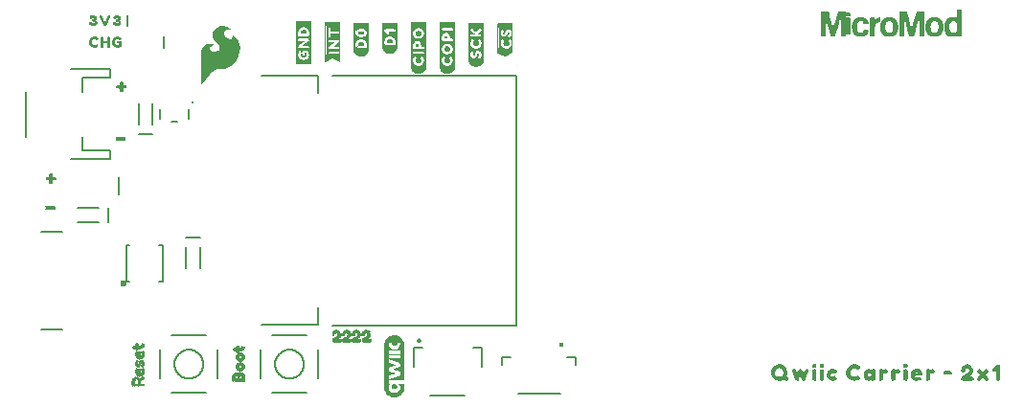
<source format=gto>
G04 EAGLE Gerber RS-274X export*
G75*
%MOMM*%
%FSLAX34Y34*%
%LPD*%
%INSilkscreen Top*%
%IPPOS*%
%AMOC8*
5,1,8,0,0,1.08239X$1,22.5*%
G01*
%ADD10C,0.203200*%
%ADD11R,0.040000X0.400000*%
%ADD12R,0.040000X0.600000*%
%ADD13R,0.040000X0.080000*%
%ADD14R,0.040000X0.680000*%
%ADD15R,0.040000X0.240000*%
%ADD16R,0.040000X0.720000*%
%ADD17R,0.040000X0.760000*%
%ADD18R,0.040000X0.280000*%
%ADD19R,0.040000X0.800000*%
%ADD20R,0.040000X0.320000*%
%ADD21R,0.040000X0.360000*%
%ADD22R,0.040000X0.560000*%
%ADD23R,0.040000X0.520000*%
%ADD24R,0.040000X0.640000*%
%ADD25R,0.040000X0.480000*%
%ADD26R,0.040000X0.040000*%
%ADD27R,0.040000X0.120000*%
%ADD28R,0.040000X0.160000*%
%ADD29R,0.040000X0.440000*%
%ADD30R,0.040000X0.200000*%
%ADD31R,0.040000X0.840000*%
%ADD32R,0.240000X0.040000*%
%ADD33R,0.440000X0.040000*%
%ADD34R,0.400000X0.040000*%
%ADD35R,0.520000X0.040000*%
%ADD36R,0.600000X0.040000*%
%ADD37R,0.680000X0.040000*%
%ADD38R,0.640000X0.040000*%
%ADD39R,0.720000X0.040000*%
%ADD40R,0.760000X0.040000*%
%ADD41R,0.280000X0.040000*%
%ADD42R,0.320000X0.040000*%
%ADD43R,0.200000X0.040000*%
%ADD44R,0.360000X0.040000*%
%ADD45R,0.480000X0.040000*%
%ADD46R,0.800000X0.040000*%
%ADD47R,0.840000X0.040000*%
%ADD48C,0.152400*%
%ADD49C,0.600000*%
%ADD50C,0.254000*%
%ADD51C,0.406400*%
%ADD52R,0.720000X0.060000*%
%ADD53R,0.780000X0.060000*%
%ADD54R,0.840000X0.060000*%

G36*
X163535Y280460D02*
X163535Y280460D01*
X163619Y280463D01*
X163620Y280463D01*
X163621Y280463D01*
X163699Y280506D01*
X163772Y280545D01*
X163772Y280546D01*
X163773Y280546D01*
X163777Y280552D01*
X163860Y280660D01*
X163933Y280805D01*
X164289Y281161D01*
X164296Y281172D01*
X164309Y281183D01*
X164909Y281883D01*
X164913Y281890D01*
X164920Y281897D01*
X165612Y282786D01*
X166503Y283776D01*
X166506Y283781D01*
X166512Y283787D01*
X167507Y284980D01*
X168600Y286173D01*
X169799Y287471D01*
X171099Y288871D01*
X171103Y288878D01*
X171110Y288884D01*
X172200Y290172D01*
X173282Y291254D01*
X174257Y292132D01*
X175209Y292798D01*
X176249Y293271D01*
X177271Y293550D01*
X181120Y293550D01*
X181140Y293555D01*
X181167Y293553D01*
X183567Y293853D01*
X183589Y293861D01*
X183620Y293863D01*
X185820Y294463D01*
X185843Y294475D01*
X185876Y294483D01*
X187876Y295383D01*
X187895Y295397D01*
X187923Y295409D01*
X189823Y296609D01*
X189834Y296619D01*
X189851Y296628D01*
X191551Y297928D01*
X191568Y297949D01*
X191597Y297970D01*
X193097Y299570D01*
X193105Y299584D01*
X193120Y299597D01*
X194520Y301397D01*
X194533Y301424D01*
X194558Y301456D01*
X196458Y305156D01*
X196466Y305187D01*
X196486Y305228D01*
X197486Y308828D01*
X197488Y308862D01*
X197500Y308908D01*
X197700Y312408D01*
X197694Y312440D01*
X197696Y312487D01*
X197196Y315787D01*
X197185Y315816D01*
X197178Y315858D01*
X196178Y318658D01*
X196164Y318679D01*
X196154Y318711D01*
X194854Y321111D01*
X194828Y321140D01*
X194789Y321199D01*
X193089Y322899D01*
X193059Y322917D01*
X193022Y322952D01*
X191422Y323952D01*
X191356Y323975D01*
X191292Y324003D01*
X191275Y324003D01*
X191258Y324008D01*
X191189Y323999D01*
X191119Y323997D01*
X191104Y323988D01*
X191086Y323986D01*
X191028Y323947D01*
X190967Y323914D01*
X190957Y323899D01*
X190942Y323889D01*
X190907Y323829D01*
X190867Y323772D01*
X190864Y323753D01*
X190856Y323739D01*
X190853Y323700D01*
X190840Y323630D01*
X190840Y323030D01*
X190847Y323000D01*
X190847Y322955D01*
X190933Y322524D01*
X190757Y321464D01*
X190518Y321066D01*
X190103Y320651D01*
X189542Y320410D01*
X188973Y320410D01*
X187658Y320786D01*
X186917Y321157D01*
X185555Y322130D01*
X184878Y322709D01*
X184419Y323168D01*
X183942Y323932D01*
X183939Y323935D01*
X183936Y323941D01*
X183569Y324492D01*
X183392Y325114D01*
X183305Y325630D01*
X183388Y326127D01*
X183567Y326574D01*
X183842Y327124D01*
X184196Y327566D01*
X184934Y328212D01*
X185312Y328401D01*
X185653Y328571D01*
X186387Y328755D01*
X187241Y328850D01*
X188473Y328850D01*
X188828Y328761D01*
X188864Y328761D01*
X188920Y328750D01*
X189020Y328750D01*
X189081Y328764D01*
X189144Y328770D01*
X189165Y328784D01*
X189189Y328789D01*
X189237Y328829D01*
X189290Y328863D01*
X189303Y328884D01*
X189322Y328899D01*
X189348Y328957D01*
X189381Y329010D01*
X189383Y329035D01*
X189393Y329058D01*
X189391Y329120D01*
X189397Y329183D01*
X189388Y329206D01*
X189387Y329231D01*
X189357Y329286D01*
X189334Y329345D01*
X189314Y329364D01*
X189304Y329383D01*
X189273Y329404D01*
X189231Y329446D01*
X188937Y329643D01*
X188241Y330139D01*
X188226Y330145D01*
X188212Y330158D01*
X187012Y330858D01*
X186988Y330866D01*
X186961Y330883D01*
X185461Y331483D01*
X185443Y331486D01*
X185422Y331496D01*
X183622Y331996D01*
X183588Y331998D01*
X183539Y332010D01*
X181539Y332110D01*
X181501Y332103D01*
X181436Y332101D01*
X179236Y331601D01*
X179202Y331584D01*
X179144Y331567D01*
X176844Y330367D01*
X176819Y330346D01*
X176778Y330324D01*
X175078Y328924D01*
X175055Y328893D01*
X175007Y328845D01*
X173907Y327245D01*
X173893Y327210D01*
X173861Y327157D01*
X173261Y325457D01*
X173258Y325422D01*
X173256Y325411D01*
X173247Y325392D01*
X173248Y325370D01*
X173240Y325330D01*
X173240Y323630D01*
X173249Y323592D01*
X173255Y323523D01*
X173755Y321823D01*
X173769Y321798D01*
X173780Y321760D01*
X174680Y319960D01*
X174699Y319937D01*
X174718Y319899D01*
X176018Y318199D01*
X176035Y318185D01*
X176051Y318161D01*
X177742Y316471D01*
X178998Y315021D01*
X179640Y313646D01*
X179640Y312387D01*
X179281Y311222D01*
X178469Y310320D01*
X177359Y309579D01*
X176067Y309210D01*
X174571Y309210D01*
X173531Y309494D01*
X172711Y309767D01*
X172078Y310309D01*
X171533Y310855D01*
X171276Y311368D01*
X171100Y311983D01*
X171100Y312568D01*
X171261Y313051D01*
X171508Y313380D01*
X171874Y313746D01*
X172353Y314129D01*
X172708Y314396D01*
X173161Y314577D01*
X173173Y314585D01*
X173190Y314590D01*
X173434Y314712D01*
X173790Y314890D01*
X173819Y314914D01*
X173889Y314961D01*
X173989Y315061D01*
X174002Y315083D01*
X174022Y315099D01*
X174048Y315156D01*
X174080Y315208D01*
X174083Y315234D01*
X174093Y315258D01*
X174091Y315319D01*
X174097Y315381D01*
X174088Y315405D01*
X174087Y315431D01*
X174057Y315485D01*
X174035Y315543D01*
X174016Y315560D01*
X174004Y315583D01*
X173954Y315618D01*
X173908Y315660D01*
X173883Y315668D01*
X173862Y315683D01*
X173778Y315699D01*
X173742Y315710D01*
X173732Y315708D01*
X173720Y315710D01*
X173682Y315710D01*
X173451Y315787D01*
X172961Y315983D01*
X172926Y315988D01*
X172874Y316006D01*
X172174Y316106D01*
X172150Y316104D01*
X172120Y316110D01*
X170320Y316110D01*
X170290Y316103D01*
X170245Y316103D01*
X169245Y315903D01*
X169235Y315898D01*
X169220Y315897D01*
X168120Y315597D01*
X168103Y315588D01*
X168079Y315583D01*
X167079Y315183D01*
X167052Y315164D01*
X167009Y315146D01*
X166109Y314546D01*
X166088Y314524D01*
X166051Y314499D01*
X165251Y313699D01*
X165240Y313681D01*
X165220Y313663D01*
X164520Y312763D01*
X164509Y312739D01*
X164486Y312712D01*
X163886Y311612D01*
X163877Y311579D01*
X163854Y311534D01*
X163454Y310134D01*
X163453Y310109D01*
X163443Y310077D01*
X163243Y308477D01*
X163244Y308465D01*
X163240Y308450D01*
X163140Y306550D01*
X163142Y306541D01*
X163140Y306530D01*
X163140Y280830D01*
X163160Y280745D01*
X163179Y280663D01*
X163179Y280662D01*
X163179Y280661D01*
X163236Y280593D01*
X163288Y280529D01*
X163289Y280528D01*
X163367Y280493D01*
X163446Y280457D01*
X163447Y280457D01*
X163448Y280457D01*
X163535Y280460D01*
G37*
G36*
X334236Y3601D02*
X334236Y3601D01*
X334241Y3599D01*
X335821Y3759D01*
X335825Y3762D01*
X335833Y3761D01*
X337351Y4226D01*
X337353Y4229D01*
X337358Y4229D01*
X337838Y4447D01*
X337839Y4449D01*
X337842Y4449D01*
X338773Y4954D01*
X338774Y4956D01*
X338776Y4956D01*
X339220Y5241D01*
X339222Y5244D01*
X339226Y5246D01*
X340441Y6267D01*
X340442Y6272D01*
X340449Y6275D01*
X341459Y7500D01*
X341460Y7505D01*
X341466Y7510D01*
X342230Y8900D01*
X342230Y8904D01*
X342232Y8906D01*
X342233Y8907D01*
X342234Y8908D01*
X342423Y9400D01*
X342423Y9402D01*
X342425Y9404D01*
X342738Y10415D01*
X342738Y10417D01*
X342740Y10419D01*
X342860Y10932D01*
X342859Y10936D01*
X342861Y10940D01*
X343021Y12520D01*
X343019Y12523D01*
X343021Y12526D01*
X343024Y15300D01*
X343013Y15318D01*
X343010Y15339D01*
X342993Y15348D01*
X342987Y15357D01*
X342978Y15355D01*
X342964Y15362D01*
X342577Y15378D01*
X342576Y15377D01*
X342575Y15378D01*
X338340Y15378D01*
X338339Y15378D01*
X337946Y15368D01*
X337935Y15361D01*
X337922Y15363D01*
X337909Y15343D01*
X337889Y15330D01*
X337892Y15317D01*
X337884Y15306D01*
X337899Y15272D01*
X337901Y15263D01*
X337904Y15262D01*
X337905Y15259D01*
X338391Y14828D01*
X338718Y14425D01*
X338981Y13978D01*
X339166Y13493D01*
X339283Y12986D01*
X339336Y12468D01*
X339315Y11947D01*
X339266Y11426D01*
X339147Y10919D01*
X338995Y10420D01*
X338757Y9957D01*
X338496Y9507D01*
X338148Y9119D01*
X337778Y8754D01*
X337355Y8449D01*
X336905Y8188D01*
X336429Y7972D01*
X335933Y7812D01*
X335424Y7686D01*
X334907Y7613D01*
X334384Y7573D01*
X333860Y7568D01*
X333337Y7608D01*
X332819Y7675D01*
X332311Y7801D01*
X331813Y7958D01*
X331338Y8175D01*
X330889Y8437D01*
X330468Y8744D01*
X330100Y9112D01*
X330055Y9162D01*
X330000Y9225D01*
X329944Y9288D01*
X329888Y9351D01*
X329832Y9413D01*
X329754Y9501D01*
X329501Y9956D01*
X329274Y10424D01*
X329122Y10923D01*
X329017Y11433D01*
X328969Y11954D01*
X328960Y12475D01*
X329020Y12993D01*
X329143Y13498D01*
X329334Y13981D01*
X329598Y14428D01*
X329920Y14832D01*
X330468Y15262D01*
X330473Y15277D01*
X330486Y15285D01*
X330483Y15307D01*
X330490Y15327D01*
X330479Y15337D01*
X330477Y15353D01*
X330450Y15365D01*
X330441Y15373D01*
X330435Y15372D01*
X330430Y15375D01*
X329930Y15378D01*
X329401Y15378D01*
X329059Y15381D01*
X329059Y18616D01*
X329059Y18617D01*
X329059Y18634D01*
X342677Y18634D01*
X342679Y18635D01*
X342681Y18635D01*
X342965Y18651D01*
X342982Y18664D01*
X343003Y18667D01*
X343011Y18685D01*
X343020Y18692D01*
X343018Y18701D01*
X343024Y18714D01*
X343024Y49642D01*
X343022Y49645D01*
X343024Y49648D01*
X342873Y51229D01*
X342871Y51231D01*
X342872Y51234D01*
X342775Y51752D01*
X342772Y51755D01*
X342773Y51759D01*
X342291Y53271D01*
X342287Y53275D01*
X342286Y53282D01*
X341529Y54678D01*
X341524Y54680D01*
X341522Y54687D01*
X340523Y55920D01*
X340520Y55921D01*
X340518Y55926D01*
X340136Y56289D01*
X340134Y56290D01*
X340133Y56292D01*
X339316Y56966D01*
X339314Y56966D01*
X339312Y56969D01*
X338881Y57272D01*
X338878Y57272D01*
X338875Y57276D01*
X337473Y58020D01*
X337468Y58020D01*
X337463Y58025D01*
X335946Y58495D01*
X335941Y58494D01*
X335936Y58498D01*
X335413Y58568D01*
X335412Y58568D01*
X335411Y58568D01*
X334357Y58674D01*
X334355Y58673D01*
X334352Y58675D01*
X333825Y58683D01*
X333823Y58681D01*
X333818Y58683D01*
X332238Y58523D01*
X332234Y58519D01*
X332226Y58520D01*
X330710Y58049D01*
X330707Y58046D01*
X330702Y58046D01*
X330224Y57823D01*
X330223Y57821D01*
X330221Y57821D01*
X329290Y57316D01*
X329289Y57314D01*
X329286Y57313D01*
X328846Y57023D01*
X328845Y57021D01*
X328841Y57019D01*
X328024Y56346D01*
X328024Y56344D01*
X328022Y56344D01*
X327629Y55992D01*
X327628Y55988D01*
X327622Y55985D01*
X326612Y54760D01*
X326611Y54755D01*
X326605Y54750D01*
X325846Y53356D01*
X325846Y53352D01*
X325842Y53348D01*
X325659Y52853D01*
X325659Y52852D01*
X325658Y52850D01*
X325344Y51839D01*
X325344Y51837D01*
X325342Y51834D01*
X325228Y51320D01*
X325230Y51317D01*
X325227Y51313D01*
X325121Y50259D01*
X325068Y49734D01*
X325069Y49731D01*
X325068Y49727D01*
X325068Y12676D01*
X325069Y12674D01*
X325068Y12670D01*
X325216Y11090D01*
X325217Y11088D01*
X325216Y11085D01*
X325307Y10566D01*
X325310Y10563D01*
X325309Y10558D01*
X325785Y9043D01*
X325789Y9040D01*
X325790Y9032D01*
X326547Y7637D01*
X326551Y7635D01*
X326553Y7629D01*
X326873Y7209D01*
X326874Y7209D01*
X326874Y7207D01*
X327548Y6391D01*
X327551Y6390D01*
X327553Y6386D01*
X327930Y6018D01*
X327932Y6017D01*
X327934Y6014D01*
X328750Y5341D01*
X328752Y5340D01*
X328754Y5338D01*
X329181Y5030D01*
X329185Y5029D01*
X329188Y5025D01*
X330587Y4275D01*
X330592Y4276D01*
X330598Y4271D01*
X332114Y3800D01*
X332119Y3801D01*
X332124Y3798D01*
X332646Y3721D01*
X332647Y3722D01*
X332649Y3721D01*
X333702Y3614D01*
X333704Y3615D01*
X333706Y3614D01*
X334233Y3599D01*
X334236Y3601D01*
G37*
G36*
X356408Y289517D02*
X356408Y289517D01*
X356414Y289513D01*
X357111Y289712D01*
X357708Y289811D01*
X357714Y289818D01*
X357719Y289815D01*
X358419Y290115D01*
X358421Y290117D01*
X358422Y290116D01*
X359022Y290416D01*
X359025Y290423D01*
X359031Y290422D01*
X359529Y290820D01*
X360127Y291219D01*
X360130Y291226D01*
X360135Y291225D01*
X360635Y291725D01*
X360635Y291729D01*
X360638Y291729D01*
X361438Y292729D01*
X361439Y292737D01*
X361444Y292738D01*
X361744Y293338D01*
X361744Y293340D01*
X361745Y293341D01*
X362045Y294041D01*
X362045Y294044D01*
X362047Y294044D01*
X362247Y294644D01*
X362245Y294651D01*
X362249Y294653D01*
X362349Y295352D01*
X362449Y295952D01*
X362446Y295957D01*
X362449Y295960D01*
X362449Y334660D01*
X362441Y334671D01*
X362446Y334678D01*
X362246Y335178D01*
X362205Y335203D01*
X362200Y335209D01*
X349300Y335209D01*
X349289Y335201D01*
X349282Y335206D01*
X348782Y335006D01*
X348757Y334965D01*
X348751Y334960D01*
X348751Y296360D01*
X348754Y296355D01*
X348751Y296352D01*
X348851Y295756D01*
X348851Y295060D01*
X348857Y295052D01*
X348853Y295046D01*
X349053Y294346D01*
X349054Y294345D01*
X349053Y294344D01*
X349253Y293744D01*
X349258Y293741D01*
X349256Y293738D01*
X349556Y293138D01*
X349560Y293136D01*
X349559Y293133D01*
X349959Y292533D01*
X349962Y292532D01*
X349962Y292529D01*
X350762Y291529D01*
X350766Y291528D01*
X350765Y291525D01*
X351265Y291025D01*
X351272Y291024D01*
X351273Y291019D01*
X351873Y290619D01*
X351877Y290619D01*
X351878Y290616D01*
X353078Y290016D01*
X353083Y290017D01*
X353084Y290013D01*
X353684Y289813D01*
X353686Y289814D01*
X353686Y289813D01*
X354386Y289613D01*
X354391Y289615D01*
X354393Y289611D01*
X355093Y289511D01*
X355098Y289514D01*
X355100Y289511D01*
X356400Y289511D01*
X356408Y289517D01*
G37*
G36*
X381808Y289517D02*
X381808Y289517D01*
X381814Y289513D01*
X382511Y289712D01*
X383108Y289811D01*
X383114Y289818D01*
X383119Y289815D01*
X383819Y290115D01*
X383821Y290117D01*
X383822Y290116D01*
X384422Y290416D01*
X384425Y290423D01*
X384431Y290422D01*
X384929Y290820D01*
X385527Y291219D01*
X385530Y291226D01*
X385535Y291225D01*
X386035Y291725D01*
X386035Y291729D01*
X386038Y291729D01*
X386838Y292729D01*
X386839Y292737D01*
X386844Y292738D01*
X387144Y293338D01*
X387144Y293340D01*
X387145Y293341D01*
X387445Y294041D01*
X387445Y294044D01*
X387447Y294044D01*
X387647Y294644D01*
X387645Y294651D01*
X387649Y294653D01*
X387749Y295352D01*
X387849Y295952D01*
X387846Y295957D01*
X387849Y295960D01*
X387849Y334660D01*
X387841Y334671D01*
X387846Y334678D01*
X387646Y335178D01*
X387605Y335203D01*
X387600Y335209D01*
X374700Y335209D01*
X374689Y335201D01*
X374682Y335206D01*
X374182Y335006D01*
X374157Y334965D01*
X374151Y334960D01*
X374151Y296360D01*
X374154Y296355D01*
X374151Y296352D01*
X374251Y295756D01*
X374251Y295060D01*
X374257Y295052D01*
X374253Y295046D01*
X374453Y294346D01*
X374454Y294345D01*
X374453Y294344D01*
X374653Y293744D01*
X374658Y293741D01*
X374656Y293738D01*
X374956Y293138D01*
X374960Y293136D01*
X374959Y293133D01*
X375359Y292533D01*
X375362Y292532D01*
X375362Y292529D01*
X376162Y291529D01*
X376166Y291528D01*
X376165Y291525D01*
X376665Y291025D01*
X376672Y291024D01*
X376673Y291019D01*
X377273Y290619D01*
X377277Y290619D01*
X377278Y290616D01*
X378478Y290016D01*
X378483Y290017D01*
X378484Y290013D01*
X379084Y289813D01*
X379086Y289814D01*
X379086Y289813D01*
X379786Y289613D01*
X379791Y289615D01*
X379793Y289611D01*
X380493Y289511D01*
X380498Y289514D01*
X380500Y289511D01*
X381800Y289511D01*
X381808Y289517D01*
G37*
G36*
X260747Y298027D02*
X260747Y298027D01*
X260745Y298030D01*
X260749Y298032D01*
X260849Y298632D01*
X260846Y298637D01*
X260849Y298640D01*
X260849Y335840D01*
X260813Y335887D01*
X260806Y335882D01*
X260800Y335889D01*
X247300Y335889D01*
X247253Y335853D01*
X247255Y335850D01*
X247251Y335848D01*
X247151Y335248D01*
X247154Y335243D01*
X247151Y335240D01*
X247151Y298040D01*
X247187Y297993D01*
X247194Y297998D01*
X247200Y297991D01*
X260700Y297991D01*
X260747Y298027D01*
G37*
G36*
X407105Y295864D02*
X407105Y295864D01*
X407108Y295861D01*
X407708Y295961D01*
X407711Y295965D01*
X407714Y295963D01*
X408414Y296163D01*
X408415Y296164D01*
X408416Y296163D01*
X409016Y296363D01*
X409019Y296368D01*
X409022Y296366D01*
X409622Y296666D01*
X409624Y296670D01*
X409627Y296669D01*
X410827Y297469D01*
X410830Y297476D01*
X410835Y297475D01*
X411335Y297975D01*
X411335Y297979D01*
X411338Y297979D01*
X412138Y298979D01*
X412139Y298987D01*
X412144Y298988D01*
X412744Y300188D01*
X412743Y300195D01*
X412747Y300196D01*
X412947Y300895D01*
X413147Y301494D01*
X413145Y301501D01*
X413149Y301503D01*
X413249Y302203D01*
X413246Y302208D01*
X413249Y302210D01*
X413249Y334010D01*
X413246Y334015D01*
X413249Y334018D01*
X413149Y334618D01*
X413105Y334659D01*
X413103Y334656D01*
X413100Y334659D01*
X400200Y334659D01*
X400195Y334656D01*
X400192Y334659D01*
X399592Y334559D01*
X399551Y334515D01*
X399554Y334513D01*
X399551Y334510D01*
X399551Y302210D01*
X399554Y302206D01*
X399551Y302203D01*
X399651Y301503D01*
X399656Y301498D01*
X399653Y301494D01*
X399853Y300895D01*
X400053Y300196D01*
X400058Y300192D01*
X400056Y300188D01*
X400656Y298988D01*
X400663Y298985D01*
X400662Y298979D01*
X401462Y297979D01*
X401466Y297978D01*
X401465Y297975D01*
X401965Y297475D01*
X401972Y297474D01*
X401973Y297469D01*
X403173Y296669D01*
X403177Y296669D01*
X403178Y296666D01*
X403778Y296366D01*
X403783Y296367D01*
X403784Y296363D01*
X404384Y296163D01*
X404386Y296164D01*
X404386Y296163D01*
X405086Y295963D01*
X405090Y295964D01*
X405092Y295961D01*
X405692Y295861D01*
X405697Y295864D01*
X405700Y295861D01*
X407100Y295861D01*
X407105Y295864D01*
G37*
G36*
X273013Y299880D02*
X273013Y299880D01*
X273022Y299876D01*
X279111Y302871D01*
X279688Y302871D01*
X285678Y299876D01*
X285694Y299879D01*
X285700Y299871D01*
X286200Y299871D01*
X286247Y299907D01*
X286242Y299914D01*
X286249Y299920D01*
X286249Y335120D01*
X286246Y335125D01*
X286249Y335128D01*
X286149Y335728D01*
X286105Y335769D01*
X286103Y335766D01*
X286100Y335769D01*
X273200Y335769D01*
X273195Y335766D01*
X273192Y335769D01*
X272592Y335669D01*
X272551Y335625D01*
X272554Y335623D01*
X272551Y335620D01*
X272551Y299920D01*
X272587Y299873D01*
X272594Y299878D01*
X272600Y299871D01*
X273000Y299871D01*
X273013Y299880D01*
G37*
G36*
X732221Y322600D02*
X732221Y322600D01*
X732223Y322597D01*
X732742Y322657D01*
X732759Y322673D01*
X732771Y322671D01*
X733139Y323032D01*
X733143Y323054D01*
X733154Y323060D01*
X733220Y323568D01*
X733453Y323966D01*
X733946Y324006D01*
X736581Y324006D01*
X736589Y324012D01*
X736595Y324008D01*
X737096Y324147D01*
X737108Y324162D01*
X737119Y324161D01*
X737472Y324543D01*
X737473Y324553D01*
X737475Y324554D01*
X737474Y324556D01*
X737474Y324562D01*
X737485Y324567D01*
X737585Y325079D01*
X737582Y325085D01*
X737586Y325088D01*
X737581Y335652D01*
X737574Y335662D01*
X737574Y338232D01*
X737569Y338239D01*
X737572Y338243D01*
X737455Y338751D01*
X737440Y338763D01*
X737442Y338775D01*
X737074Y339143D01*
X737055Y339145D01*
X737050Y339156D01*
X736543Y339275D01*
X736535Y339271D01*
X736531Y339276D01*
X733897Y339276D01*
X733412Y339333D01*
X733210Y339744D01*
X733248Y340226D01*
X733644Y340455D01*
X736267Y340455D01*
X736269Y340456D01*
X736270Y340455D01*
X736795Y340481D01*
X736807Y340491D01*
X736816Y340487D01*
X737272Y340737D01*
X737280Y340755D01*
X737292Y340757D01*
X737543Y341212D01*
X737542Y341218D01*
X737546Y341221D01*
X737541Y341228D01*
X737549Y341234D01*
X737574Y341759D01*
X737573Y341761D01*
X737574Y341762D01*
X737569Y342816D01*
X737561Y342827D01*
X737566Y342834D01*
X737371Y343317D01*
X737354Y343327D01*
X737354Y343338D01*
X736933Y343644D01*
X736915Y343644D01*
X736910Y343653D01*
X736389Y343710D01*
X736385Y343708D01*
X736383Y343710D01*
X733754Y343711D01*
X733305Y343850D01*
X733195Y344324D01*
X733185Y344332D01*
X733188Y344339D01*
X732915Y344776D01*
X732892Y344785D01*
X732887Y344798D01*
X732391Y344941D01*
X732382Y344937D01*
X732377Y344943D01*
X727104Y344941D01*
X727091Y344931D01*
X727082Y344935D01*
X726622Y344704D01*
X726612Y344684D01*
X726599Y344681D01*
X726379Y344208D01*
X726380Y344205D01*
X726378Y344203D01*
X726378Y344202D01*
X726377Y344202D01*
X725743Y342190D01*
X725743Y342189D01*
X724499Y338158D01*
X723599Y335124D01*
X723598Y335124D01*
X723599Y335122D01*
X723603Y335114D01*
X723095Y333361D01*
X723096Y333360D01*
X723095Y333360D01*
X722539Y331314D01*
X722539Y331313D01*
X722158Y329769D01*
X722158Y329768D01*
X722157Y329767D01*
X721968Y328854D01*
X721920Y328935D01*
X721711Y329966D01*
X721710Y329966D01*
X721711Y329967D01*
X721245Y332035D01*
X721244Y332036D01*
X721245Y332036D01*
X720620Y334611D01*
X720619Y334612D01*
X720620Y334613D01*
X720477Y335124D01*
X720471Y335128D01*
X719759Y337890D01*
X719758Y337891D01*
X719759Y337891D01*
X719067Y340439D01*
X719067Y340440D01*
X718345Y342980D01*
X718344Y342980D01*
X718345Y342980D01*
X717885Y344496D01*
X717870Y344506D01*
X717872Y344517D01*
X717499Y344874D01*
X717477Y344877D01*
X717470Y344888D01*
X716949Y344940D01*
X716946Y344938D01*
X716945Y344941D01*
X711663Y344941D01*
X711653Y344933D01*
X711646Y344938D01*
X711165Y344751D01*
X711152Y344730D01*
X711139Y344728D01*
X710907Y344267D01*
X710910Y344251D01*
X710901Y344245D01*
X710903Y335132D01*
X710906Y335128D01*
X710900Y335124D01*
X710901Y335122D01*
X710900Y335121D01*
X710904Y335115D01*
X710898Y335110D01*
X710898Y323544D01*
X710901Y323539D01*
X710898Y323536D01*
X710981Y323024D01*
X710998Y323008D01*
X710997Y322995D01*
X711384Y322657D01*
X711405Y322655D01*
X711412Y322645D01*
X711932Y322598D01*
X711935Y322600D01*
X711937Y322598D01*
X714040Y322598D01*
X714041Y322599D01*
X714042Y322598D01*
X714566Y322621D01*
X714580Y322633D01*
X714591Y322629D01*
X715014Y322922D01*
X715022Y322945D01*
X715034Y322951D01*
X715160Y323451D01*
X715156Y323459D01*
X715161Y323463D01*
X715158Y331875D01*
X715158Y331876D01*
X715122Y335030D01*
X715121Y335032D01*
X715109Y335585D01*
X715085Y336641D01*
X715084Y336641D01*
X715085Y336641D01*
X715003Y339280D01*
X715003Y339281D01*
X714898Y341386D01*
X714937Y341636D01*
X715044Y341371D01*
X715606Y338796D01*
X715606Y338795D01*
X716446Y335195D01*
X716458Y335185D01*
X716454Y335180D01*
X717301Y331688D01*
X718334Y327575D01*
X719403Y323472D01*
X719405Y323470D01*
X719404Y323469D01*
X719570Y322968D01*
X719587Y322956D01*
X719588Y322944D01*
X720003Y322635D01*
X720024Y322635D01*
X720030Y322625D01*
X720558Y322598D01*
X720559Y322599D01*
X720560Y322598D01*
X723209Y322612D01*
X723225Y322624D01*
X723236Y322620D01*
X723670Y322902D01*
X723677Y322920D01*
X723682Y322924D01*
X723689Y322926D01*
X723881Y323417D01*
X723880Y323420D01*
X723882Y323421D01*
X724942Y326976D01*
X724942Y326977D01*
X724943Y326977D01*
X725966Y330543D01*
X725966Y330544D01*
X727088Y334633D01*
X727260Y335279D01*
X727259Y335281D01*
X727260Y335281D01*
X727258Y335284D01*
X727257Y335285D01*
X728169Y338845D01*
X728168Y338846D01*
X728169Y338847D01*
X728766Y341404D01*
X728909Y341589D01*
X728821Y338577D01*
X728822Y338577D01*
X728821Y338576D01*
X728783Y334851D01*
X728781Y334849D01*
X728764Y331685D01*
X728764Y331684D01*
X728763Y323772D01*
X728764Y323772D01*
X728763Y323771D01*
X728775Y323244D01*
X728786Y323231D01*
X728782Y323220D01*
X729045Y322777D01*
X729068Y322768D01*
X729072Y322755D01*
X729565Y322599D01*
X729575Y322603D01*
X729580Y322597D01*
X732217Y322597D01*
X732221Y322600D01*
G37*
G36*
X305305Y304754D02*
X305305Y304754D01*
X305308Y304751D01*
X305908Y304851D01*
X306607Y304951D01*
X306615Y304959D01*
X306622Y304956D01*
X307218Y305254D01*
X307914Y305453D01*
X307922Y305464D01*
X307931Y305462D01*
X308429Y305860D01*
X309027Y306259D01*
X309028Y306262D01*
X309031Y306262D01*
X309531Y306662D01*
X309532Y306666D01*
X309535Y306665D01*
X310035Y307165D01*
X310035Y307169D01*
X310038Y307169D01*
X310438Y307669D01*
X310439Y307677D01*
X310444Y307678D01*
X311044Y308878D01*
X311044Y308880D01*
X311045Y308881D01*
X311345Y309581D01*
X311343Y309589D01*
X311349Y309592D01*
X311449Y310192D01*
X311448Y310193D01*
X311449Y310193D01*
X311549Y310892D01*
X311649Y311492D01*
X311646Y311497D01*
X311649Y311500D01*
X311649Y334500D01*
X311613Y334547D01*
X311606Y334542D01*
X311600Y334549D01*
X298100Y334549D01*
X298053Y334513D01*
X298054Y334512D01*
X298052Y334511D01*
X298054Y334509D01*
X298051Y334508D01*
X297951Y333908D01*
X297954Y333903D01*
X297951Y333900D01*
X297951Y311300D01*
X297954Y311296D01*
X297951Y311293D01*
X298151Y309893D01*
X298156Y309888D01*
X298153Y309884D01*
X298353Y309284D01*
X298358Y309281D01*
X298356Y309278D01*
X298956Y308078D01*
X298960Y308076D01*
X298959Y308073D01*
X299359Y307473D01*
X299362Y307472D01*
X299362Y307469D01*
X299762Y306969D01*
X299766Y306968D01*
X299765Y306965D01*
X300265Y306465D01*
X300269Y306465D01*
X300269Y306462D01*
X300769Y306062D01*
X300773Y306061D01*
X300773Y306059D01*
X301373Y305659D01*
X301377Y305659D01*
X301378Y305656D01*
X301978Y305356D01*
X301983Y305357D01*
X301984Y305353D01*
X302584Y305153D01*
X302586Y305154D01*
X302586Y305153D01*
X303286Y304953D01*
X303290Y304954D01*
X303292Y304951D01*
X303892Y304851D01*
X303893Y304852D01*
X303893Y304851D01*
X304593Y304751D01*
X304598Y304754D01*
X304600Y304751D01*
X305300Y304751D01*
X305305Y304754D01*
G37*
G36*
X432308Y304951D02*
X432308Y304951D01*
X432316Y304960D01*
X432323Y304956D01*
X438323Y308056D01*
X438331Y308073D01*
X438342Y308075D01*
X438642Y308575D01*
X438642Y308579D01*
X438644Y308580D01*
X438641Y308584D01*
X438640Y308593D01*
X438649Y308600D01*
X438649Y333700D01*
X438640Y333713D01*
X438644Y333722D01*
X438444Y334122D01*
X438407Y334141D01*
X438400Y334149D01*
X425500Y334149D01*
X425489Y334141D01*
X425482Y334146D01*
X424982Y333946D01*
X424957Y333905D01*
X424951Y333900D01*
X424951Y308200D01*
X424976Y308167D01*
X424978Y308156D01*
X425578Y307856D01*
X431678Y304856D01*
X431699Y304860D01*
X431708Y304851D01*
X432308Y304951D01*
G37*
G36*
X330605Y307294D02*
X330605Y307294D01*
X330608Y307291D01*
X331208Y307391D01*
X331907Y307491D01*
X331911Y307495D01*
X331914Y307493D01*
X332614Y307693D01*
X332618Y307698D01*
X332622Y307696D01*
X333822Y308296D01*
X333825Y308303D01*
X333831Y308302D01*
X334831Y309102D01*
X334832Y309106D01*
X334835Y309105D01*
X335335Y309605D01*
X335336Y309612D01*
X335341Y309613D01*
X335740Y310211D01*
X336138Y310709D01*
X336139Y310717D01*
X336144Y310718D01*
X336444Y311318D01*
X336443Y311325D01*
X336447Y311326D01*
X336647Y312025D01*
X336847Y312624D01*
X336845Y312631D01*
X336849Y312633D01*
X337049Y314033D01*
X337046Y314038D01*
X337049Y314040D01*
X337049Y334340D01*
X337013Y334387D01*
X337006Y334382D01*
X337000Y334389D01*
X323500Y334389D01*
X323453Y334353D01*
X323455Y334350D01*
X323451Y334348D01*
X323351Y333748D01*
X323354Y333743D01*
X323351Y333740D01*
X323351Y313940D01*
X323354Y313936D01*
X323351Y313933D01*
X323451Y313233D01*
X323452Y313232D01*
X323451Y313232D01*
X323551Y312632D01*
X323555Y312629D01*
X323553Y312626D01*
X323753Y311926D01*
X323754Y311925D01*
X323753Y311924D01*
X323953Y311324D01*
X323958Y311321D01*
X323956Y311318D01*
X324256Y310718D01*
X324260Y310716D01*
X324259Y310713D01*
X324659Y310113D01*
X324662Y310112D01*
X324662Y310109D01*
X325062Y309609D01*
X325066Y309608D01*
X325065Y309605D01*
X325565Y309105D01*
X325569Y309105D01*
X325569Y309102D01*
X326069Y308702D01*
X326073Y308701D01*
X326073Y308699D01*
X326673Y308299D01*
X326677Y308299D01*
X326678Y308296D01*
X327878Y307696D01*
X327885Y307697D01*
X327886Y307693D01*
X328586Y307493D01*
X328590Y307494D01*
X328592Y307491D01*
X329192Y307391D01*
X329193Y307392D01*
X329193Y307391D01*
X329893Y307291D01*
X329898Y307294D01*
X329900Y307291D01*
X330600Y307291D01*
X330605Y307294D01*
G37*
G36*
X801713Y322600D02*
X801713Y322600D01*
X801715Y322598D01*
X802233Y322665D01*
X802249Y322681D01*
X802261Y322680D01*
X802621Y323048D01*
X802624Y323068D01*
X802634Y323076D01*
X802634Y323077D01*
X802635Y323077D01*
X802692Y323597D01*
X802690Y323600D01*
X802692Y323602D01*
X802689Y334120D01*
X802691Y334122D01*
X802674Y344022D01*
X802669Y344027D01*
X802673Y344031D01*
X802576Y344545D01*
X802558Y344561D01*
X802558Y344574D01*
X802153Y344899D01*
X802132Y344899D01*
X802125Y344910D01*
X801597Y344942D01*
X801595Y344940D01*
X801594Y344942D01*
X796809Y344941D01*
X796804Y344937D01*
X796800Y344940D01*
X796284Y344852D01*
X796268Y344835D01*
X796255Y344835D01*
X795922Y344436D01*
X795921Y344429D01*
X795921Y344428D01*
X795921Y344423D01*
X795913Y344420D01*
X794172Y338836D01*
X794171Y338836D01*
X792807Y334249D01*
X792811Y334238D01*
X792311Y332487D01*
X792311Y332486D01*
X791906Y330957D01*
X791907Y330957D01*
X791906Y330957D01*
X791654Y329933D01*
X791655Y329932D01*
X791654Y329932D01*
X791436Y328912D01*
X791393Y328856D01*
X790984Y330816D01*
X790983Y330817D01*
X790984Y330817D01*
X790257Y333894D01*
X790243Y333906D01*
X790250Y333914D01*
X789176Y338070D01*
X788336Y341142D01*
X788336Y341143D01*
X787448Y344201D01*
X787444Y344205D01*
X787446Y344208D01*
X787226Y344685D01*
X787205Y344696D01*
X787203Y344708D01*
X786736Y344933D01*
X786725Y344931D01*
X786723Y344934D01*
X786718Y344934D01*
X786715Y344938D01*
X781407Y344939D01*
X781404Y344938D01*
X781403Y344939D01*
X780877Y344897D01*
X780861Y344882D01*
X780849Y344885D01*
X780458Y344544D01*
X780453Y344521D01*
X780442Y344515D01*
X780357Y343998D01*
X780360Y343993D01*
X780357Y343990D01*
X780373Y334072D01*
X780373Y334071D01*
X780375Y334069D01*
X780360Y334053D01*
X780362Y334051D01*
X780360Y334050D01*
X780360Y323472D01*
X780365Y323465D01*
X780362Y323461D01*
X780484Y322956D01*
X780503Y322940D01*
X780504Y322927D01*
X780926Y322630D01*
X780946Y322631D01*
X780952Y322621D01*
X781479Y322597D01*
X781481Y322598D01*
X781481Y322597D01*
X783597Y322597D01*
X783600Y322600D01*
X783602Y322598D01*
X784124Y322650D01*
X784140Y322664D01*
X784152Y322662D01*
X784533Y323012D01*
X784535Y323024D01*
X784539Y323027D01*
X784536Y323031D01*
X784537Y323035D01*
X784548Y323041D01*
X784623Y323558D01*
X784620Y323563D01*
X784623Y323565D01*
X784621Y331498D01*
X784597Y334104D01*
X784598Y334104D01*
X784597Y334105D01*
X784597Y334120D01*
X784601Y334123D01*
X784486Y338731D01*
X784485Y338732D01*
X784486Y338732D01*
X784360Y341378D01*
X784398Y341633D01*
X784506Y341370D01*
X785189Y338263D01*
X785190Y338263D01*
X785189Y338263D01*
X786167Y334131D01*
X786191Y334111D01*
X786184Y334102D01*
X787448Y328986D01*
X788364Y325413D01*
X788902Y323375D01*
X788906Y323372D01*
X788904Y323368D01*
X789102Y322886D01*
X789121Y322874D01*
X789123Y322862D01*
X789574Y322611D01*
X789591Y322613D01*
X789597Y322604D01*
X792232Y322598D01*
X792234Y322599D01*
X792235Y322598D01*
X792758Y322631D01*
X792774Y322645D01*
X792786Y322642D01*
X793187Y322966D01*
X793191Y322985D01*
X793202Y322989D01*
X793374Y323486D01*
X793374Y323487D01*
X793375Y323487D01*
X793680Y324496D01*
X794723Y328035D01*
X795729Y331584D01*
X796460Y334259D01*
X796459Y334260D01*
X796460Y334261D01*
X796458Y334263D01*
X796451Y334281D01*
X797374Y337819D01*
X797374Y337820D01*
X797881Y339885D01*
X797880Y339886D01*
X797881Y339886D01*
X798233Y341429D01*
X798370Y341578D01*
X798270Y337990D01*
X798270Y337989D01*
X798223Y334267D01*
X798233Y334254D01*
X798226Y323739D01*
X798227Y323738D01*
X798226Y323738D01*
X798243Y323212D01*
X798255Y323197D01*
X798251Y323187D01*
X798534Y322756D01*
X798558Y322748D01*
X798563Y322735D01*
X799061Y322599D01*
X799070Y322602D01*
X799074Y322597D01*
X801709Y322597D01*
X801713Y322600D01*
G37*
G36*
X827349Y322302D02*
X827349Y322302D01*
X827350Y322303D01*
X827351Y322302D01*
X827879Y322350D01*
X827881Y322352D01*
X827882Y322351D01*
X828406Y322432D01*
X828408Y322434D01*
X828410Y322432D01*
X828924Y322562D01*
X828926Y322565D01*
X828928Y322563D01*
X829428Y322740D01*
X829430Y322744D01*
X829433Y322742D01*
X829905Y322983D01*
X829908Y322987D01*
X829911Y322986D01*
X830346Y323287D01*
X830348Y323292D01*
X830352Y323292D01*
X830740Y323652D01*
X830741Y323657D01*
X830744Y323657D01*
X831079Y324067D01*
X831079Y324072D01*
X831083Y324072D01*
X831298Y324413D01*
X831336Y324197D01*
X831368Y323671D01*
X831369Y323670D01*
X831368Y323669D01*
X831428Y323143D01*
X831441Y323129D01*
X831438Y323118D01*
X831763Y322714D01*
X831786Y322708D01*
X831792Y322697D01*
X832304Y322599D01*
X832311Y322602D01*
X832314Y322598D01*
X834964Y322598D01*
X834970Y322603D01*
X834975Y322599D01*
X835482Y322717D01*
X835498Y322736D01*
X835511Y322737D01*
X835810Y323159D01*
X835809Y323179D01*
X835819Y323186D01*
X835831Y323714D01*
X835831Y323715D01*
X835831Y323716D01*
X835798Y326895D01*
X835803Y331134D01*
X835788Y331155D01*
X835800Y331648D01*
X835800Y331649D01*
X835800Y345406D01*
X835796Y345413D01*
X835799Y345417D01*
X835690Y345925D01*
X835671Y345941D01*
X835671Y345954D01*
X835260Y346267D01*
X835240Y346267D01*
X835233Y346277D01*
X834707Y346307D01*
X834705Y346306D01*
X834704Y346307D01*
X832058Y346306D01*
X832053Y346302D01*
X832049Y346302D01*
X832045Y346300D01*
X832040Y346303D01*
X831559Y346113D01*
X831545Y346092D01*
X831532Y346090D01*
X831301Y345627D01*
X831304Y345611D01*
X831296Y345605D01*
X831291Y338728D01*
X831274Y338417D01*
X831027Y338729D01*
X831019Y338731D01*
X831019Y338737D01*
X830608Y339068D01*
X830602Y339069D01*
X830601Y339073D01*
X830137Y339327D01*
X830132Y339326D01*
X830131Y339329D01*
X829638Y339520D01*
X829634Y339519D01*
X829633Y339522D01*
X829121Y339655D01*
X829118Y339654D01*
X829117Y339656D01*
X828596Y339747D01*
X828593Y339746D01*
X828592Y339748D01*
X828066Y339799D01*
X828064Y339798D01*
X828063Y339800D01*
X827534Y339821D01*
X827532Y339819D01*
X827530Y339821D01*
X826474Y339769D01*
X826471Y339766D01*
X826468Y339768D01*
X825946Y339684D01*
X825944Y339682D01*
X825942Y339683D01*
X825429Y339561D01*
X825427Y339559D01*
X825426Y339560D01*
X824920Y339405D01*
X824918Y339402D01*
X824916Y339404D01*
X824426Y339204D01*
X824424Y339201D01*
X824422Y339202D01*
X823953Y338958D01*
X823952Y338955D01*
X823950Y338956D01*
X823500Y338679D01*
X823499Y338676D01*
X823497Y338677D01*
X823068Y338368D01*
X823067Y338364D01*
X823064Y338365D01*
X822671Y338010D01*
X822671Y338007D01*
X822669Y338007D01*
X822303Y337626D01*
X822302Y337624D01*
X822300Y337624D01*
X821959Y337220D01*
X821959Y337217D01*
X821957Y337217D01*
X821649Y336787D01*
X821649Y336784D01*
X821647Y336783D01*
X821375Y336330D01*
X821375Y336328D01*
X821374Y336328D01*
X821126Y335861D01*
X821126Y335858D01*
X821125Y335858D01*
X820905Y335377D01*
X820906Y335373D01*
X820903Y335372D01*
X820559Y334373D01*
X820559Y334370D01*
X820557Y334369D01*
X820423Y333857D01*
X820424Y333856D01*
X820423Y333855D01*
X820318Y333336D01*
X820318Y333335D01*
X820227Y332814D01*
X820228Y332811D01*
X820227Y332810D01*
X820171Y332284D01*
X820172Y332283D01*
X820171Y332283D01*
X820130Y331756D01*
X820131Y331754D01*
X820130Y331754D01*
X820112Y331225D01*
X820120Y331213D01*
X820115Y331209D01*
X820118Y331205D01*
X820113Y331201D01*
X820130Y330276D01*
X820131Y330274D01*
X820130Y330273D01*
X820208Y329216D01*
X820210Y329214D01*
X820208Y329213D01*
X820368Y328165D01*
X820370Y328163D01*
X820369Y328162D01*
X820483Y327644D01*
X820484Y327643D01*
X820484Y327642D01*
X820623Y327131D01*
X820624Y327130D01*
X820623Y327129D01*
X820782Y326624D01*
X820784Y326622D01*
X820783Y326620D01*
X820977Y326127D01*
X820979Y326126D01*
X820979Y326125D01*
X821203Y325645D01*
X821205Y325644D01*
X821204Y325642D01*
X821456Y325176D01*
X821458Y325175D01*
X821458Y325173D01*
X821742Y324726D01*
X821746Y324725D01*
X821745Y324722D01*
X822074Y324307D01*
X822077Y324306D01*
X822077Y324304D01*
X822437Y323917D01*
X822441Y323916D01*
X822440Y323914D01*
X822833Y323559D01*
X822836Y323558D01*
X822836Y323556D01*
X823259Y323237D01*
X823263Y323237D01*
X823264Y323233D01*
X823720Y322965D01*
X823724Y322965D01*
X823725Y322962D01*
X824206Y322742D01*
X824210Y322743D01*
X824210Y322741D01*
X824709Y322563D01*
X824712Y322564D01*
X824713Y322562D01*
X825224Y322426D01*
X825228Y322427D01*
X825229Y322425D01*
X825752Y322338D01*
X825755Y322340D01*
X825756Y322338D01*
X826284Y322297D01*
X826285Y322298D01*
X826286Y322297D01*
X826816Y322281D01*
X826818Y322283D01*
X826819Y322281D01*
X827349Y322302D01*
G37*
G36*
X812456Y322334D02*
X812456Y322334D01*
X812459Y322336D01*
X812461Y322334D01*
X813504Y322500D01*
X813506Y322502D01*
X813508Y322501D01*
X814021Y322631D01*
X814022Y322633D01*
X814024Y322632D01*
X814526Y322793D01*
X814527Y322794D01*
X814528Y322794D01*
X815023Y322980D01*
X815025Y322983D01*
X815028Y322982D01*
X815499Y323222D01*
X815499Y323224D01*
X815501Y323223D01*
X815958Y323487D01*
X815959Y323490D01*
X815961Y323489D01*
X816397Y323787D01*
X816398Y323791D01*
X816401Y323790D01*
X816804Y324132D01*
X816804Y324134D01*
X816806Y324134D01*
X817187Y324500D01*
X817187Y324502D01*
X817189Y324502D01*
X817542Y324896D01*
X817542Y324899D01*
X817545Y324899D01*
X817857Y325326D01*
X817857Y325328D01*
X817858Y325328D01*
X818145Y325771D01*
X818145Y325773D01*
X818147Y325774D01*
X818406Y326234D01*
X818405Y326238D01*
X818408Y326238D01*
X818625Y326720D01*
X818624Y326722D01*
X818626Y326722D01*
X818821Y327212D01*
X818821Y327214D01*
X818822Y327215D01*
X818990Y327716D01*
X818989Y327719D01*
X818991Y327720D01*
X819241Y328746D01*
X819240Y328749D01*
X819242Y328750D01*
X819329Y329271D01*
X819328Y329273D01*
X819329Y329274D01*
X819445Y330324D01*
X819443Y330327D01*
X819445Y330328D01*
X819476Y331384D01*
X819471Y331392D01*
X819452Y332168D01*
X819450Y332170D01*
X819452Y332172D01*
X819397Y332698D01*
X819395Y332700D01*
X819396Y332701D01*
X819228Y333745D01*
X819225Y333748D01*
X819227Y333751D01*
X818940Y334769D01*
X818938Y334770D01*
X818939Y334772D01*
X818761Y335270D01*
X818758Y335272D01*
X818759Y335274D01*
X818538Y335755D01*
X818537Y335756D01*
X818537Y335758D01*
X818292Y336226D01*
X818290Y336227D01*
X818290Y336228D01*
X818019Y336682D01*
X818016Y336684D01*
X818017Y336686D01*
X817702Y337112D01*
X817700Y337113D01*
X817700Y337115D01*
X817357Y337517D01*
X817355Y337517D01*
X817355Y337519D01*
X816987Y337899D01*
X816984Y337899D01*
X816984Y337902D01*
X816583Y338247D01*
X816579Y338247D01*
X816579Y338250D01*
X816149Y338557D01*
X816147Y338557D01*
X816147Y338559D01*
X815698Y338839D01*
X815695Y338839D01*
X815695Y338841D01*
X815225Y339083D01*
X815221Y339083D01*
X815220Y339085D01*
X814730Y339283D01*
X814728Y339283D01*
X814728Y339284D01*
X814229Y339458D01*
X814226Y339457D01*
X814225Y339459D01*
X813712Y339590D01*
X813710Y339589D01*
X813709Y339591D01*
X813190Y339689D01*
X813188Y339688D01*
X813188Y339689D01*
X812664Y339765D01*
X812661Y339764D01*
X812659Y339766D01*
X811603Y339825D01*
X811600Y339823D01*
X811598Y339825D01*
X810541Y339772D01*
X810538Y339770D01*
X810536Y339772D01*
X810013Y339692D01*
X810012Y339691D01*
X810011Y339692D01*
X809491Y339601D01*
X809488Y339599D01*
X809486Y339601D01*
X808975Y339464D01*
X808974Y339462D01*
X808973Y339463D01*
X808470Y339301D01*
X808468Y339299D01*
X808467Y339300D01*
X807974Y339106D01*
X807972Y339103D01*
X807970Y339104D01*
X807499Y338865D01*
X807498Y338863D01*
X807497Y338864D01*
X807038Y338601D01*
X807036Y338598D01*
X807034Y338599D01*
X806599Y338297D01*
X806598Y338294D01*
X806596Y338294D01*
X806188Y337958D01*
X806188Y337956D01*
X806186Y337956D01*
X805798Y337597D01*
X805798Y337594D01*
X805795Y337594D01*
X805440Y337201D01*
X805440Y337199D01*
X805438Y337199D01*
X805114Y336781D01*
X805114Y336779D01*
X805113Y336779D01*
X804812Y336343D01*
X804812Y336341D01*
X804810Y336340D01*
X804544Y335883D01*
X804544Y335880D01*
X804542Y335880D01*
X804309Y335405D01*
X804310Y335403D01*
X804308Y335403D01*
X804099Y334917D01*
X804099Y334916D01*
X804099Y334915D01*
X804098Y334915D01*
X803918Y334417D01*
X803919Y334414D01*
X803917Y334413D01*
X803772Y333905D01*
X803772Y333903D01*
X803771Y333903D01*
X803647Y333389D01*
X803648Y333387D01*
X803646Y333386D01*
X803550Y332866D01*
X803552Y332863D01*
X803550Y332862D01*
X803441Y331810D01*
X803447Y331800D01*
X803442Y331794D01*
X803452Y331752D01*
X803424Y330902D01*
X803426Y330900D01*
X803424Y330899D01*
X803439Y330371D01*
X803441Y330368D01*
X803439Y330367D01*
X803544Y329316D01*
X803545Y329314D01*
X803544Y329313D01*
X803626Y328791D01*
X803627Y328789D01*
X803626Y328788D01*
X803737Y328272D01*
X803738Y328271D01*
X803737Y328270D01*
X803865Y327757D01*
X803867Y327756D01*
X803866Y327755D01*
X804025Y327251D01*
X804027Y327249D01*
X804026Y327248D01*
X804216Y326755D01*
X804218Y326754D01*
X804217Y326753D01*
X804429Y326269D01*
X804432Y326268D01*
X804431Y326266D01*
X804679Y325799D01*
X804681Y325798D01*
X804680Y325796D01*
X804963Y325350D01*
X804965Y325349D01*
X804964Y325347D01*
X805272Y324918D01*
X805275Y324918D01*
X805274Y324915D01*
X805616Y324513D01*
X805620Y324512D01*
X805620Y324509D01*
X805998Y324141D01*
X806001Y324141D01*
X806000Y324139D01*
X806401Y323796D01*
X806405Y323796D01*
X806405Y323794D01*
X806834Y323485D01*
X806837Y323485D01*
X806838Y323482D01*
X807296Y323219D01*
X807298Y323220D01*
X807298Y323218D01*
X807769Y322981D01*
X807773Y322981D01*
X807773Y322979D01*
X808265Y322784D01*
X808267Y322785D01*
X808268Y322783D01*
X808772Y322626D01*
X808773Y322627D01*
X808774Y322625D01*
X809285Y322490D01*
X809289Y322492D01*
X809290Y322489D01*
X810334Y322329D01*
X810336Y322330D01*
X810339Y322330D01*
X810340Y322329D01*
X811395Y322281D01*
X811398Y322283D01*
X811400Y322281D01*
X812456Y322334D01*
G37*
G36*
X771511Y322289D02*
X771511Y322289D01*
X771513Y322287D01*
X772572Y322353D01*
X772574Y322355D01*
X772576Y322353D01*
X773101Y322429D01*
X773103Y322431D01*
X773104Y322430D01*
X773624Y322534D01*
X773625Y322536D01*
X773626Y322535D01*
X774141Y322666D01*
X774143Y322668D01*
X774145Y322667D01*
X774645Y322844D01*
X774646Y322845D01*
X774647Y322845D01*
X775139Y323044D01*
X775141Y323047D01*
X775143Y323046D01*
X775614Y323291D01*
X775615Y323294D01*
X775617Y323293D01*
X776067Y323574D01*
X776068Y323576D01*
X776069Y323575D01*
X776502Y323882D01*
X776503Y323886D01*
X776506Y323886D01*
X776905Y324236D01*
X776905Y324239D01*
X776907Y324239D01*
X777277Y324619D01*
X777277Y324622D01*
X777279Y324622D01*
X777624Y325024D01*
X777624Y325028D01*
X777626Y325028D01*
X777935Y325460D01*
X777935Y325463D01*
X777937Y325463D01*
X778211Y325918D01*
X778210Y325920D01*
X778212Y325920D01*
X778461Y326388D01*
X778461Y326391D01*
X778463Y326391D01*
X778676Y326877D01*
X778676Y326881D01*
X778678Y326881D01*
X779022Y327885D01*
X779021Y327887D01*
X779022Y327888D01*
X779022Y327889D01*
X779023Y327889D01*
X779149Y328405D01*
X779148Y328407D01*
X779150Y328408D01*
X779341Y329452D01*
X779339Y329455D01*
X779342Y329456D01*
X779436Y330514D01*
X779434Y330516D01*
X779436Y330517D01*
X779457Y331579D01*
X779422Y331627D01*
X779413Y331621D01*
X779407Y331629D01*
X779341Y331629D01*
X779414Y331651D01*
X779449Y331699D01*
X779449Y331700D01*
X779449Y331701D01*
X779425Y332226D01*
X779423Y332228D01*
X779425Y332229D01*
X779370Y332753D01*
X779368Y332754D01*
X779369Y332756D01*
X779196Y333793D01*
X779194Y333796D01*
X779195Y333798D01*
X779062Y334307D01*
X779060Y334308D01*
X779061Y334309D01*
X778904Y334811D01*
X778903Y334812D01*
X778903Y334813D01*
X778724Y335308D01*
X778722Y335310D01*
X778723Y335312D01*
X778502Y335790D01*
X778500Y335791D01*
X778500Y335792D01*
X778253Y336256D01*
X778251Y336257D01*
X778252Y336258D01*
X777979Y336708D01*
X777976Y336710D01*
X777977Y336712D01*
X777664Y337136D01*
X777661Y337136D01*
X777662Y337139D01*
X777318Y337537D01*
X777316Y337537D01*
X777316Y337539D01*
X776948Y337914D01*
X776945Y337915D01*
X776945Y337917D01*
X776546Y338261D01*
X776543Y338261D01*
X776543Y338263D01*
X776114Y338567D01*
X776111Y338567D01*
X776111Y338569D01*
X775664Y338846D01*
X775661Y338846D01*
X775661Y338848D01*
X775193Y339089D01*
X775189Y339088D01*
X775189Y339091D01*
X774701Y339287D01*
X774699Y339286D01*
X774698Y339288D01*
X774202Y339460D01*
X774199Y339459D01*
X774198Y339461D01*
X773688Y339591D01*
X773685Y339590D01*
X773685Y339592D01*
X773168Y339689D01*
X773167Y339688D01*
X773166Y339689D01*
X772645Y339765D01*
X772642Y339763D01*
X772641Y339765D01*
X771590Y339825D01*
X771587Y339823D01*
X771585Y339825D01*
X770533Y339773D01*
X770531Y339771D01*
X770528Y339773D01*
X770008Y339693D01*
X770007Y339693D01*
X769489Y339604D01*
X769486Y339602D01*
X769484Y339603D01*
X768976Y339468D01*
X768975Y339466D01*
X768974Y339467D01*
X768473Y339307D01*
X768472Y339305D01*
X768470Y339306D01*
X767980Y339114D01*
X767978Y339111D01*
X767976Y339112D01*
X767506Y338876D01*
X767505Y338874D01*
X767504Y338875D01*
X767046Y338616D01*
X767045Y338613D01*
X767042Y338614D01*
X766610Y338313D01*
X766609Y338310D01*
X766607Y338311D01*
X766199Y337979D01*
X766199Y337977D01*
X766197Y337978D01*
X765809Y337623D01*
X765808Y337620D01*
X765805Y337620D01*
X765452Y337229D01*
X765452Y337226D01*
X765450Y337226D01*
X765125Y336813D01*
X765125Y336811D01*
X765124Y336811D01*
X764821Y336381D01*
X764821Y336378D01*
X764819Y336377D01*
X764554Y335923D01*
X764554Y335920D01*
X764552Y335920D01*
X764317Y335450D01*
X764317Y335448D01*
X764316Y335447D01*
X764103Y334966D01*
X764104Y334964D01*
X764102Y334963D01*
X763924Y334468D01*
X763925Y334465D01*
X763923Y334464D01*
X763645Y333449D01*
X763646Y333446D01*
X763644Y333445D01*
X763549Y332928D01*
X763550Y332925D01*
X763548Y332924D01*
X763431Y331879D01*
X763431Y331878D01*
X763423Y331872D01*
X763425Y330301D01*
X763428Y330298D01*
X763426Y330296D01*
X763537Y329241D01*
X763539Y329239D01*
X763538Y329238D01*
X763620Y328714D01*
X763622Y328711D01*
X763621Y328710D01*
X763872Y327679D01*
X763874Y327677D01*
X763873Y327675D01*
X764033Y327169D01*
X764035Y327167D01*
X764034Y327165D01*
X764232Y326673D01*
X764234Y326672D01*
X764233Y326671D01*
X764454Y326189D01*
X764456Y326188D01*
X764455Y326186D01*
X764704Y325717D01*
X764707Y325716D01*
X764706Y325713D01*
X764998Y325270D01*
X765000Y325269D01*
X765000Y325267D01*
X765318Y324843D01*
X765320Y324842D01*
X765320Y324841D01*
X765663Y324436D01*
X765668Y324435D01*
X765667Y324432D01*
X766056Y324070D01*
X766059Y324070D01*
X766059Y324068D01*
X766470Y323734D01*
X766472Y323734D01*
X766472Y323732D01*
X766904Y323423D01*
X766909Y323423D01*
X766909Y323420D01*
X767375Y323166D01*
X767378Y323166D01*
X767378Y323165D01*
X767857Y322938D01*
X767860Y322939D01*
X767860Y322937D01*
X768354Y322742D01*
X768358Y322743D01*
X768359Y322740D01*
X769384Y322467D01*
X769389Y322469D01*
X769391Y322466D01*
X770442Y322323D01*
X770446Y322325D01*
X770447Y322323D01*
X771508Y322287D01*
X771511Y322289D01*
G37*
G36*
X675196Y18255D02*
X675196Y18255D01*
X675200Y18252D01*
X676200Y18452D01*
X676204Y18457D01*
X676208Y18454D01*
X677208Y18854D01*
X677211Y18858D01*
X677214Y18857D01*
X678106Y19353D01*
X678776Y19448D01*
X679660Y18761D01*
X679667Y18761D01*
X679668Y18756D01*
X680668Y18256D01*
X680693Y18261D01*
X680704Y18253D01*
X681404Y18453D01*
X681415Y18468D01*
X681427Y18467D01*
X682227Y19367D01*
X682228Y19378D01*
X682235Y19380D01*
X682635Y20280D01*
X682630Y20302D01*
X682638Y20312D01*
X682438Y21112D01*
X682421Y21125D01*
X682422Y21137D01*
X681722Y21737D01*
X681718Y21738D01*
X681718Y21740D01*
X680748Y22419D01*
X680937Y22984D01*
X680936Y22986D01*
X680937Y22986D01*
X681237Y23986D01*
X681236Y23989D01*
X681238Y23990D01*
X681438Y24990D01*
X681435Y24997D01*
X681439Y25000D01*
X681439Y26000D01*
X681437Y26003D01*
X681439Y26005D01*
X681339Y27005D01*
X681334Y27010D01*
X681337Y27014D01*
X681037Y28014D01*
X681036Y28015D01*
X681037Y28016D01*
X680737Y28916D01*
X680731Y28919D01*
X680733Y28924D01*
X680233Y29824D01*
X680226Y29827D01*
X680227Y29832D01*
X679527Y30632D01*
X679525Y30633D01*
X679525Y30635D01*
X678825Y31335D01*
X678818Y31336D01*
X678817Y31341D01*
X677917Y31941D01*
X677914Y31941D01*
X677914Y31943D01*
X677014Y32443D01*
X677007Y32442D01*
X677006Y32447D01*
X676106Y32747D01*
X676101Y32745D01*
X676100Y32748D01*
X675100Y32948D01*
X675093Y32945D01*
X675090Y32949D01*
X674090Y32949D01*
X674087Y32947D01*
X674085Y32949D01*
X673085Y32849D01*
X673082Y32846D01*
X673080Y32848D01*
X672080Y32648D01*
X672075Y32642D01*
X672070Y32645D01*
X671170Y32245D01*
X671168Y32242D01*
X671166Y32243D01*
X670266Y31743D01*
X670264Y31738D01*
X670260Y31739D01*
X669460Y31139D01*
X669458Y31132D01*
X669453Y31132D01*
X668753Y30332D01*
X668753Y30326D01*
X668748Y30326D01*
X668248Y29526D01*
X668248Y29524D01*
X668247Y29524D01*
X667747Y28624D01*
X667748Y28616D01*
X667743Y28614D01*
X667443Y27614D01*
X667444Y27611D01*
X667442Y27610D01*
X667242Y26610D01*
X667245Y26603D01*
X667241Y26600D01*
X667241Y24500D01*
X667246Y24494D01*
X667242Y24489D01*
X667442Y23589D01*
X667444Y23588D01*
X667443Y23586D01*
X667743Y22586D01*
X667791Y22551D01*
X667799Y22561D01*
X667810Y22555D01*
X667848Y22572D01*
X668245Y21680D01*
X668252Y21676D01*
X668251Y21670D01*
X668851Y20870D01*
X668853Y20870D01*
X668853Y20868D01*
X669553Y20068D01*
X669560Y20066D01*
X669560Y20061D01*
X670360Y19461D01*
X670366Y19461D01*
X670366Y19457D01*
X671266Y18957D01*
X671269Y18957D01*
X671270Y18955D01*
X672170Y18555D01*
X672178Y18557D01*
X672180Y18552D01*
X673180Y18352D01*
X673184Y18353D01*
X673185Y18351D01*
X674185Y18251D01*
X674188Y18253D01*
X674190Y18251D01*
X675190Y18251D01*
X675196Y18255D01*
G37*
G36*
X746748Y322324D02*
X746748Y322324D01*
X746750Y322326D01*
X746751Y322324D01*
X747278Y322370D01*
X747279Y322372D01*
X747280Y322371D01*
X747804Y322441D01*
X747805Y322442D01*
X747807Y322441D01*
X748327Y322539D01*
X748329Y322542D01*
X748330Y322540D01*
X748841Y322681D01*
X748842Y322683D01*
X748844Y322682D01*
X749343Y322856D01*
X749345Y322859D01*
X749346Y322858D01*
X749831Y323068D01*
X749833Y323071D01*
X749835Y323070D01*
X750301Y323318D01*
X750303Y323321D01*
X750305Y323320D01*
X750749Y323607D01*
X750750Y323610D01*
X750753Y323609D01*
X751170Y323934D01*
X751171Y323937D01*
X751174Y323937D01*
X751560Y324298D01*
X751561Y324301D01*
X751563Y324301D01*
X751917Y324694D01*
X751917Y324698D01*
X751919Y324698D01*
X752237Y325121D01*
X752237Y325124D01*
X752239Y325124D01*
X752522Y325571D01*
X752521Y325574D01*
X752524Y325575D01*
X752769Y326044D01*
X752769Y326046D01*
X752771Y326047D01*
X752982Y326532D01*
X752981Y326535D01*
X752983Y326535D01*
X753159Y327035D01*
X753158Y327037D01*
X753159Y327038D01*
X753304Y327547D01*
X753300Y327557D01*
X753305Y327562D01*
X753290Y328078D01*
X753274Y328098D01*
X753276Y328111D01*
X752915Y328481D01*
X752892Y328485D01*
X752886Y328496D01*
X752366Y328562D01*
X752363Y328561D01*
X752361Y328561D01*
X752360Y328563D01*
X749714Y328563D01*
X749711Y328561D01*
X749707Y328561D01*
X749704Y328559D01*
X749701Y328561D01*
X749201Y328424D01*
X749186Y328405D01*
X749173Y328404D01*
X748888Y327970D01*
X748888Y327961D01*
X748882Y327959D01*
X748709Y327462D01*
X748484Y326991D01*
X748191Y326562D01*
X747814Y326210D01*
X747365Y325956D01*
X746868Y325809D01*
X746351Y325751D01*
X745831Y325767D01*
X745322Y325875D01*
X744846Y326076D01*
X744427Y326380D01*
X744078Y326763D01*
X743802Y327205D01*
X743585Y327680D01*
X743419Y328177D01*
X743296Y328688D01*
X743207Y329207D01*
X743147Y329730D01*
X743108Y330256D01*
X743080Y331310D01*
X743093Y331837D01*
X743151Y332478D01*
X743148Y332483D01*
X743214Y332994D01*
X743312Y333513D01*
X743448Y334022D01*
X743629Y334516D01*
X743867Y334984D01*
X744170Y335410D01*
X744538Y335779D01*
X744977Y336057D01*
X745462Y336247D01*
X745976Y336336D01*
X746499Y336345D01*
X747016Y336271D01*
X747508Y336101D01*
X747947Y335826D01*
X748308Y335452D01*
X748586Y335011D01*
X748787Y334527D01*
X748924Y334017D01*
X748935Y334009D01*
X748932Y334000D01*
X749242Y333582D01*
X749265Y333575D01*
X749270Y333564D01*
X749780Y333450D01*
X749783Y333451D01*
X749784Y333450D01*
X749790Y333450D01*
X749791Y333449D01*
X752449Y333449D01*
X752451Y333450D01*
X752456Y333450D01*
X752456Y333449D01*
X752976Y333528D01*
X752992Y333545D01*
X753005Y333544D01*
X753353Y333929D01*
X753355Y333953D01*
X753366Y333961D01*
X753377Y334483D01*
X753371Y334491D01*
X753375Y334495D01*
X753257Y335014D01*
X753255Y335015D01*
X753256Y335017D01*
X753100Y335525D01*
X753098Y335527D01*
X753099Y335528D01*
X752904Y336023D01*
X752902Y336025D01*
X752903Y336027D01*
X752670Y336504D01*
X752667Y336505D01*
X752668Y336508D01*
X752396Y336964D01*
X752393Y336965D01*
X752394Y336968D01*
X752084Y337399D01*
X752081Y337400D01*
X752081Y337403D01*
X751734Y337805D01*
X751731Y337806D01*
X751731Y337808D01*
X751349Y338176D01*
X751345Y338177D01*
X751345Y338179D01*
X750931Y338511D01*
X750927Y338511D01*
X750927Y338514D01*
X750485Y338808D01*
X750482Y338807D01*
X750481Y338810D01*
X750016Y339066D01*
X750013Y339065D01*
X750012Y339068D01*
X749526Y339283D01*
X749523Y339283D01*
X749522Y339285D01*
X749018Y339454D01*
X749016Y339453D01*
X749015Y339454D01*
X748501Y339590D01*
X748499Y339589D01*
X748499Y339590D01*
X747978Y339697D01*
X747975Y339696D01*
X747974Y339697D01*
X747447Y339765D01*
X747445Y339763D01*
X747444Y339765D01*
X746382Y339825D01*
X746379Y339823D01*
X746377Y339825D01*
X745316Y339761D01*
X745314Y339759D01*
X745312Y339761D01*
X744786Y339687D01*
X744784Y339685D01*
X744782Y339686D01*
X744263Y339575D01*
X744262Y339574D01*
X744260Y339575D01*
X743747Y339440D01*
X743745Y339437D01*
X743743Y339439D01*
X743242Y339259D01*
X743241Y339257D01*
X743239Y339258D01*
X742754Y339042D01*
X742752Y339040D01*
X742751Y339041D01*
X742279Y338796D01*
X742278Y338793D01*
X742276Y338794D01*
X741826Y338510D01*
X741825Y338507D01*
X741823Y338507D01*
X741402Y338184D01*
X741401Y338181D01*
X741399Y338182D01*
X741000Y337831D01*
X741000Y337829D01*
X740998Y337829D01*
X740624Y337451D01*
X740623Y337447D01*
X740621Y337447D01*
X740288Y337033D01*
X740288Y337030D01*
X740286Y337030D01*
X739979Y336597D01*
X739979Y336595D01*
X739978Y336595D01*
X739695Y336145D01*
X739695Y336141D01*
X739693Y336140D01*
X739456Y335664D01*
X739456Y335662D01*
X739455Y335662D01*
X739243Y335175D01*
X739243Y335173D01*
X739242Y335173D01*
X739052Y334676D01*
X739053Y334673D01*
X739051Y334672D01*
X738905Y334161D01*
X738906Y334160D01*
X738905Y334160D01*
X738776Y333644D01*
X738777Y333642D01*
X738775Y333641D01*
X738675Y333119D01*
X738676Y333117D01*
X738675Y333117D01*
X738602Y332590D01*
X738609Y332579D01*
X738603Y332575D01*
X738504Y331009D01*
X738506Y331006D01*
X738504Y331005D01*
X738539Y329947D01*
X738541Y329945D01*
X738539Y329944D01*
X738647Y328891D01*
X738649Y328890D01*
X738648Y328888D01*
X738732Y328366D01*
X738733Y328364D01*
X738732Y328363D01*
X738967Y327331D01*
X738970Y327329D01*
X738968Y327327D01*
X739137Y326825D01*
X739138Y326824D01*
X739137Y326823D01*
X739329Y326330D01*
X739331Y326329D01*
X739330Y326328D01*
X739547Y325845D01*
X739550Y325843D01*
X739549Y325840D01*
X739815Y325383D01*
X739817Y325382D01*
X739816Y325380D01*
X740111Y324942D01*
X740114Y324941D01*
X740113Y324939D01*
X740439Y324522D01*
X740443Y324521D01*
X740442Y324519D01*
X740807Y324135D01*
X740811Y324135D01*
X740810Y324132D01*
X741213Y323789D01*
X741216Y323789D01*
X741216Y323786D01*
X741643Y323476D01*
X741646Y323476D01*
X741646Y323474D01*
X742096Y323196D01*
X742100Y323196D01*
X742101Y323193D01*
X742579Y322967D01*
X742582Y322968D01*
X742583Y322966D01*
X743076Y322776D01*
X743078Y322777D01*
X743079Y322775D01*
X743582Y322614D01*
X743585Y322615D01*
X743586Y322613D01*
X744103Y322496D01*
X744105Y322497D01*
X744105Y322496D01*
X744627Y322410D01*
X744628Y322411D01*
X744629Y322410D01*
X745154Y322343D01*
X745157Y322345D01*
X745158Y322343D01*
X746216Y322306D01*
X746218Y322308D01*
X746219Y322306D01*
X746748Y322324D01*
G37*
G36*
X844293Y18253D02*
X844293Y18253D01*
X844295Y18251D01*
X845295Y18351D01*
X845308Y18363D01*
X845319Y18360D01*
X846019Y18860D01*
X846024Y18877D01*
X846025Y18878D01*
X846024Y18878D01*
X846026Y18885D01*
X846038Y18890D01*
X846238Y19890D01*
X846234Y19900D01*
X846239Y19905D01*
X846139Y20905D01*
X846125Y20920D01*
X846127Y20932D01*
X845527Y21632D01*
X845502Y21638D01*
X845495Y21649D01*
X844495Y21749D01*
X844492Y21748D01*
X844491Y21748D01*
X844490Y21749D01*
X841426Y21749D01*
X841351Y21973D01*
X842009Y22255D01*
X842013Y22261D01*
X842017Y22259D01*
X842917Y22859D01*
X842919Y22864D01*
X842922Y22863D01*
X844522Y24263D01*
X844525Y24275D01*
X844533Y24276D01*
X845033Y25176D01*
X845033Y25179D01*
X845035Y25180D01*
X845435Y26080D01*
X845433Y26088D01*
X845438Y26090D01*
X845638Y27090D01*
X845634Y27100D01*
X845639Y27105D01*
X845539Y28105D01*
X845536Y28108D01*
X845538Y28110D01*
X845338Y29110D01*
X845335Y29113D01*
X845337Y29116D01*
X845037Y30016D01*
X845029Y30021D01*
X845031Y30027D01*
X844431Y30927D01*
X844424Y30930D01*
X844425Y30935D01*
X843725Y31635D01*
X843720Y31636D01*
X843720Y31639D01*
X842920Y32239D01*
X842911Y32239D01*
X842910Y32245D01*
X842010Y32645D01*
X842002Y32643D01*
X842000Y32648D01*
X841000Y32848D01*
X840993Y32845D01*
X840990Y32849D01*
X839890Y32849D01*
X839884Y32845D01*
X839880Y32848D01*
X838880Y32648D01*
X838877Y32645D01*
X838874Y32647D01*
X837974Y32347D01*
X837970Y32340D01*
X837964Y32342D01*
X837164Y31842D01*
X837162Y31836D01*
X837158Y31837D01*
X836358Y31137D01*
X836356Y31128D01*
X836349Y31127D01*
X835749Y30227D01*
X835749Y30221D01*
X835745Y30220D01*
X835345Y29320D01*
X835347Y29313D01*
X835342Y29311D01*
X835142Y28411D01*
X835142Y28410D01*
X835143Y28409D01*
X835144Y28406D01*
X835141Y28404D01*
X835041Y27304D01*
X835045Y27298D01*
X835041Y27295D01*
X835141Y26395D01*
X835161Y26374D01*
X835161Y26360D01*
X835861Y25860D01*
X835880Y25860D01*
X835886Y25851D01*
X837186Y25751D01*
X837197Y25758D01*
X837204Y25753D01*
X838204Y26053D01*
X838223Y26079D01*
X838236Y26083D01*
X838536Y26883D01*
X838534Y26888D01*
X838538Y26890D01*
X838738Y27887D01*
X839031Y28766D01*
X839903Y29251D01*
X840876Y29251D01*
X841650Y28767D01*
X842040Y27793D01*
X841943Y26919D01*
X841354Y26134D01*
X840559Y25438D01*
X839762Y24841D01*
X837164Y23242D01*
X837163Y23239D01*
X837160Y23239D01*
X836360Y22639D01*
X836358Y22632D01*
X836353Y22632D01*
X835653Y21832D01*
X835652Y21822D01*
X835645Y21820D01*
X835245Y20920D01*
X835247Y20913D01*
X835242Y20911D01*
X835042Y20011D01*
X835049Y19995D01*
X835043Y19986D01*
X835343Y18986D01*
X835360Y18973D01*
X835360Y18961D01*
X836160Y18361D01*
X836179Y18361D01*
X836185Y18351D01*
X837185Y18251D01*
X837188Y18253D01*
X837190Y18251D01*
X844290Y18251D01*
X844293Y18253D01*
G37*
%LPC*%
G36*
X329053Y19297D02*
X329053Y19297D01*
X329059Y19543D01*
X329059Y19544D01*
X329059Y22622D01*
X329060Y22623D01*
X329064Y22623D01*
X335664Y24570D01*
X335666Y24572D01*
X335669Y24572D01*
X335922Y24670D01*
X335931Y24683D01*
X335947Y24687D01*
X335949Y24708D01*
X335962Y24725D01*
X335954Y24739D01*
X335956Y24755D01*
X335934Y24773D01*
X335928Y24784D01*
X335921Y24784D01*
X335916Y24788D01*
X329155Y26753D01*
X329059Y26782D01*
X329059Y29919D01*
X329329Y29996D01*
X329330Y29996D01*
X335934Y31927D01*
X335945Y31940D01*
X335962Y31944D01*
X335966Y31963D01*
X335979Y31978D01*
X335971Y31994D01*
X335974Y32011D01*
X335955Y32029D01*
X335950Y32040D01*
X335942Y32041D01*
X335937Y32046D01*
X335497Y32196D01*
X335496Y32196D01*
X335494Y32197D01*
X329402Y33995D01*
X329402Y33994D01*
X329402Y33995D01*
X329059Y34094D01*
X329059Y37223D01*
X329060Y37248D01*
X338911Y33659D01*
X339213Y33548D01*
X339213Y30308D01*
X338910Y30202D01*
X333348Y28487D01*
X332905Y28356D01*
X332893Y28342D01*
X332876Y28338D01*
X332873Y28319D01*
X332861Y28304D01*
X332868Y28288D01*
X332865Y28270D01*
X332884Y28254D01*
X332889Y28243D01*
X332898Y28242D01*
X332904Y28236D01*
X339044Y26322D01*
X339213Y26268D01*
X339213Y23022D01*
X339121Y22983D01*
X329053Y19259D01*
X329053Y19297D01*
G37*
%LPD*%
G36*
X695904Y18263D02*
X695904Y18263D01*
X695916Y18258D01*
X696716Y18758D01*
X696721Y18770D01*
X696729Y18770D01*
X697329Y19570D01*
X697329Y19580D01*
X697336Y19582D01*
X699236Y24282D01*
X700035Y26181D01*
X700034Y26185D01*
X700037Y26186D01*
X700337Y27186D01*
X700329Y27208D01*
X700335Y27219D01*
X700035Y27919D01*
X700018Y27929D01*
X700017Y27941D01*
X699117Y28541D01*
X699104Y28540D01*
X699100Y28548D01*
X698100Y28748D01*
X698085Y28741D01*
X698074Y28741D01*
X698068Y28744D01*
X697268Y28344D01*
X697258Y28324D01*
X697246Y28322D01*
X696746Y27322D01*
X696747Y27318D01*
X696744Y27317D01*
X695762Y24569D01*
X695630Y24635D01*
X694937Y26716D01*
X694931Y26719D01*
X694933Y26724D01*
X694333Y27824D01*
X694324Y27828D01*
X694325Y27835D01*
X693625Y28535D01*
X693602Y28538D01*
X693595Y28549D01*
X692595Y28649D01*
X692584Y28643D01*
X692575Y28643D01*
X692575Y28642D01*
X692570Y28645D01*
X691670Y28245D01*
X691659Y28226D01*
X691647Y28224D01*
X691147Y27324D01*
X691148Y27318D01*
X691143Y27316D01*
X690182Y24527D01*
X689735Y25420D01*
X688736Y27918D01*
X688726Y27924D01*
X688727Y27932D01*
X688127Y28632D01*
X688102Y28638D01*
X688095Y28649D01*
X687195Y28749D01*
X687182Y28741D01*
X687181Y28741D01*
X687173Y28746D01*
X686073Y28346D01*
X686064Y28331D01*
X686053Y28332D01*
X685453Y27632D01*
X685452Y27623D01*
X685450Y27622D01*
X685452Y27619D01*
X685451Y27604D01*
X685441Y27595D01*
X685541Y26695D01*
X685548Y26687D01*
X685545Y26681D01*
X688645Y19181D01*
X688656Y19174D01*
X688655Y19165D01*
X689355Y18465D01*
X689375Y18462D01*
X689380Y18452D01*
X690380Y18252D01*
X690404Y18263D01*
X690416Y18258D01*
X691216Y18758D01*
X691221Y18770D01*
X691229Y18770D01*
X691829Y19570D01*
X691829Y19584D01*
X691838Y19588D01*
X692037Y20386D01*
X692799Y22482D01*
X693245Y21679D01*
X693944Y19883D01*
X694143Y19284D01*
X694155Y19277D01*
X694153Y19268D01*
X694853Y18468D01*
X694875Y18463D01*
X694880Y18452D01*
X695880Y18252D01*
X695904Y18263D01*
G37*
G36*
X757989Y322601D02*
X757989Y322601D01*
X757993Y322598D01*
X758500Y322703D01*
X758515Y322721D01*
X758528Y322721D01*
X758845Y323126D01*
X758845Y323146D01*
X758855Y323153D01*
X758888Y323675D01*
X758887Y323677D01*
X758888Y323678D01*
X758894Y330512D01*
X758913Y331036D01*
X758957Y331557D01*
X759035Y332074D01*
X759131Y332674D01*
X759122Y332691D01*
X759286Y332982D01*
X759286Y332985D01*
X759288Y332985D01*
X759513Y333459D01*
X759804Y333890D01*
X760161Y334267D01*
X760581Y334573D01*
X761048Y334804D01*
X761542Y334973D01*
X762053Y335090D01*
X762573Y335162D01*
X763099Y335201D01*
X763106Y335206D01*
X763111Y335203D01*
X763604Y335364D01*
X763618Y335384D01*
X763631Y335386D01*
X763896Y335829D01*
X763894Y335847D01*
X763903Y335854D01*
X763911Y339028D01*
X763901Y339040D01*
X763906Y339049D01*
X763678Y339514D01*
X763656Y339526D01*
X763652Y339539D01*
X763174Y339725D01*
X763164Y339723D01*
X763155Y339723D01*
X763150Y339728D01*
X762626Y339656D01*
X762623Y339654D01*
X762621Y339655D01*
X762106Y339535D01*
X762104Y339532D01*
X762102Y339533D01*
X761601Y339365D01*
X761599Y339362D01*
X761596Y339364D01*
X761113Y339149D01*
X761111Y339145D01*
X761108Y339146D01*
X760652Y338880D01*
X760650Y338876D01*
X760647Y338877D01*
X760222Y338564D01*
X760220Y338560D01*
X760218Y338560D01*
X759828Y338203D01*
X759827Y338200D01*
X759824Y338200D01*
X759475Y337803D01*
X759474Y337799D01*
X759471Y337799D01*
X759166Y337367D01*
X759167Y337363D01*
X759164Y337363D01*
X758905Y336904D01*
X758825Y336785D01*
X758816Y337685D01*
X758815Y337686D01*
X758816Y337686D01*
X758776Y338743D01*
X758768Y338753D01*
X758772Y338760D01*
X758578Y339240D01*
X758556Y339252D01*
X758554Y339265D01*
X758090Y339493D01*
X758074Y339490D01*
X758068Y339498D01*
X755423Y339503D01*
X755421Y339501D01*
X755420Y339503D01*
X754894Y339471D01*
X754878Y339457D01*
X754867Y339460D01*
X754460Y339142D01*
X754454Y339118D01*
X754442Y339112D01*
X754347Y338601D01*
X754350Y338595D01*
X754346Y338591D01*
X754371Y337005D01*
X754373Y332532D01*
X754377Y332526D01*
X754377Y323605D01*
X754380Y323601D01*
X754378Y323599D01*
X754433Y323081D01*
X754448Y323065D01*
X754446Y323052D01*
X754803Y322682D01*
X754826Y322678D01*
X754832Y322667D01*
X755347Y322597D01*
X755352Y322600D01*
X755354Y322597D01*
X757983Y322597D01*
X757989Y322601D01*
G37*
G36*
X741795Y18351D02*
X741795Y18351D01*
X741798Y18354D01*
X741800Y18352D01*
X742800Y18552D01*
X742803Y18556D01*
X742807Y18554D01*
X743907Y18954D01*
X743910Y18959D01*
X743914Y18957D01*
X744614Y19357D01*
X744616Y19362D01*
X744620Y19361D01*
X745420Y19961D01*
X745425Y19981D01*
X745437Y19984D01*
X745737Y20884D01*
X745728Y20910D01*
X745734Y20922D01*
X745234Y21922D01*
X745224Y21927D01*
X745225Y21935D01*
X744425Y22735D01*
X744404Y22738D01*
X744398Y22749D01*
X743798Y22849D01*
X743779Y22839D01*
X743768Y22844D01*
X742770Y22345D01*
X741776Y21947D01*
X740791Y21750D01*
X739903Y21948D01*
X738913Y22245D01*
X738124Y22836D01*
X737434Y23625D01*
X737139Y24510D01*
X737039Y25600D01*
X737138Y26590D01*
X737434Y27477D01*
X738024Y28264D01*
X738914Y28857D01*
X739806Y29253D01*
X740693Y29450D01*
X741778Y29352D01*
X742667Y28956D01*
X743665Y28358D01*
X743683Y28360D01*
X743690Y28351D01*
X744390Y28351D01*
X744411Y28367D01*
X744425Y28365D01*
X745125Y29065D01*
X745126Y29074D01*
X745132Y29075D01*
X745732Y30075D01*
X745730Y30093D01*
X745739Y30100D01*
X745739Y31000D01*
X745721Y31023D01*
X745722Y31037D01*
X744922Y31737D01*
X744916Y31737D01*
X744916Y31742D01*
X744116Y32242D01*
X744110Y32241D01*
X744108Y32246D01*
X743108Y32646D01*
X743102Y32644D01*
X743100Y32648D01*
X742100Y32848D01*
X742096Y32847D01*
X742095Y32849D01*
X741095Y32949D01*
X741092Y32947D01*
X741090Y32949D01*
X740090Y32949D01*
X740084Y32945D01*
X740080Y32948D01*
X739080Y32748D01*
X739077Y32745D01*
X739074Y32747D01*
X738174Y32447D01*
X738173Y32445D01*
X738172Y32446D01*
X737172Y32046D01*
X737168Y32039D01*
X737163Y32041D01*
X736263Y31441D01*
X736261Y31437D01*
X736258Y31437D01*
X735558Y30837D01*
X735557Y30832D01*
X735553Y30832D01*
X734853Y30032D01*
X734853Y30026D01*
X734848Y30026D01*
X734348Y29226D01*
X734348Y29224D01*
X734347Y29224D01*
X733847Y28324D01*
X733848Y28316D01*
X733842Y28311D01*
X733843Y28310D01*
X733842Y28310D01*
X733442Y26310D01*
X733445Y26303D01*
X733441Y26300D01*
X733441Y25200D01*
X733443Y25197D01*
X733441Y25195D01*
X733541Y24195D01*
X733547Y24189D01*
X733543Y24184D01*
X733843Y23284D01*
X733845Y23283D01*
X733844Y23282D01*
X734244Y22282D01*
X734248Y22279D01*
X734247Y22276D01*
X734747Y21376D01*
X734754Y21373D01*
X734753Y21368D01*
X735353Y20668D01*
X735358Y20667D01*
X735358Y20663D01*
X736158Y19963D01*
X736160Y19963D01*
X736160Y19961D01*
X736960Y19361D01*
X736966Y19361D01*
X736966Y19357D01*
X737866Y18857D01*
X737873Y18858D01*
X737874Y18853D01*
X738774Y18553D01*
X738779Y18555D01*
X738780Y18552D01*
X739780Y18352D01*
X739784Y18353D01*
X739785Y18351D01*
X740785Y18251D01*
X740791Y18255D01*
X740795Y18251D01*
X741795Y18351D01*
G37*
G36*
X758294Y18351D02*
X758294Y18351D01*
X758308Y18363D01*
X758319Y18360D01*
X759019Y18860D01*
X759024Y18877D01*
X759025Y18878D01*
X759024Y18878D01*
X759026Y18884D01*
X759038Y18889D01*
X759238Y19789D01*
X759235Y19797D01*
X759239Y19800D01*
X759239Y27000D01*
X759234Y27006D01*
X759238Y27011D01*
X759038Y27911D01*
X759021Y27925D01*
X759022Y27937D01*
X758322Y28537D01*
X758300Y28539D01*
X758296Y28544D01*
X758294Y28544D01*
X758290Y28549D01*
X757190Y28549D01*
X757183Y28544D01*
X757180Y28544D01*
X757176Y28547D01*
X756176Y28247D01*
X756161Y28227D01*
X756158Y28224D01*
X756146Y28222D01*
X755777Y27483D01*
X755625Y27635D01*
X755622Y27635D01*
X755622Y27637D01*
X754922Y28237D01*
X754907Y28238D01*
X754904Y28247D01*
X753904Y28547D01*
X753896Y28544D01*
X753894Y28544D01*
X753890Y28549D01*
X752890Y28549D01*
X752884Y28544D01*
X752879Y28548D01*
X751979Y28348D01*
X751973Y28340D01*
X751966Y28343D01*
X751066Y27843D01*
X751062Y27834D01*
X751055Y27835D01*
X750255Y27035D01*
X750255Y27032D01*
X750253Y27032D01*
X749553Y26232D01*
X749552Y26222D01*
X749545Y26220D01*
X749145Y25320D01*
X749146Y25315D01*
X749143Y25314D01*
X748843Y24314D01*
X748846Y24304D01*
X748841Y24300D01*
X748841Y23300D01*
X748843Y23297D01*
X748841Y23295D01*
X748941Y22295D01*
X748947Y22289D01*
X748943Y22284D01*
X749243Y21384D01*
X749249Y21381D01*
X749247Y21376D01*
X749747Y20476D01*
X749754Y20473D01*
X749753Y20468D01*
X750453Y19668D01*
X750455Y19667D01*
X750455Y19665D01*
X751255Y18865D01*
X751268Y18863D01*
X751270Y18855D01*
X752170Y18455D01*
X752177Y18457D01*
X752179Y18452D01*
X753079Y18252D01*
X753089Y18257D01*
X753094Y18251D01*
X754194Y18351D01*
X754201Y18357D01*
X754206Y18353D01*
X755106Y18653D01*
X755113Y18665D01*
X755122Y18663D01*
X755777Y19224D01*
X756147Y18576D01*
X756170Y18566D01*
X756174Y18553D01*
X757074Y18253D01*
X757088Y18258D01*
X757094Y18251D01*
X758294Y18351D01*
G37*
G36*
X796192Y18252D02*
X796192Y18252D01*
X796193Y18251D01*
X797693Y18351D01*
X797697Y18354D01*
X797699Y18352D01*
X798799Y18552D01*
X798806Y18559D01*
X798812Y18556D01*
X799612Y18956D01*
X799620Y18972D01*
X799631Y18973D01*
X800031Y19573D01*
X800030Y19593D01*
X800039Y19600D01*
X800039Y20300D01*
X800030Y20312D01*
X800035Y20320D01*
X799535Y21420D01*
X799511Y21433D01*
X799507Y21446D01*
X798707Y21746D01*
X798698Y21743D01*
X798695Y21748D01*
X798684Y21748D01*
X798680Y21744D01*
X798676Y21747D01*
X797680Y21448D01*
X796885Y21349D01*
X795698Y21250D01*
X794818Y21641D01*
X794176Y22283D01*
X794800Y22551D01*
X798890Y22551D01*
X798902Y22560D01*
X798910Y22555D01*
X799810Y22955D01*
X799815Y22964D01*
X799822Y22963D01*
X800622Y23663D01*
X800628Y23692D01*
X800639Y23700D01*
X800639Y24800D01*
X800637Y24803D01*
X800639Y24805D01*
X800539Y25805D01*
X800531Y25813D01*
X800535Y25820D01*
X800135Y26720D01*
X800130Y26723D01*
X800131Y26727D01*
X799531Y27627D01*
X799522Y27631D01*
X799522Y27637D01*
X798822Y28237D01*
X798812Y28238D01*
X798810Y28245D01*
X797910Y28645D01*
X797905Y28644D01*
X797904Y28647D01*
X796904Y28947D01*
X796897Y28945D01*
X796894Y28949D01*
X795794Y29049D01*
X795786Y29044D01*
X795781Y29048D01*
X794681Y28848D01*
X794680Y28848D01*
X793680Y28648D01*
X793674Y28641D01*
X793668Y28644D01*
X792868Y28244D01*
X792865Y28238D01*
X792860Y28239D01*
X792060Y27639D01*
X792058Y27632D01*
X792053Y27632D01*
X791353Y26832D01*
X791353Y26826D01*
X791348Y26826D01*
X790848Y26026D01*
X790849Y26018D01*
X790843Y26016D01*
X790543Y25116D01*
X790545Y25112D01*
X790542Y25110D01*
X790542Y25109D01*
X790342Y24009D01*
X790345Y24003D01*
X790341Y24000D01*
X790341Y22900D01*
X790346Y22894D01*
X790342Y22889D01*
X790542Y21989D01*
X790547Y21985D01*
X790544Y21982D01*
X790944Y20982D01*
X790948Y20979D01*
X790947Y20976D01*
X791447Y20076D01*
X791456Y20072D01*
X791455Y20065D01*
X792155Y19365D01*
X792165Y19364D01*
X792166Y19357D01*
X793066Y18857D01*
X793069Y18857D01*
X793070Y18855D01*
X793970Y18455D01*
X793978Y18457D01*
X793980Y18452D01*
X794980Y18252D01*
X794987Y18255D01*
X794990Y18251D01*
X796190Y18251D01*
X796192Y18252D01*
G37*
G36*
X851504Y18453D02*
X851504Y18453D01*
X851513Y18465D01*
X851523Y18463D01*
X852423Y19263D01*
X852423Y19264D01*
X852424Y19264D01*
X853912Y20653D01*
X854574Y20748D01*
X856056Y19364D01*
X856855Y18565D01*
X856870Y18563D01*
X856873Y18554D01*
X857673Y18254D01*
X857701Y18262D01*
X857714Y18257D01*
X858614Y18757D01*
X858619Y18768D01*
X858627Y18767D01*
X859427Y19667D01*
X859429Y19692D01*
X859439Y19700D01*
X859439Y20400D01*
X859427Y20416D01*
X859431Y20427D01*
X858831Y21327D01*
X858826Y21329D01*
X858826Y21333D01*
X856757Y23599D01*
X858826Y25766D01*
X858826Y25770D01*
X858829Y25770D01*
X859529Y26670D01*
X859529Y26703D01*
X859537Y26714D01*
X859337Y27414D01*
X859326Y27422D01*
X859328Y27431D01*
X858528Y28431D01*
X858514Y28434D01*
X858512Y28444D01*
X857712Y28844D01*
X857688Y28840D01*
X857678Y28848D01*
X856878Y28648D01*
X856866Y28633D01*
X856855Y28635D01*
X856055Y27835D01*
X856055Y27834D01*
X856054Y27834D01*
X854669Y26349D01*
X854009Y26349D01*
X852524Y27736D01*
X851725Y28535D01*
X851713Y28536D01*
X851712Y28544D01*
X850912Y28944D01*
X850880Y28938D01*
X850878Y28938D01*
X850866Y28943D01*
X849966Y28443D01*
X849961Y28432D01*
X849953Y28433D01*
X849153Y27533D01*
X849153Y27524D01*
X849151Y27523D01*
X849152Y27522D01*
X849152Y27512D01*
X849141Y27506D01*
X849041Y26706D01*
X849052Y26687D01*
X849047Y26676D01*
X849547Y25776D01*
X849556Y25772D01*
X849555Y25765D01*
X851723Y23597D01*
X851153Y22932D01*
X849754Y21434D01*
X849754Y21430D01*
X849751Y21430D01*
X849051Y20530D01*
X849051Y20508D01*
X849041Y20500D01*
X849041Y19700D01*
X849056Y19680D01*
X849053Y19667D01*
X849853Y18767D01*
X849865Y18765D01*
X849866Y18757D01*
X850766Y18257D01*
X850793Y18261D01*
X850804Y18253D01*
X851504Y18453D01*
G37*
G36*
X722296Y18255D02*
X722296Y18255D01*
X722300Y18252D01*
X723300Y18452D01*
X723307Y18460D01*
X723314Y18457D01*
X724214Y18957D01*
X724216Y18962D01*
X724220Y18961D01*
X725120Y19661D01*
X725125Y19679D01*
X725136Y19683D01*
X725436Y20483D01*
X725430Y20503D01*
X725429Y20508D01*
X725435Y20520D01*
X725035Y21420D01*
X725025Y21425D01*
X725027Y21433D01*
X724227Y22333D01*
X724208Y22337D01*
X724204Y22347D01*
X723504Y22547D01*
X723480Y22538D01*
X723468Y22544D01*
X722471Y22046D01*
X721589Y21752D01*
X720614Y22044D01*
X719839Y22722D01*
X719839Y23692D01*
X720131Y24568D01*
X721007Y25152D01*
X721981Y25250D01*
X722968Y24756D01*
X722972Y24757D01*
X722973Y24754D01*
X723773Y24454D01*
X723781Y24456D01*
X723799Y24456D01*
X723806Y24462D01*
X723816Y24458D01*
X724616Y24958D01*
X724622Y24974D01*
X724632Y24975D01*
X725232Y25975D01*
X725231Y25986D01*
X725238Y25989D01*
X725438Y26889D01*
X725426Y26916D01*
X725429Y26930D01*
X724829Y27730D01*
X724815Y27734D01*
X724814Y27743D01*
X723914Y28243D01*
X723909Y28242D01*
X723908Y28246D01*
X722908Y28646D01*
X722899Y28643D01*
X722895Y28649D01*
X721895Y28749D01*
X721892Y28747D01*
X721890Y28749D01*
X720890Y28749D01*
X720884Y28745D01*
X720880Y28748D01*
X719880Y28548D01*
X719875Y28542D01*
X719870Y28545D01*
X718970Y28145D01*
X718967Y28140D01*
X718963Y28141D01*
X718063Y27541D01*
X718060Y27534D01*
X718055Y27535D01*
X717355Y26835D01*
X717354Y26828D01*
X717349Y26827D01*
X716749Y25927D01*
X716750Y25917D01*
X716743Y25914D01*
X716443Y24914D01*
X716443Y24913D01*
X716444Y24911D01*
X716442Y24910D01*
X716242Y23910D01*
X716246Y23900D01*
X716241Y23895D01*
X716341Y22895D01*
X716344Y22892D01*
X716342Y22890D01*
X716542Y21890D01*
X716547Y21886D01*
X716544Y21882D01*
X716944Y20882D01*
X716952Y20877D01*
X716951Y20870D01*
X717551Y20070D01*
X717558Y20068D01*
X717558Y20063D01*
X718358Y19363D01*
X718365Y19362D01*
X718366Y19357D01*
X719266Y18857D01*
X719271Y18858D01*
X719272Y18854D01*
X720272Y18454D01*
X720278Y18456D01*
X720279Y18452D01*
X721179Y18252D01*
X721187Y18255D01*
X721190Y18251D01*
X722290Y18251D01*
X722296Y18255D01*
G37*
G36*
X868798Y18451D02*
X868798Y18451D01*
X868815Y18469D01*
X868828Y18468D01*
X869328Y19068D01*
X869329Y19089D01*
X869339Y19095D01*
X869439Y19995D01*
X869437Y19998D01*
X869439Y20000D01*
X869439Y31200D01*
X869434Y31206D01*
X869438Y31211D01*
X869238Y32111D01*
X869215Y32131D01*
X869212Y32144D01*
X868412Y32544D01*
X868399Y32542D01*
X868395Y32549D01*
X867395Y32649D01*
X867377Y32638D01*
X867366Y32643D01*
X866466Y32143D01*
X866464Y32138D01*
X866460Y32139D01*
X865660Y31539D01*
X865659Y31535D01*
X865656Y31536D01*
X863456Y29436D01*
X863455Y29432D01*
X863453Y29432D01*
X862753Y28632D01*
X862752Y28616D01*
X862742Y28612D01*
X862542Y27812D01*
X862552Y27788D01*
X862547Y27776D01*
X863047Y26876D01*
X863058Y26871D01*
X863058Y26863D01*
X863858Y26163D01*
X863882Y26161D01*
X863890Y26151D01*
X864690Y26151D01*
X864703Y26160D01*
X864712Y26156D01*
X865664Y26632D01*
X865841Y26191D01*
X865841Y20200D01*
X865843Y20197D01*
X865841Y20195D01*
X865941Y19195D01*
X865953Y19182D01*
X865950Y19171D01*
X866450Y18471D01*
X866475Y18464D01*
X866481Y18452D01*
X867581Y18252D01*
X867592Y18257D01*
X867598Y18251D01*
X868798Y18451D01*
G37*
%LPC*%
G36*
X770828Y325904D02*
X770828Y325904D01*
X770324Y326041D01*
X769858Y326272D01*
X769438Y326581D01*
X769082Y326961D01*
X768790Y327396D01*
X768555Y327865D01*
X768371Y328357D01*
X768230Y328865D01*
X768128Y329382D01*
X768057Y329905D01*
X768013Y330432D01*
X767962Y331592D01*
X768070Y332591D01*
X768156Y333106D01*
X768280Y333614D01*
X768447Y334107D01*
X768662Y334581D01*
X768938Y335020D01*
X769273Y335416D01*
X769666Y335751D01*
X770117Y336003D01*
X770604Y336174D01*
X771115Y336253D01*
X771634Y336256D01*
X772151Y336200D01*
X772652Y336071D01*
X773121Y335854D01*
X773546Y335562D01*
X773901Y335187D01*
X774194Y334760D01*
X774426Y334295D01*
X774596Y333803D01*
X774723Y333296D01*
X774811Y332781D01*
X774869Y332260D01*
X774899Y331737D01*
X774902Y331733D01*
X774866Y330196D01*
X774811Y329672D01*
X774728Y329151D01*
X774613Y328636D01*
X774459Y328132D01*
X774260Y327646D01*
X774007Y327188D01*
X773688Y326774D01*
X773310Y326416D01*
X772869Y326140D01*
X772383Y325954D01*
X771871Y325857D01*
X771347Y325847D01*
X770828Y325904D01*
G37*
%LPD*%
%LPC*%
G36*
X811229Y325853D02*
X811229Y325853D01*
X810714Y325926D01*
X810223Y326092D01*
X809766Y326337D01*
X809363Y326663D01*
X809025Y327058D01*
X808745Y327498D01*
X808521Y327969D01*
X808349Y328464D01*
X808218Y328972D01*
X808122Y329488D01*
X808057Y330010D01*
X808002Y331038D01*
X808052Y332306D01*
X808120Y332826D01*
X808223Y333342D01*
X808367Y333846D01*
X808561Y334332D01*
X808806Y334794D01*
X809107Y335220D01*
X809475Y335586D01*
X809900Y335886D01*
X810373Y336098D01*
X810878Y336222D01*
X811397Y336266D01*
X811918Y336237D01*
X812431Y336140D01*
X812922Y335969D01*
X813370Y335708D01*
X813762Y335368D01*
X814088Y334963D01*
X814343Y334509D01*
X814542Y334025D01*
X814691Y333522D01*
X814797Y333008D01*
X814867Y332486D01*
X814908Y331961D01*
X814924Y331455D01*
X814923Y331454D01*
X814868Y330034D01*
X814805Y329513D01*
X814713Y328995D01*
X814588Y328486D01*
X814424Y327988D01*
X814207Y327513D01*
X813936Y327068D01*
X813605Y326667D01*
X813209Y326333D01*
X812757Y326081D01*
X812265Y325918D01*
X811750Y325849D01*
X811229Y325853D01*
G37*
%LPD*%
%LPC*%
G36*
X827374Y326034D02*
X827374Y326034D01*
X826878Y326189D01*
X826423Y326440D01*
X826019Y326767D01*
X825686Y327168D01*
X825414Y327613D01*
X825196Y328090D01*
X825030Y328588D01*
X824907Y329099D01*
X824819Y329619D01*
X824761Y330143D01*
X824729Y330669D01*
X824731Y331342D01*
X824718Y331359D01*
X824733Y331826D01*
X824779Y332350D01*
X824857Y332869D01*
X824974Y333382D01*
X825136Y333879D01*
X825349Y334357D01*
X825617Y334805D01*
X825947Y335208D01*
X826342Y335546D01*
X826786Y335815D01*
X827275Y335991D01*
X827786Y336092D01*
X828308Y336121D01*
X828830Y336089D01*
X829345Y336002D01*
X829838Y335840D01*
X830279Y335572D01*
X830649Y335212D01*
X830927Y334775D01*
X831132Y334296D01*
X831269Y333791D01*
X831364Y333275D01*
X831427Y332752D01*
X831466Y332226D01*
X831493Y331170D01*
X831522Y331134D01*
X831497Y331112D01*
X831499Y331111D01*
X831498Y331110D01*
X831501Y331106D01*
X831496Y331103D01*
X831473Y330044D01*
X831436Y329518D01*
X831375Y328995D01*
X831283Y328476D01*
X831145Y327970D01*
X830950Y327485D01*
X830688Y327036D01*
X830339Y326652D01*
X829918Y326351D01*
X829443Y326141D01*
X828936Y326021D01*
X828415Y325966D01*
X827891Y325966D01*
X827374Y326034D01*
G37*
%LPD*%
G36*
X89854Y312754D02*
X89854Y312754D01*
X89856Y312751D01*
X90656Y312851D01*
X90657Y312852D01*
X90658Y312851D01*
X91258Y312951D01*
X91265Y312959D01*
X91272Y312956D01*
X91872Y313256D01*
X91873Y313259D01*
X91875Y313258D01*
X92375Y313558D01*
X92379Y313566D01*
X92385Y313565D01*
X92885Y314065D01*
X92888Y314086D01*
X92899Y314092D01*
X92999Y314692D01*
X92996Y314697D01*
X92999Y314700D01*
X92999Y317500D01*
X92996Y317504D01*
X92999Y317507D01*
X92899Y318207D01*
X92883Y318222D01*
X92885Y318235D01*
X92585Y318535D01*
X92566Y318537D01*
X92562Y318548D01*
X91762Y318748D01*
X91754Y318744D01*
X91750Y318749D01*
X89750Y318749D01*
X89742Y318743D01*
X89736Y318747D01*
X89036Y318547D01*
X89016Y318520D01*
X89003Y318516D01*
X88803Y317916D01*
X88807Y317905D01*
X88801Y317900D01*
X88801Y317200D01*
X88817Y317179D01*
X88815Y317165D01*
X89215Y316765D01*
X89239Y316762D01*
X89247Y316751D01*
X90601Y316654D01*
X90601Y315428D01*
X90136Y315149D01*
X88762Y315149D01*
X88179Y315441D01*
X87687Y315933D01*
X87292Y316427D01*
X86998Y317015D01*
X86900Y317700D01*
X86998Y318390D01*
X87195Y319077D01*
X87584Y319563D01*
X88172Y319955D01*
X88761Y320152D01*
X89450Y320250D01*
X90135Y320152D01*
X91328Y319556D01*
X91350Y319560D01*
X91360Y319552D01*
X91860Y319652D01*
X91873Y319667D01*
X91885Y319665D01*
X92485Y320265D01*
X92486Y320277D01*
X92494Y320278D01*
X92794Y320878D01*
X92788Y320910D01*
X92794Y320922D01*
X92494Y321522D01*
X92478Y321530D01*
X92477Y321541D01*
X91877Y321941D01*
X91873Y321941D01*
X91872Y321944D01*
X91272Y322244D01*
X91267Y322243D01*
X91266Y322247D01*
X90666Y322447D01*
X90664Y322446D01*
X90664Y322447D01*
X89964Y322647D01*
X89954Y322644D01*
X89950Y322649D01*
X89350Y322649D01*
X89346Y322646D01*
X89343Y322649D01*
X87943Y322449D01*
X87935Y322441D01*
X87928Y322444D01*
X86728Y321844D01*
X86725Y321837D01*
X86719Y321838D01*
X86219Y321438D01*
X86218Y321434D01*
X86215Y321435D01*
X85715Y320935D01*
X85714Y320928D01*
X85709Y320927D01*
X85309Y320327D01*
X85309Y320326D01*
X85308Y320325D01*
X85008Y319825D01*
X85008Y319820D01*
X85005Y319819D01*
X84705Y319119D01*
X84705Y319118D01*
X84704Y319117D01*
X84706Y319116D01*
X84707Y319111D01*
X84701Y319108D01*
X84601Y318508D01*
X84602Y318507D01*
X84601Y318507D01*
X84501Y317807D01*
X84506Y317798D01*
X84501Y317793D01*
X84701Y316393D01*
X84706Y316388D01*
X84703Y316384D01*
X84903Y315784D01*
X84908Y315781D01*
X84906Y315778D01*
X85206Y315178D01*
X85210Y315176D01*
X85209Y315173D01*
X85609Y314573D01*
X85616Y314570D01*
X85615Y314565D01*
X86115Y314065D01*
X86119Y314065D01*
X86119Y314062D01*
X86619Y313662D01*
X86623Y313661D01*
X86623Y313659D01*
X87223Y313259D01*
X87227Y313259D01*
X87228Y313256D01*
X87828Y312956D01*
X87833Y312957D01*
X87834Y312953D01*
X88434Y312753D01*
X88445Y312757D01*
X88450Y312751D01*
X89850Y312751D01*
X89854Y312754D01*
G37*
%LPC*%
G36*
X250208Y312389D02*
X250208Y312389D01*
X249629Y312582D01*
X249249Y313057D01*
X249249Y313732D01*
X249442Y314311D01*
X250031Y314801D01*
X253730Y317601D01*
X254530Y318201D01*
X254531Y318206D01*
X254535Y318205D01*
X254735Y318405D01*
X254736Y318416D01*
X254737Y318416D01*
X254736Y318417D01*
X254737Y318419D01*
X254747Y318427D01*
X254739Y318437D01*
X254743Y318464D01*
X254716Y318468D01*
X254700Y318489D01*
X249920Y318489D01*
X249249Y319160D01*
X249249Y319926D01*
X249536Y320404D01*
X250014Y320691D01*
X257500Y320691D01*
X257547Y320727D01*
X257545Y320729D01*
X257548Y320731D01*
X257545Y320735D01*
X257549Y320738D01*
X257551Y320769D01*
X257551Y320740D01*
X257587Y320693D01*
X257590Y320695D01*
X257592Y320691D01*
X258176Y320594D01*
X258554Y320217D01*
X258651Y319537D01*
X258651Y318860D01*
X258068Y318277D01*
X253270Y314679D01*
X253266Y314663D01*
X253253Y314653D01*
X253260Y314643D01*
X253254Y314622D01*
X253282Y314614D01*
X253300Y314591D01*
X257991Y314591D01*
X258459Y314403D01*
X258651Y313733D01*
X258651Y312860D01*
X258276Y312486D01*
X257696Y312389D01*
X250208Y312389D01*
G37*
%LPD*%
%LPC*%
G36*
X276614Y311469D02*
X276614Y311469D01*
X276141Y311753D01*
X275950Y312325D01*
X276047Y313003D01*
X276337Y313486D01*
X277130Y314081D01*
X279729Y315980D01*
X279729Y315981D01*
X279730Y315981D01*
X281430Y317281D01*
X281432Y317290D01*
X281441Y317292D01*
X281437Y317305D01*
X281446Y317338D01*
X281423Y317344D01*
X281416Y317367D01*
X281116Y317467D01*
X281105Y317463D01*
X281100Y317469D01*
X277004Y317469D01*
X276424Y317566D01*
X276144Y317846D01*
X275950Y318523D01*
X276046Y319194D01*
X276520Y319573D01*
X277203Y319671D01*
X284691Y319671D01*
X285164Y319481D01*
X285451Y318908D01*
X285451Y318128D01*
X285258Y317550D01*
X280171Y313760D01*
X280154Y313702D01*
X280167Y313699D01*
X280165Y313685D01*
X280265Y313585D01*
X280292Y313582D01*
X280300Y313571D01*
X284396Y313571D01*
X284976Y313474D01*
X285353Y313097D01*
X285450Y312324D01*
X285259Y311657D01*
X284791Y311469D01*
X276614Y311469D01*
G37*
%LPD*%
G36*
X76058Y312757D02*
X76058Y312757D01*
X76064Y312753D01*
X76764Y312953D01*
X76783Y312978D01*
X76796Y312982D01*
X76996Y313482D01*
X76992Y313495D01*
X76999Y313500D01*
X76999Y316180D01*
X77370Y316551D01*
X80030Y316551D01*
X80401Y316180D01*
X80401Y313500D01*
X80409Y313489D01*
X80404Y313482D01*
X80604Y312982D01*
X80632Y312965D01*
X80636Y312953D01*
X81336Y312753D01*
X81346Y312756D01*
X81350Y312751D01*
X82250Y312751D01*
X82271Y312767D01*
X82285Y312765D01*
X82685Y313165D01*
X82686Y313177D01*
X82691Y313181D01*
X82688Y313186D01*
X82699Y313192D01*
X82799Y313792D01*
X82796Y313797D01*
X82799Y313800D01*
X82799Y321400D01*
X82792Y321409D01*
X82797Y321416D01*
X82597Y322016D01*
X82577Y322029D01*
X82575Y322042D01*
X82075Y322342D01*
X82057Y322340D01*
X82050Y322349D01*
X81250Y322349D01*
X81241Y322342D01*
X81234Y322347D01*
X80634Y322147D01*
X80616Y322120D01*
X80603Y322116D01*
X80403Y321516D01*
X80407Y321505D01*
X80401Y321500D01*
X80401Y318725D01*
X80034Y318449D01*
X77370Y318449D01*
X76999Y318820D01*
X76999Y321500D01*
X76992Y321509D01*
X76997Y321516D01*
X76797Y322116D01*
X76770Y322134D01*
X76766Y322147D01*
X76166Y322347D01*
X76155Y322343D01*
X76150Y322349D01*
X75250Y322349D01*
X75232Y322336D01*
X75220Y322339D01*
X74820Y322039D01*
X74816Y322023D01*
X74814Y322018D01*
X74803Y322014D01*
X74603Y321314D01*
X74606Y321304D01*
X74601Y321300D01*
X74601Y313800D01*
X74604Y313795D01*
X74601Y313792D01*
X74701Y313192D01*
X74720Y313175D01*
X74719Y313162D01*
X75219Y312762D01*
X75242Y312761D01*
X75250Y312751D01*
X76050Y312751D01*
X76058Y312757D01*
G37*
%LPC*%
G36*
X250108Y322789D02*
X250108Y322789D01*
X249530Y322982D01*
X249249Y323356D01*
X249249Y326636D01*
X249348Y327229D01*
X249546Y327922D01*
X249843Y328517D01*
X250140Y329011D01*
X250635Y329605D01*
X251131Y330002D01*
X251627Y330398D01*
X252218Y330694D01*
X252910Y330892D01*
X253603Y330991D01*
X254296Y330991D01*
X254889Y330892D01*
X255582Y330694D01*
X256177Y330397D01*
X256671Y330100D01*
X257265Y329605D01*
X257662Y329109D01*
X258058Y328613D01*
X258354Y328022D01*
X258552Y327329D01*
X258651Y326736D01*
X258651Y323943D01*
X258553Y323260D01*
X258273Y322886D01*
X257597Y322789D01*
X251327Y322789D01*
X251839Y324991D01*
X255800Y324991D01*
X255805Y324994D01*
X255808Y324991D01*
X256408Y325091D01*
X256449Y325135D01*
X256446Y325138D01*
X256449Y325140D01*
X256449Y327140D01*
X256442Y327149D01*
X256447Y327156D01*
X256347Y327456D01*
X256333Y327465D01*
X256335Y327475D01*
X255835Y327975D01*
X255831Y327975D01*
X255831Y327978D01*
X255331Y328378D01*
X255323Y328379D01*
X255322Y328384D01*
X254722Y328684D01*
X254711Y328682D01*
X254707Y328689D01*
X254007Y328789D01*
X253998Y328784D01*
X253993Y328789D01*
X253293Y328689D01*
X253285Y328681D01*
X253278Y328684D01*
X252678Y328384D01*
X252675Y328377D01*
X252669Y328378D01*
X252169Y327978D01*
X252167Y327971D01*
X252162Y327971D01*
X251762Y327471D01*
X251761Y327463D01*
X251756Y327462D01*
X251456Y326862D01*
X251459Y326846D01*
X251451Y326840D01*
X251451Y325440D01*
X251464Y325422D01*
X251461Y325410D01*
X251747Y325029D01*
X251226Y322789D01*
X250108Y322789D01*
G37*
%LPD*%
%LPC*%
G36*
X355016Y320707D02*
X355016Y320707D01*
X355011Y320703D01*
X355008Y320709D01*
X354411Y320808D01*
X353715Y321007D01*
X353122Y321205D01*
X352529Y321600D01*
X352035Y321995D01*
X351640Y322489D01*
X351243Y323085D01*
X350946Y323679D01*
X350748Y324271D01*
X350649Y324963D01*
X350649Y325953D01*
X350847Y326645D01*
X351046Y327241D01*
X351341Y327831D01*
X352829Y329319D01*
X353419Y329614D01*
X354608Y330011D01*
X355993Y330011D01*
X356685Y329813D01*
X357284Y329613D01*
X357878Y329415D01*
X358469Y329022D01*
X359459Y328031D01*
X360054Y326841D01*
X360251Y326252D01*
X360251Y324863D01*
X360152Y324171D01*
X359954Y323579D01*
X359658Y322987D01*
X359263Y322493D01*
X358271Y321501D01*
X357678Y321204D01*
X357085Y320908D01*
X356393Y320809D01*
X356392Y320808D01*
X356392Y320809D01*
X355796Y320709D01*
X355182Y320709D01*
X355444Y322911D01*
X356000Y322911D01*
X356007Y322916D01*
X356012Y322912D01*
X356812Y323112D01*
X356824Y323127D01*
X356835Y323125D01*
X357335Y323625D01*
X357336Y323632D01*
X357341Y323633D01*
X357741Y324233D01*
X357741Y324237D01*
X357744Y324238D01*
X358044Y324838D01*
X358041Y324854D01*
X358049Y324860D01*
X358049Y325460D01*
X358046Y325464D01*
X358049Y325467D01*
X357949Y326167D01*
X357941Y326175D01*
X357944Y326182D01*
X357644Y326782D01*
X357634Y326787D01*
X357635Y326795D01*
X357135Y327295D01*
X357126Y327296D01*
X357125Y327302D01*
X356625Y327602D01*
X356616Y327601D01*
X356614Y327607D01*
X355914Y327807D01*
X355904Y327804D01*
X355900Y327809D01*
X355200Y327809D01*
X355192Y327803D01*
X355186Y327807D01*
X354486Y327607D01*
X354482Y327602D01*
X354478Y327604D01*
X353878Y327304D01*
X353875Y327297D01*
X353869Y327298D01*
X353369Y326898D01*
X353366Y326884D01*
X353356Y326882D01*
X353056Y326282D01*
X353057Y326275D01*
X353053Y326274D01*
X353036Y326215D01*
X352994Y326068D01*
X352980Y326018D01*
X352938Y325871D01*
X352895Y325723D01*
X352881Y325674D01*
X352853Y325574D01*
X352856Y325564D01*
X352851Y325560D01*
X352851Y324960D01*
X352858Y324951D01*
X352853Y324944D01*
X353053Y324344D01*
X353061Y324339D01*
X353059Y324333D01*
X353459Y323733D01*
X353472Y323728D01*
X353473Y323719D01*
X354073Y323319D01*
X354077Y323319D01*
X354078Y323316D01*
X354678Y323016D01*
X354689Y323018D01*
X354692Y323011D01*
X355247Y322919D01*
X355033Y320681D01*
X355016Y320707D01*
G37*
%LPD*%
%LPC*%
G36*
X380207Y307009D02*
X380207Y307009D01*
X379511Y307108D01*
X378918Y307306D01*
X378226Y307603D01*
X377733Y307997D01*
X377237Y308493D01*
X376840Y308989D01*
X376445Y309582D01*
X376247Y310176D01*
X376049Y310768D01*
X376049Y311857D01*
X376148Y312549D01*
X376347Y313144D01*
X376545Y313738D01*
X376938Y314329D01*
X377933Y315323D01*
X378424Y315716D01*
X379015Y315913D01*
X379711Y316112D01*
X380304Y316211D01*
X381693Y316211D01*
X382385Y316013D01*
X382981Y315814D01*
X383571Y315519D01*
X384065Y315025D01*
X384069Y315025D01*
X384069Y315022D01*
X384563Y314626D01*
X384959Y314033D01*
X385355Y313438D01*
X385552Y312848D01*
X385651Y312256D01*
X385651Y310867D01*
X385453Y310175D01*
X385255Y309582D01*
X384860Y308989D01*
X384463Y308493D01*
X383969Y307998D01*
X383375Y307603D01*
X382781Y307306D01*
X382641Y307259D01*
X381762Y309144D01*
X382429Y309620D01*
X382430Y309626D01*
X382435Y309625D01*
X382935Y310125D01*
X382936Y310132D01*
X382941Y310133D01*
X383341Y310733D01*
X383340Y310747D01*
X383349Y310752D01*
X383449Y311352D01*
X383446Y311357D01*
X383449Y311360D01*
X383449Y312060D01*
X383442Y312069D01*
X383447Y312076D01*
X383247Y312676D01*
X383239Y312681D01*
X383241Y312687D01*
X382841Y313287D01*
X382831Y313291D01*
X382831Y313298D01*
X382331Y313698D01*
X382323Y313699D01*
X382322Y313704D01*
X381722Y314004D01*
X381711Y314002D01*
X381707Y314009D01*
X381007Y314109D01*
X380998Y314104D01*
X380993Y314109D01*
X380293Y314009D01*
X380289Y314005D01*
X380286Y314007D01*
X379586Y313807D01*
X379578Y313796D01*
X379569Y313798D01*
X379069Y313398D01*
X379067Y313391D01*
X379062Y313391D01*
X378662Y312891D01*
X378661Y312883D01*
X378656Y312882D01*
X378356Y312282D01*
X378357Y312279D01*
X378355Y312278D01*
X378357Y312274D01*
X378358Y312271D01*
X378351Y312267D01*
X378251Y311567D01*
X378257Y311557D01*
X378251Y311552D01*
X378351Y310952D01*
X378359Y310945D01*
X378356Y310938D01*
X378656Y310338D01*
X378664Y310334D01*
X378662Y310328D01*
X379162Y309728D01*
X379174Y309726D01*
X379175Y309718D01*
X379675Y309418D01*
X379683Y309419D01*
X379684Y309413D01*
X380284Y309213D01*
X380291Y309215D01*
X380293Y309211D01*
X380993Y309111D01*
X380995Y309112D01*
X380999Y309112D01*
X381000Y309111D01*
X381661Y309111D01*
X382140Y307100D01*
X381592Y307009D01*
X380900Y306910D01*
X380207Y307009D01*
G37*
%LPD*%
%LPC*%
G36*
X253703Y301789D02*
X253703Y301789D01*
X252311Y301988D01*
X251722Y302185D01*
X251129Y302580D01*
X250633Y302977D01*
X250137Y303473D01*
X249742Y303967D01*
X249444Y304562D01*
X249148Y305155D01*
X249049Y305847D01*
X248950Y306539D01*
X249049Y307132D01*
X249048Y307133D01*
X249049Y307133D01*
X249148Y307829D01*
X249346Y308421D01*
X249643Y309015D01*
X250032Y309599D01*
X250600Y309788D01*
X251173Y309597D01*
X251755Y309016D01*
X251848Y308547D01*
X251256Y307362D01*
X251258Y307351D01*
X251251Y307347D01*
X251151Y306647D01*
X251156Y306638D01*
X251151Y306633D01*
X251251Y305933D01*
X251256Y305928D01*
X251253Y305924D01*
X251453Y305324D01*
X251461Y305319D01*
X251459Y305313D01*
X251859Y304713D01*
X251869Y304709D01*
X251869Y304702D01*
X252369Y304302D01*
X252383Y304301D01*
X252386Y304293D01*
X253086Y304093D01*
X253091Y304095D01*
X253093Y304091D01*
X253793Y303991D01*
X253802Y303996D01*
X253807Y303991D01*
X254507Y304091D01*
X254512Y304096D01*
X254516Y304093D01*
X255116Y304293D01*
X255123Y304304D01*
X255131Y304302D01*
X255631Y304702D01*
X255633Y304709D01*
X255638Y304708D01*
X256138Y305308D01*
X256138Y305316D01*
X256138Y305322D01*
X256147Y305324D01*
X256347Y305924D01*
X256345Y305930D01*
X256349Y305932D01*
X256449Y306532D01*
X256446Y306537D01*
X256449Y306540D01*
X256449Y307240D01*
X256440Y307253D01*
X256444Y307262D01*
X256144Y307862D01*
X256107Y307881D01*
X256100Y307889D01*
X254800Y307889D01*
X254753Y307853D01*
X254757Y307848D01*
X254751Y307844D01*
X254652Y306462D01*
X254280Y306089D01*
X253608Y306089D01*
X253039Y306279D01*
X252849Y306848D01*
X252849Y309033D01*
X253043Y309711D01*
X253420Y309993D01*
X254103Y310091D01*
X256792Y310091D01*
X257373Y309897D01*
X257861Y309410D01*
X258157Y308917D01*
X258453Y308325D01*
X258551Y307733D01*
X258651Y306937D01*
X258651Y306243D01*
X258551Y305548D01*
X258453Y304955D01*
X258157Y304365D01*
X257762Y303771D01*
X256770Y302779D01*
X256277Y302483D01*
X255682Y302186D01*
X254986Y301987D01*
X254985Y301986D01*
X254984Y301987D01*
X254392Y301789D01*
X253703Y301789D01*
G37*
%LPD*%
G36*
X776094Y18351D02*
X776094Y18351D01*
X776112Y18367D01*
X776125Y18365D01*
X776725Y18965D01*
X776726Y18976D01*
X776727Y18976D01*
X776726Y18977D01*
X776728Y18988D01*
X776739Y18995D01*
X776839Y19995D01*
X776837Y19998D01*
X776839Y20000D01*
X776839Y23990D01*
X777229Y24866D01*
X778000Y25348D01*
X779081Y25152D01*
X779979Y24952D01*
X780004Y24963D01*
X780016Y24958D01*
X780816Y25458D01*
X780824Y25478D01*
X780836Y25482D01*
X781236Y26482D01*
X781232Y26495D01*
X781239Y26500D01*
X781239Y27500D01*
X781230Y27513D01*
X781234Y27522D01*
X780834Y28322D01*
X780809Y28334D01*
X780804Y28347D01*
X779804Y28647D01*
X779794Y28644D01*
X779790Y28649D01*
X778790Y28649D01*
X778782Y28643D01*
X778776Y28647D01*
X777776Y28347D01*
X777768Y28337D01*
X777760Y28339D01*
X776995Y27765D01*
X776625Y28135D01*
X776615Y28136D01*
X776614Y28143D01*
X775914Y28543D01*
X775901Y28541D01*
X775899Y28544D01*
X775894Y28544D01*
X775890Y28549D01*
X774590Y28549D01*
X774583Y28544D01*
X774578Y28544D01*
X774574Y28547D01*
X773674Y28247D01*
X773660Y28226D01*
X773652Y28220D01*
X773644Y28217D01*
X773344Y27417D01*
X773348Y27405D01*
X773341Y27400D01*
X773341Y20300D01*
X773343Y20297D01*
X773341Y20295D01*
X773441Y19295D01*
X773450Y19286D01*
X773446Y19278D01*
X773846Y18478D01*
X773874Y18464D01*
X773880Y18452D01*
X774880Y18252D01*
X774889Y18256D01*
X774894Y18251D01*
X776094Y18351D01*
G37*
G36*
X806594Y18351D02*
X806594Y18351D01*
X806612Y18367D01*
X806625Y18365D01*
X807225Y18965D01*
X807226Y18976D01*
X807227Y18976D01*
X807226Y18977D01*
X807228Y18988D01*
X807239Y18995D01*
X807339Y19995D01*
X807337Y19998D01*
X807339Y20000D01*
X807339Y23992D01*
X807631Y24866D01*
X808498Y25348D01*
X809480Y25152D01*
X810480Y24952D01*
X810504Y24963D01*
X810516Y24958D01*
X811316Y25458D01*
X811324Y25478D01*
X811336Y25482D01*
X811736Y26482D01*
X811732Y26495D01*
X811739Y26500D01*
X811739Y27500D01*
X811728Y27515D01*
X811732Y27526D01*
X811232Y28326D01*
X811210Y28334D01*
X811206Y28347D01*
X810306Y28647D01*
X810295Y28643D01*
X810290Y28649D01*
X809290Y28649D01*
X809282Y28643D01*
X809276Y28647D01*
X808276Y28347D01*
X808268Y28337D01*
X808260Y28339D01*
X807495Y27765D01*
X807125Y28135D01*
X807115Y28136D01*
X807114Y28143D01*
X806414Y28543D01*
X806401Y28541D01*
X806399Y28544D01*
X806394Y28544D01*
X806390Y28549D01*
X805090Y28549D01*
X805083Y28544D01*
X805078Y28544D01*
X805074Y28547D01*
X804174Y28247D01*
X804160Y28226D01*
X804152Y28220D01*
X804144Y28217D01*
X803844Y27417D01*
X803848Y27405D01*
X803841Y27400D01*
X803841Y19300D01*
X803852Y19285D01*
X803848Y19274D01*
X804348Y18474D01*
X804374Y18464D01*
X804380Y18452D01*
X805380Y18252D01*
X805389Y18256D01*
X805394Y18251D01*
X806594Y18351D01*
G37*
G36*
X765194Y18351D02*
X765194Y18351D01*
X765212Y18367D01*
X765225Y18365D01*
X765825Y18965D01*
X765826Y18976D01*
X765827Y18976D01*
X765826Y18977D01*
X765828Y18988D01*
X765839Y18995D01*
X765939Y19995D01*
X765937Y19998D01*
X765939Y20000D01*
X765939Y23990D01*
X766328Y24865D01*
X767198Y25348D01*
X768180Y25152D01*
X769079Y24952D01*
X769104Y24963D01*
X769116Y24958D01*
X769916Y25458D01*
X769924Y25478D01*
X769936Y25482D01*
X770336Y26482D01*
X770333Y26491D01*
X770339Y26495D01*
X770439Y27495D01*
X770427Y27514D01*
X770432Y27526D01*
X769932Y28326D01*
X769909Y28335D01*
X769904Y28347D01*
X768904Y28647D01*
X768894Y28644D01*
X768890Y28649D01*
X767890Y28649D01*
X767882Y28643D01*
X767876Y28647D01*
X766876Y28347D01*
X766868Y28337D01*
X766860Y28339D01*
X766100Y27769D01*
X765829Y28130D01*
X765816Y28134D01*
X765814Y28143D01*
X765114Y28543D01*
X765101Y28541D01*
X765099Y28544D01*
X765094Y28544D01*
X765090Y28549D01*
X763690Y28549D01*
X763683Y28544D01*
X763676Y28544D01*
X763673Y28546D01*
X762873Y28246D01*
X762860Y28226D01*
X762852Y28220D01*
X762844Y28217D01*
X762544Y27417D01*
X762548Y27405D01*
X762541Y27400D01*
X762541Y19300D01*
X762550Y19287D01*
X762546Y19278D01*
X762946Y18478D01*
X762974Y18464D01*
X762980Y18452D01*
X763980Y18252D01*
X763989Y18256D01*
X763994Y18251D01*
X765194Y18351D01*
G37*
G36*
X89759Y331808D02*
X89759Y331808D01*
X89766Y331803D01*
X90366Y332003D01*
X90369Y332008D01*
X90372Y332006D01*
X90972Y332306D01*
X90973Y332309D01*
X90975Y332308D01*
X91475Y332608D01*
X91479Y332616D01*
X91485Y332615D01*
X91985Y333115D01*
X91986Y333122D01*
X91991Y333123D01*
X92391Y333723D01*
X92390Y333732D01*
X92397Y333734D01*
X92597Y334334D01*
X92593Y334345D01*
X92597Y334348D01*
X92597Y334349D01*
X92599Y334350D01*
X92599Y335050D01*
X92596Y335055D01*
X92599Y335058D01*
X92499Y335658D01*
X92491Y335665D01*
X92494Y335672D01*
X92194Y336272D01*
X92184Y336277D01*
X92185Y336285D01*
X91694Y336775D01*
X91605Y337131D01*
X92081Y337512D01*
X92084Y337526D01*
X92094Y337528D01*
X92394Y338128D01*
X92392Y338137D01*
X92397Y338141D01*
X92394Y338146D01*
X92399Y338150D01*
X92399Y338850D01*
X92396Y338854D01*
X92399Y338857D01*
X92299Y339557D01*
X92291Y339565D01*
X92294Y339572D01*
X91994Y340172D01*
X91987Y340175D01*
X91988Y340181D01*
X91588Y340681D01*
X91584Y340682D01*
X91585Y340685D01*
X90585Y341685D01*
X90558Y341689D01*
X90550Y341699D01*
X88450Y341699D01*
X88441Y341692D01*
X88434Y341697D01*
X87835Y341497D01*
X87136Y341297D01*
X87128Y341286D01*
X87119Y341288D01*
X86619Y340888D01*
X86618Y340884D01*
X86615Y340885D01*
X86115Y340385D01*
X86113Y340372D01*
X86105Y340369D01*
X85805Y339669D01*
X85807Y339662D01*
X85802Y339660D01*
X85702Y339160D01*
X85713Y339137D01*
X85708Y339125D01*
X86008Y338625D01*
X86022Y338619D01*
X86023Y338609D01*
X86623Y338209D01*
X86637Y338210D01*
X86642Y338201D01*
X87242Y338101D01*
X87248Y338105D01*
X87255Y338105D01*
X87268Y338115D01*
X87281Y338112D01*
X87781Y338512D01*
X87783Y338519D01*
X87788Y338519D01*
X88182Y339011D01*
X88762Y339301D01*
X89433Y339301D01*
X89901Y338926D01*
X89901Y338383D01*
X89438Y338198D01*
X88545Y338099D01*
X88536Y338090D01*
X88528Y338094D01*
X88128Y337894D01*
X88116Y337870D01*
X88103Y337866D01*
X87903Y337266D01*
X87907Y337255D01*
X87901Y337250D01*
X87901Y336350D01*
X87917Y336329D01*
X87915Y336315D01*
X88315Y335915D01*
X88336Y335912D01*
X88342Y335901D01*
X88942Y335801D01*
X88943Y335802D01*
X88943Y335801D01*
X89627Y335704D01*
X90104Y335226D01*
X90197Y334670D01*
X89726Y334294D01*
X89145Y334100D01*
X88465Y334198D01*
X87888Y334486D01*
X87595Y335169D01*
X87580Y335178D01*
X87580Y335189D01*
X87180Y335489D01*
X87162Y335489D01*
X87156Y335499D01*
X86356Y335599D01*
X86346Y335593D01*
X86342Y335593D01*
X86336Y335597D01*
X85636Y335397D01*
X85623Y335380D01*
X85611Y335380D01*
X85311Y334980D01*
X85311Y334971D01*
X85305Y334966D01*
X85311Y334958D01*
X85301Y334950D01*
X85301Y334250D01*
X85310Y334237D01*
X85306Y334228D01*
X85606Y333628D01*
X85610Y333626D01*
X85609Y333623D01*
X86009Y333023D01*
X86012Y333022D01*
X86012Y333019D01*
X86412Y332519D01*
X86426Y332516D01*
X86428Y332506D01*
X87628Y331906D01*
X87639Y331908D01*
X87642Y331901D01*
X88242Y331801D01*
X88247Y331804D01*
X88250Y331801D01*
X89750Y331801D01*
X89759Y331808D01*
G37*
G36*
X68658Y331807D02*
X68658Y331807D01*
X68664Y331803D01*
X69364Y332003D01*
X69369Y332010D01*
X69375Y332008D01*
X69873Y332307D01*
X70472Y332606D01*
X70477Y332616D01*
X70485Y332615D01*
X70985Y333115D01*
X70986Y333127D01*
X70994Y333128D01*
X71294Y333728D01*
X71293Y333733D01*
X71297Y333734D01*
X71497Y334334D01*
X71495Y334341D01*
X71499Y334343D01*
X71599Y335043D01*
X71591Y335057D01*
X71597Y335066D01*
X71397Y335666D01*
X71392Y335669D01*
X71394Y335672D01*
X71094Y336272D01*
X71084Y336277D01*
X71085Y336285D01*
X70599Y336770D01*
X70599Y337126D01*
X71081Y337512D01*
X71086Y337531D01*
X71097Y337534D01*
X71297Y338134D01*
X71295Y338139D01*
X71297Y338141D01*
X71294Y338146D01*
X71299Y338150D01*
X71299Y338850D01*
X71296Y338854D01*
X71299Y338857D01*
X71199Y339557D01*
X71191Y339565D01*
X71194Y339572D01*
X70894Y340172D01*
X70887Y340175D01*
X70888Y340181D01*
X70488Y340681D01*
X70484Y340682D01*
X70485Y340685D01*
X69485Y341685D01*
X69458Y341689D01*
X69450Y341699D01*
X67450Y341699D01*
X67442Y341693D01*
X67436Y341697D01*
X66736Y341497D01*
X66735Y341496D01*
X66734Y341497D01*
X66134Y341297D01*
X66129Y341289D01*
X66123Y341291D01*
X65523Y340891D01*
X65519Y340881D01*
X65512Y340881D01*
X65112Y340381D01*
X65111Y340375D01*
X65107Y340374D01*
X64707Y339674D01*
X64709Y339663D01*
X64702Y339660D01*
X64602Y339160D01*
X64613Y339137D01*
X64608Y339125D01*
X64908Y338625D01*
X64924Y338618D01*
X64926Y338607D01*
X65626Y338207D01*
X65638Y338209D01*
X65642Y338201D01*
X66242Y338101D01*
X66248Y338105D01*
X66254Y338105D01*
X66267Y338115D01*
X66272Y338117D01*
X66285Y338115D01*
X66685Y338515D01*
X66685Y338519D01*
X66688Y338519D01*
X67082Y339011D01*
X67662Y339301D01*
X68433Y339301D01*
X68901Y338926D01*
X68901Y338386D01*
X68339Y338198D01*
X67544Y338099D01*
X67537Y338092D01*
X67532Y338096D01*
X67032Y337896D01*
X67016Y337870D01*
X67003Y337866D01*
X66803Y337266D01*
X66808Y337251D01*
X66801Y337245D01*
X66901Y336345D01*
X66914Y336331D01*
X66911Y336320D01*
X67211Y335920D01*
X67236Y335913D01*
X67242Y335901D01*
X67842Y335801D01*
X67843Y335802D01*
X67843Y335801D01*
X68529Y335703D01*
X69101Y335227D01*
X69101Y334670D01*
X68724Y334294D01*
X68047Y334100D01*
X67365Y334198D01*
X66788Y334486D01*
X66495Y335169D01*
X66480Y335178D01*
X66480Y335189D01*
X66080Y335489D01*
X66062Y335489D01*
X66056Y335499D01*
X65256Y335599D01*
X65246Y335593D01*
X65242Y335593D01*
X65236Y335597D01*
X64536Y335397D01*
X64523Y335380D01*
X64511Y335380D01*
X64211Y334980D01*
X64211Y334971D01*
X64205Y334966D01*
X64211Y334958D01*
X64211Y334953D01*
X64201Y334943D01*
X64301Y334243D01*
X64306Y334238D01*
X64303Y334234D01*
X64503Y333634D01*
X64511Y333629D01*
X64509Y333623D01*
X64909Y333023D01*
X64912Y333022D01*
X64912Y333019D01*
X65312Y332519D01*
X65326Y332516D01*
X65328Y332506D01*
X66528Y331906D01*
X66539Y331908D01*
X66543Y331901D01*
X67243Y331801D01*
X67248Y331804D01*
X67250Y331801D01*
X68650Y331801D01*
X68658Y331807D01*
G37*
G36*
X30950Y192210D02*
X30950Y192210D01*
X30960Y192205D01*
X31860Y192605D01*
X31873Y192629D01*
X31886Y192633D01*
X32186Y193433D01*
X32183Y193445D01*
X32189Y193450D01*
X32189Y194544D01*
X32378Y195301D01*
X34440Y195301D01*
X34464Y195319D01*
X34477Y195318D01*
X35077Y196018D01*
X35078Y196027D01*
X35081Y196029D01*
X35078Y196032D01*
X35079Y196039D01*
X35089Y196045D01*
X35189Y197045D01*
X35183Y197054D01*
X35188Y197060D01*
X34988Y198060D01*
X34966Y198079D01*
X34964Y198093D01*
X34264Y198493D01*
X34247Y198490D01*
X34240Y198499D01*
X32189Y198499D01*
X32189Y199450D01*
X32187Y199453D01*
X32189Y199454D01*
X32089Y200554D01*
X32080Y200564D01*
X32084Y200572D01*
X31684Y201372D01*
X31656Y201386D01*
X31650Y201398D01*
X30650Y201598D01*
X30640Y201594D01*
X30635Y201599D01*
X29635Y201499D01*
X29614Y201479D01*
X29600Y201479D01*
X29100Y200779D01*
X29100Y200760D01*
X29091Y200754D01*
X28991Y199654D01*
X28993Y199652D01*
X28991Y199650D01*
X28991Y198688D01*
X28234Y198499D01*
X27140Y198499D01*
X27131Y198492D01*
X27124Y198497D01*
X26224Y198197D01*
X26207Y198171D01*
X26194Y198167D01*
X25894Y197367D01*
X25898Y197355D01*
X25891Y197350D01*
X25891Y196250D01*
X25902Y196235D01*
X25898Y196224D01*
X26398Y195424D01*
X26428Y195413D01*
X26435Y195401D01*
X27435Y195301D01*
X27438Y195303D01*
X27440Y195301D01*
X28422Y195301D01*
X28991Y194827D01*
X28991Y193850D01*
X28993Y193847D01*
X28991Y193845D01*
X29091Y192845D01*
X29111Y192824D01*
X29111Y192810D01*
X29811Y192310D01*
X29830Y192310D01*
X29836Y192301D01*
X30936Y192201D01*
X30950Y192210D01*
G37*
G36*
X93180Y273490D02*
X93180Y273490D01*
X93190Y273485D01*
X94090Y273885D01*
X94103Y273909D01*
X94116Y273913D01*
X94416Y274713D01*
X94413Y274725D01*
X94419Y274730D01*
X94419Y275824D01*
X94608Y276581D01*
X96670Y276581D01*
X96694Y276599D01*
X96707Y276598D01*
X97307Y277298D01*
X97308Y277307D01*
X97311Y277309D01*
X97308Y277312D01*
X97309Y277319D01*
X97319Y277325D01*
X97419Y278325D01*
X97413Y278334D01*
X97418Y278340D01*
X97218Y279340D01*
X97196Y279359D01*
X97194Y279373D01*
X96494Y279773D01*
X96477Y279770D01*
X96470Y279779D01*
X94419Y279779D01*
X94419Y280730D01*
X94417Y280733D01*
X94419Y280734D01*
X94319Y281834D01*
X94310Y281844D01*
X94314Y281852D01*
X93914Y282652D01*
X93886Y282666D01*
X93880Y282678D01*
X92880Y282878D01*
X92870Y282874D01*
X92865Y282879D01*
X91865Y282779D01*
X91844Y282759D01*
X91830Y282759D01*
X91330Y282059D01*
X91330Y282040D01*
X91321Y282034D01*
X91221Y280934D01*
X91223Y280932D01*
X91221Y280930D01*
X91221Y279968D01*
X90464Y279779D01*
X89370Y279779D01*
X89361Y279772D01*
X89354Y279777D01*
X88454Y279477D01*
X88437Y279451D01*
X88424Y279447D01*
X88124Y278647D01*
X88128Y278635D01*
X88121Y278630D01*
X88121Y277530D01*
X88132Y277515D01*
X88128Y277504D01*
X88628Y276704D01*
X88658Y276693D01*
X88665Y276681D01*
X89665Y276581D01*
X89668Y276583D01*
X89670Y276581D01*
X90652Y276581D01*
X91221Y276107D01*
X91221Y275130D01*
X91223Y275127D01*
X91221Y275125D01*
X91321Y274125D01*
X91341Y274104D01*
X91341Y274090D01*
X92041Y273590D01*
X92060Y273590D01*
X92066Y273581D01*
X93166Y273481D01*
X93180Y273490D01*
G37*
%LPC*%
G36*
X304103Y322249D02*
X304103Y322249D01*
X302711Y322448D01*
X302118Y322646D01*
X301422Y322944D01*
X300928Y323240D01*
X300439Y323632D01*
X300144Y324222D01*
X300141Y324223D01*
X300142Y324225D01*
X299847Y324717D01*
X299749Y325403D01*
X299749Y326097D01*
X299848Y326789D01*
X300045Y327378D01*
X300437Y327966D01*
X300931Y328362D01*
X301423Y328755D01*
X302114Y328953D01*
X302115Y328954D01*
X302116Y328953D01*
X302715Y329153D01*
X303407Y329351D01*
X304100Y329351D01*
X304104Y329354D01*
X304107Y329351D01*
X304800Y329450D01*
X305493Y329351D01*
X305494Y329352D01*
X305494Y329351D01*
X306289Y329252D01*
X306884Y329053D01*
X307479Y328855D01*
X307975Y328558D01*
X308470Y328261D01*
X308959Y327771D01*
X309254Y327181D01*
X309451Y326592D01*
X309451Y325108D01*
X309254Y324519D01*
X308958Y323927D01*
X308565Y323435D01*
X308073Y323042D01*
X307482Y322746D01*
X306786Y322547D01*
X306785Y322546D01*
X306784Y322547D01*
X306189Y322348D01*
X305497Y322249D01*
X304940Y322249D01*
X305047Y324456D01*
X305905Y324551D01*
X305910Y324555D01*
X305914Y324553D01*
X306614Y324753D01*
X306624Y324767D01*
X306635Y324765D01*
X307035Y325165D01*
X307036Y325176D01*
X307037Y325176D01*
X307037Y325177D01*
X307044Y325178D01*
X307244Y325578D01*
X307241Y325594D01*
X307249Y325600D01*
X307249Y325800D01*
X307245Y325806D01*
X307248Y325810D01*
X307148Y326310D01*
X307137Y326320D01*
X307139Y326330D01*
X306839Y326730D01*
X306824Y326734D01*
X306822Y326744D01*
X306222Y327044D01*
X306210Y327042D01*
X306206Y327049D01*
X305406Y327149D01*
X305405Y327149D01*
X304505Y327249D01*
X304499Y327245D01*
X304495Y327249D01*
X303495Y327149D01*
X303490Y327145D01*
X303486Y327147D01*
X302786Y326947D01*
X302781Y326940D01*
X302775Y326942D01*
X302275Y326642D01*
X302270Y326630D01*
X302261Y326630D01*
X301961Y326230D01*
X301961Y326208D01*
X301951Y326200D01*
X301951Y325700D01*
X301955Y325694D01*
X301952Y325690D01*
X302052Y325190D01*
X302070Y325174D01*
X302070Y325161D01*
X302470Y324861D01*
X302483Y324861D01*
X302486Y324853D01*
X303186Y324653D01*
X303188Y324653D01*
X303188Y324652D01*
X303988Y324452D01*
X303996Y324456D01*
X304000Y324451D01*
X304947Y324451D01*
X304786Y322249D01*
X304103Y322249D01*
G37*
%LPD*%
%LPC*%
G36*
X409549Y322410D02*
X409549Y322410D01*
X409513Y322457D01*
X409506Y322452D01*
X409500Y322459D01*
X402114Y322459D01*
X401645Y322740D01*
X401550Y323410D01*
X401647Y324191D01*
X401927Y324564D01*
X402603Y324661D01*
X404600Y324661D01*
X404607Y324666D01*
X404612Y324662D01*
X405012Y324762D01*
X405018Y324769D01*
X405027Y324769D01*
X405028Y324782D01*
X405049Y324809D01*
X405031Y324823D01*
X405033Y324847D01*
X403333Y326347D01*
X403332Y326347D01*
X401933Y327546D01*
X401449Y328030D01*
X401449Y328500D01*
X401740Y329177D01*
X402315Y329561D01*
X402785Y329561D01*
X403371Y329170D01*
X403769Y328872D01*
X404765Y327975D01*
X405862Y326779D01*
X406161Y326380D01*
X406218Y326364D01*
X406222Y326377D01*
X406235Y326375D01*
X409131Y329272D01*
X409710Y329658D01*
X410178Y329564D01*
X410761Y329079D01*
X411048Y328503D01*
X410954Y328032D01*
X410465Y327444D01*
X407368Y324747D01*
X407365Y324732D01*
X407353Y324723D01*
X407361Y324713D01*
X407356Y324689D01*
X407383Y324683D01*
X407400Y324661D01*
X409996Y324661D01*
X410570Y324565D01*
X410852Y324094D01*
X410950Y323215D01*
X410761Y322647D01*
X410291Y322459D01*
X409600Y322459D01*
X409553Y322423D01*
X409554Y322421D01*
X409552Y322420D01*
X409556Y322416D01*
X409551Y322412D01*
X409549Y322377D01*
X409549Y322410D01*
G37*
%LPD*%
%LPC*%
G36*
X351414Y311509D02*
X351414Y311509D01*
X350946Y311790D01*
X350849Y312563D01*
X350849Y315952D01*
X351045Y316538D01*
X351441Y317133D01*
X351837Y317726D01*
X352329Y318120D01*
X352925Y318517D01*
X353512Y318811D01*
X354197Y318811D01*
X354889Y318712D01*
X355482Y318514D01*
X356174Y318217D01*
X356663Y317826D01*
X357057Y317235D01*
X357354Y316641D01*
X357552Y316048D01*
X357651Y315456D01*
X357651Y314060D01*
X357670Y314034D01*
X357670Y314021D01*
X358070Y313721D01*
X358092Y313721D01*
X358100Y313711D01*
X359392Y313711D01*
X359967Y313519D01*
X360251Y313046D01*
X360251Y312168D01*
X360063Y311604D01*
X359496Y311509D01*
X352420Y311509D01*
X353134Y313804D01*
X353692Y313711D01*
X353697Y313714D01*
X353700Y313711D01*
X355000Y313711D01*
X355018Y313724D01*
X355030Y313721D01*
X355430Y314021D01*
X355439Y314052D01*
X355449Y314060D01*
X355449Y315860D01*
X355435Y315878D01*
X355438Y315891D01*
X355038Y316391D01*
X355018Y316396D01*
X355014Y316407D01*
X354314Y316607D01*
X354296Y316600D01*
X354286Y316607D01*
X353586Y316407D01*
X353574Y316390D01*
X353562Y316391D01*
X353162Y315891D01*
X353161Y315879D01*
X353153Y315873D01*
X353155Y315869D01*
X353151Y315867D01*
X353051Y315167D01*
X353054Y315162D01*
X353051Y315160D01*
X353051Y313868D01*
X352300Y311509D01*
X351414Y311509D01*
G37*
%LPD*%
G36*
X69758Y312757D02*
X69758Y312757D01*
X69764Y312753D01*
X71164Y313153D01*
X71169Y313160D01*
X71175Y313158D01*
X71675Y313458D01*
X71676Y313459D01*
X71677Y313459D01*
X72277Y313859D01*
X72287Y313886D01*
X72299Y313892D01*
X72399Y314492D01*
X72390Y314509D01*
X72395Y314519D01*
X72095Y315219D01*
X72084Y315226D01*
X72085Y315235D01*
X71585Y315735D01*
X71565Y315738D01*
X71560Y315748D01*
X71060Y315848D01*
X71035Y315837D01*
X71023Y315841D01*
X70425Y315443D01*
X69838Y315149D01*
X68560Y315149D01*
X67876Y315443D01*
X67383Y315837D01*
X66893Y316327D01*
X66698Y316911D01*
X66600Y317600D01*
X66698Y318289D01*
X66895Y318878D01*
X67284Y319462D01*
X67872Y319756D01*
X68465Y320053D01*
X69051Y320150D01*
X69838Y320052D01*
X70329Y319856D01*
X71026Y319457D01*
X71043Y319460D01*
X71050Y319451D01*
X71450Y319451D01*
X71469Y319465D01*
X71482Y319462D01*
X72082Y319962D01*
X72084Y319972D01*
X72091Y319973D01*
X72491Y320573D01*
X72489Y320598D01*
X72499Y320608D01*
X72399Y321208D01*
X72383Y321223D01*
X72385Y321235D01*
X71885Y321735D01*
X71876Y321736D01*
X71875Y321742D01*
X71375Y322042D01*
X71370Y322042D01*
X71369Y322045D01*
X70669Y322345D01*
X70660Y322343D01*
X70657Y322349D01*
X69958Y322449D01*
X69358Y322549D01*
X69353Y322546D01*
X69350Y322549D01*
X68650Y322549D01*
X68645Y322546D01*
X68642Y322549D01*
X68042Y322449D01*
X68039Y322445D01*
X68036Y322447D01*
X67336Y322247D01*
X67332Y322242D01*
X67328Y322244D01*
X66728Y321944D01*
X66726Y321940D01*
X66723Y321941D01*
X66123Y321541D01*
X66122Y321538D01*
X66119Y321538D01*
X65619Y321138D01*
X65617Y321131D01*
X65612Y321131D01*
X65212Y320631D01*
X65211Y320627D01*
X65209Y320627D01*
X64809Y320027D01*
X64809Y320023D01*
X64806Y320022D01*
X64506Y319422D01*
X64507Y319417D01*
X64503Y319416D01*
X64303Y318816D01*
X64305Y318809D01*
X64301Y318807D01*
X64201Y318107D01*
X64204Y318102D01*
X64201Y318100D01*
X64201Y317400D01*
X64204Y317396D01*
X64201Y317393D01*
X64301Y316693D01*
X64306Y316688D01*
X64303Y316684D01*
X64503Y316085D01*
X64703Y315386D01*
X64714Y315378D01*
X64712Y315369D01*
X65512Y314369D01*
X65516Y314368D01*
X65515Y314365D01*
X66015Y313865D01*
X66019Y313865D01*
X66019Y313862D01*
X66519Y313462D01*
X66527Y313461D01*
X66528Y313456D01*
X67128Y313156D01*
X67135Y313157D01*
X67136Y313153D01*
X67835Y312953D01*
X68434Y312753D01*
X68445Y312757D01*
X68450Y312751D01*
X69750Y312751D01*
X69758Y312757D01*
G37*
%LPC*%
G36*
X673505Y21947D02*
X673505Y21947D01*
X672514Y22343D01*
X671722Y22937D01*
X670739Y23920D01*
X670739Y25896D01*
X670937Y26982D01*
X671430Y27772D01*
X672023Y28562D01*
X672910Y29055D01*
X673798Y29351D01*
X674783Y29351D01*
X675770Y29055D01*
X676558Y28562D01*
X677248Y27773D01*
X677643Y26885D01*
X677841Y25895D01*
X677841Y24807D01*
X677545Y23820D01*
X677052Y23032D01*
X676263Y22342D01*
X675375Y21947D01*
X674391Y21750D01*
X673505Y21947D01*
G37*
%LPD*%
G36*
X78857Y331901D02*
X78857Y331901D01*
X78870Y331914D01*
X78881Y331912D01*
X79381Y332312D01*
X79384Y332326D01*
X79394Y332328D01*
X82994Y339528D01*
X82993Y339535D01*
X82997Y339536D01*
X83197Y340236D01*
X83191Y340252D01*
X83198Y340260D01*
X83098Y340760D01*
X83081Y340775D01*
X83082Y340788D01*
X82482Y341288D01*
X82467Y341289D01*
X82464Y341297D01*
X81764Y341497D01*
X81744Y341490D01*
X81734Y341497D01*
X81134Y341297D01*
X81119Y341273D01*
X81105Y341271D01*
X78327Y335217D01*
X78188Y335286D01*
X75795Y340570D01*
X75794Y340571D01*
X75794Y340572D01*
X75594Y340972D01*
X75584Y340977D01*
X75585Y340985D01*
X75085Y341485D01*
X75052Y341489D01*
X75042Y341499D01*
X74442Y341399D01*
X74433Y341389D01*
X74426Y341393D01*
X73726Y340993D01*
X73719Y340977D01*
X73708Y340975D01*
X73408Y340475D01*
X73410Y340451D01*
X73401Y340442D01*
X73501Y339842D01*
X73509Y339835D01*
X73506Y339828D01*
X77106Y332528D01*
X77113Y332525D01*
X77112Y332519D01*
X77512Y332019D01*
X77531Y332014D01*
X77534Y332003D01*
X78134Y331803D01*
X78150Y331808D01*
X78157Y331801D01*
X78857Y331901D01*
G37*
%LPC*%
G36*
X408236Y303446D02*
X408236Y303446D01*
X407849Y304025D01*
X407849Y304495D01*
X408239Y305080D01*
X408738Y305678D01*
X408738Y305687D01*
X408744Y305688D01*
X409044Y306288D01*
X409040Y306308D01*
X409049Y306316D01*
X408949Y307116D01*
X408933Y307132D01*
X408935Y307145D01*
X408535Y307545D01*
X408514Y307548D01*
X408508Y307559D01*
X407908Y307659D01*
X407878Y307643D01*
X407865Y307645D01*
X407365Y307145D01*
X407363Y307129D01*
X407353Y307126D01*
X407153Y306526D01*
X407155Y306520D01*
X407151Y306518D01*
X407052Y305921D01*
X406854Y305228D01*
X406557Y304635D01*
X406163Y304044D01*
X405673Y303652D01*
X405085Y303357D01*
X404496Y303259D01*
X403803Y303259D01*
X403118Y303357D01*
X402529Y303750D01*
X402039Y304142D01*
X401744Y304732D01*
X401448Y305325D01*
X401349Y306013D01*
X401349Y306707D01*
X401448Y307400D01*
X401646Y308090D01*
X401940Y308581D01*
X402430Y309169D01*
X402898Y309356D01*
X403471Y309069D01*
X404051Y308490D01*
X404051Y308022D01*
X403456Y306832D01*
X403459Y306816D01*
X403451Y306810D01*
X403451Y306110D01*
X403462Y306095D01*
X403458Y306085D01*
X403758Y305585D01*
X403786Y305574D01*
X403792Y305561D01*
X404392Y305461D01*
X404398Y305465D01*
X404404Y305465D01*
X404417Y305475D01*
X404422Y305477D01*
X404435Y305475D01*
X404935Y305975D01*
X404937Y305988D01*
X404944Y305993D01*
X404943Y305993D01*
X404947Y305994D01*
X405147Y306594D01*
X405145Y306601D01*
X405149Y306603D01*
X405248Y307300D01*
X405446Y307992D01*
X405743Y308587D01*
X406039Y309080D01*
X406527Y309567D01*
X407111Y309762D01*
X407803Y309861D01*
X408493Y309861D01*
X409182Y309664D01*
X409773Y309368D01*
X410263Y308976D01*
X410655Y308388D01*
X410853Y307795D01*
X411051Y307103D01*
X411051Y305817D01*
X410853Y305125D01*
X410656Y304534D01*
X410163Y303943D01*
X409767Y303547D01*
X409279Y303156D01*
X408810Y303062D01*
X408236Y303446D01*
G37*
%LPD*%
%LPC*%
G36*
X435648Y322209D02*
X435648Y322209D01*
X435619Y322236D01*
X435616Y322247D01*
X435032Y322441D01*
X434649Y323015D01*
X434649Y323588D01*
X434941Y324171D01*
X435435Y324665D01*
X435437Y324678D01*
X435437Y324679D01*
X435445Y324681D01*
X435745Y325381D01*
X435741Y325399D01*
X435749Y325407D01*
X435649Y326107D01*
X435639Y326117D01*
X435642Y326125D01*
X435342Y326625D01*
X435314Y326637D01*
X435308Y326649D01*
X434708Y326749D01*
X434682Y326735D01*
X434669Y326738D01*
X434169Y326338D01*
X434164Y326319D01*
X434153Y326316D01*
X433953Y325716D01*
X433955Y325709D01*
X433951Y325707D01*
X433852Y325015D01*
X433556Y324422D01*
X433557Y324418D01*
X433554Y324416D01*
X433555Y324415D01*
X433553Y324414D01*
X433355Y323723D01*
X432963Y323233D01*
X432471Y322741D01*
X431885Y322447D01*
X431296Y322349D01*
X430607Y322349D01*
X429918Y322546D01*
X429327Y322842D01*
X428838Y323233D01*
X428543Y323723D01*
X428248Y324315D01*
X428149Y325003D01*
X428149Y325797D01*
X428248Y326490D01*
X428446Y327180D01*
X428742Y327674D01*
X429133Y328260D01*
X429598Y328446D01*
X430173Y328159D01*
X430755Y327673D01*
X430849Y327205D01*
X430557Y326526D01*
X430162Y326031D01*
X430161Y326008D01*
X430151Y326000D01*
X430151Y325300D01*
X430160Y325287D01*
X430156Y325278D01*
X430456Y324678D01*
X430487Y324663D01*
X430493Y324651D01*
X431193Y324551D01*
X431226Y324570D01*
X431238Y324569D01*
X431638Y325069D01*
X431639Y325077D01*
X431641Y325079D01*
X431639Y325082D01*
X431647Y325084D01*
X432047Y326284D01*
X432046Y326287D01*
X432048Y326288D01*
X432247Y327086D01*
X432445Y327679D01*
X432738Y328167D01*
X433326Y328657D01*
X433813Y328852D01*
X434503Y328951D01*
X435296Y328951D01*
X435882Y328853D01*
X436471Y328460D01*
X436965Y328065D01*
X437357Y327574D01*
X437652Y326886D01*
X437751Y326292D01*
X437851Y325597D01*
X437851Y324908D01*
X437654Y324319D01*
X437356Y323723D01*
X436961Y323030D01*
X436570Y322639D01*
X436078Y322344D01*
X435655Y322175D01*
X435648Y322209D01*
G37*
%LPD*%
%LPC*%
G36*
X380603Y296709D02*
X380603Y296709D01*
X379908Y296809D01*
X379314Y296908D01*
X378622Y297204D01*
X378131Y297499D01*
X377635Y297995D01*
X377631Y297995D01*
X377631Y297998D01*
X377131Y298398D01*
X377100Y298399D01*
X377129Y298420D01*
X377146Y298477D01*
X377136Y298480D01*
X377138Y298491D01*
X376743Y298986D01*
X376446Y299678D01*
X376247Y300276D01*
X376049Y300868D01*
X376049Y302252D01*
X376247Y302844D01*
X376246Y302846D01*
X376247Y302846D01*
X376446Y303542D01*
X376742Y304133D01*
X377129Y304618D01*
X377698Y304807D01*
X378370Y304519D01*
X378855Y303937D01*
X378948Y303564D01*
X378656Y302882D01*
X378358Y302385D01*
X378358Y302380D01*
X378356Y302378D01*
X378359Y302374D01*
X378359Y302371D01*
X378351Y302367D01*
X378251Y301667D01*
X378256Y301658D01*
X378251Y301653D01*
X378351Y300953D01*
X378356Y300948D01*
X378353Y300944D01*
X378553Y300344D01*
X378561Y300339D01*
X378559Y300333D01*
X378959Y299733D01*
X378969Y299729D01*
X378969Y299722D01*
X379469Y299322D01*
X379477Y299321D01*
X379478Y299316D01*
X380078Y299016D01*
X380088Y299018D01*
X380090Y299016D01*
X380093Y299011D01*
X380793Y298911D01*
X380802Y298916D01*
X380807Y298911D01*
X381507Y299011D01*
X381512Y299016D01*
X381516Y299013D01*
X382116Y299213D01*
X382121Y299221D01*
X382127Y299219D01*
X382727Y299619D01*
X382732Y299632D01*
X382741Y299633D01*
X383141Y300233D01*
X383140Y300242D01*
X383147Y300244D01*
X383347Y300844D01*
X383345Y300850D01*
X383349Y300852D01*
X383449Y301452D01*
X383446Y301457D01*
X383449Y301460D01*
X383449Y302160D01*
X383440Y302173D01*
X383444Y302182D01*
X383145Y302780D01*
X382946Y303278D01*
X382755Y303756D01*
X383036Y304224D01*
X383724Y304617D01*
X383744Y304663D01*
X383755Y304639D01*
X383808Y304611D01*
X384386Y304708D01*
X384861Y304328D01*
X385154Y303741D01*
X385353Y303144D01*
X385356Y303143D01*
X385355Y303141D01*
X385651Y302450D01*
X385651Y301163D01*
X385552Y300471D01*
X385354Y299878D01*
X385057Y299186D01*
X384662Y298691D01*
X384263Y298193D01*
X383767Y297697D01*
X383274Y297303D01*
X382582Y297006D01*
X381989Y296808D01*
X381297Y296709D01*
X380603Y296709D01*
G37*
%LPD*%
%LPC*%
G36*
X355203Y296709D02*
X355203Y296709D01*
X354508Y296809D01*
X353914Y296908D01*
X353222Y297204D01*
X352731Y297499D01*
X352235Y297995D01*
X352231Y297995D01*
X352231Y297998D01*
X351731Y298398D01*
X351700Y298399D01*
X351729Y298420D01*
X351746Y298477D01*
X351736Y298480D01*
X351738Y298491D01*
X351343Y298986D01*
X351046Y299678D01*
X350847Y300276D01*
X350649Y300868D01*
X350649Y302252D01*
X350847Y302844D01*
X350846Y302846D01*
X350847Y302846D01*
X351046Y303542D01*
X351342Y304133D01*
X351729Y304618D01*
X352298Y304807D01*
X352970Y304519D01*
X353455Y303937D01*
X353548Y303564D01*
X353256Y302882D01*
X352958Y302385D01*
X352958Y302380D01*
X352956Y302378D01*
X352959Y302374D01*
X352959Y302371D01*
X352951Y302367D01*
X352851Y301667D01*
X352856Y301658D01*
X352851Y301653D01*
X352951Y300953D01*
X352956Y300948D01*
X352953Y300944D01*
X353153Y300344D01*
X353161Y300339D01*
X353159Y300333D01*
X353559Y299733D01*
X353569Y299729D01*
X353569Y299722D01*
X354069Y299322D01*
X354077Y299321D01*
X354078Y299316D01*
X354678Y299016D01*
X354688Y299018D01*
X354690Y299016D01*
X354693Y299011D01*
X355393Y298911D01*
X355402Y298916D01*
X355407Y298911D01*
X356107Y299011D01*
X356112Y299016D01*
X356116Y299013D01*
X356716Y299213D01*
X356721Y299221D01*
X356727Y299219D01*
X357327Y299619D01*
X357332Y299632D01*
X357341Y299633D01*
X357741Y300233D01*
X357740Y300242D01*
X357747Y300244D01*
X357947Y300844D01*
X357945Y300850D01*
X357949Y300852D01*
X358049Y301452D01*
X358046Y301457D01*
X358049Y301460D01*
X358049Y302160D01*
X358040Y302173D01*
X358044Y302182D01*
X357745Y302780D01*
X357546Y303278D01*
X357355Y303756D01*
X357635Y304222D01*
X358415Y304613D01*
X358986Y304708D01*
X359461Y304328D01*
X359754Y303741D01*
X359953Y303144D01*
X359956Y303143D01*
X359955Y303141D01*
X360251Y302450D01*
X360251Y301163D01*
X360152Y300471D01*
X359954Y299878D01*
X359657Y299186D01*
X359262Y298691D01*
X358863Y298193D01*
X358367Y297697D01*
X357874Y297303D01*
X357182Y297006D01*
X356589Y296808D01*
X355897Y296709D01*
X355203Y296709D01*
G37*
%LPD*%
%LPC*%
G36*
X432703Y311949D02*
X432703Y311949D01*
X432011Y312048D01*
X431416Y312247D01*
X431414Y312246D01*
X431414Y312247D01*
X430723Y312445D01*
X430231Y312838D01*
X429733Y313237D01*
X429237Y313733D01*
X428838Y314231D01*
X428801Y314240D01*
X428829Y314260D01*
X428838Y314289D01*
X428844Y314293D01*
X428841Y314298D01*
X428846Y314317D01*
X428842Y314318D01*
X428844Y314322D01*
X428546Y314918D01*
X428348Y315611D01*
X428249Y316208D01*
X428150Y316899D01*
X428249Y317492D01*
X428248Y317493D01*
X428249Y317493D01*
X428348Y318187D01*
X428644Y318878D01*
X428942Y319374D01*
X429329Y319955D01*
X429891Y320049D01*
X430570Y319661D01*
X431055Y319176D01*
X431148Y318710D01*
X430759Y318127D01*
X430759Y318123D01*
X430756Y318122D01*
X430456Y317522D01*
X430458Y317511D01*
X430451Y317507D01*
X430351Y316807D01*
X430357Y316797D01*
X430351Y316792D01*
X430451Y316192D01*
X430458Y316186D01*
X430455Y316181D01*
X430755Y315481D01*
X430763Y315476D01*
X430762Y315469D01*
X431162Y314969D01*
X431166Y314968D01*
X431165Y314965D01*
X431665Y314465D01*
X431681Y314463D01*
X431684Y314453D01*
X432284Y314253D01*
X432291Y314255D01*
X432293Y314251D01*
X432993Y314151D01*
X433002Y314156D01*
X433007Y314151D01*
X433707Y314251D01*
X433712Y314256D01*
X433716Y314253D01*
X434316Y314453D01*
X434323Y314464D01*
X434331Y314462D01*
X434831Y314862D01*
X434833Y314872D01*
X434841Y314873D01*
X435241Y315473D01*
X435241Y315477D01*
X435244Y315478D01*
X435544Y316078D01*
X435542Y316089D01*
X435549Y316093D01*
X435649Y316793D01*
X435643Y316803D01*
X435649Y316808D01*
X435549Y317408D01*
X435545Y317411D01*
X435547Y317414D01*
X435347Y318114D01*
X435337Y318121D01*
X435339Y318130D01*
X435046Y318521D01*
X434953Y318987D01*
X435334Y319464D01*
X436016Y319951D01*
X436580Y319951D01*
X437061Y319470D01*
X437355Y318979D01*
X437553Y318386D01*
X437752Y317590D01*
X437851Y316996D01*
X437851Y316307D01*
X437653Y315615D01*
X437454Y315019D01*
X436859Y313829D01*
X436367Y313337D01*
X435869Y312938D01*
X435374Y312543D01*
X434682Y312246D01*
X434089Y312048D01*
X433397Y311949D01*
X432703Y311949D01*
G37*
%LPD*%
%LPC*%
G36*
X405603Y312059D02*
X405603Y312059D01*
X404911Y312158D01*
X404322Y312355D01*
X403727Y312751D01*
X403723Y312751D01*
X403722Y312754D01*
X403132Y313049D01*
X402340Y314039D01*
X401944Y314633D01*
X401648Y315324D01*
X401549Y315918D01*
X401449Y316613D01*
X401449Y317207D01*
X401548Y317900D01*
X401746Y318592D01*
X402043Y319185D01*
X402435Y319773D01*
X402910Y320058D01*
X403481Y319963D01*
X404160Y319478D01*
X404347Y319010D01*
X404155Y318530D01*
X403856Y317932D01*
X403857Y317925D01*
X403853Y317924D01*
X403653Y317224D01*
X403656Y317214D01*
X403651Y317210D01*
X403651Y316510D01*
X403658Y316501D01*
X403653Y316494D01*
X403853Y315894D01*
X403858Y315891D01*
X403856Y315888D01*
X404156Y315288D01*
X404166Y315283D01*
X404165Y315275D01*
X404665Y314775D01*
X404672Y314774D01*
X404673Y314769D01*
X405273Y314369D01*
X405287Y314370D01*
X405292Y314361D01*
X405892Y314261D01*
X405897Y314264D01*
X405900Y314261D01*
X406600Y314261D01*
X406604Y314264D01*
X406607Y314261D01*
X407307Y314361D01*
X407315Y314369D01*
X407322Y314366D01*
X407922Y314666D01*
X407929Y314679D01*
X407938Y314679D01*
X408338Y315179D01*
X408339Y315189D01*
X408345Y315191D01*
X408645Y315891D01*
X408645Y315892D01*
X408645Y315893D01*
X408645Y315894D01*
X408647Y315894D01*
X408847Y316494D01*
X408843Y316505D01*
X408849Y316510D01*
X408849Y317210D01*
X408842Y317219D01*
X408847Y317226D01*
X408647Y317826D01*
X408642Y317829D01*
X408644Y317832D01*
X408445Y318231D01*
X408153Y318911D01*
X408341Y319380D01*
X408924Y319866D01*
X409496Y320057D01*
X410066Y319772D01*
X410458Y319184D01*
X410754Y318690D01*
X410952Y318000D01*
X411051Y317307D01*
X411051Y316614D01*
X410951Y316018D01*
X410952Y316017D01*
X410951Y316017D01*
X410852Y315325D01*
X410556Y314732D01*
X410258Y314137D01*
X409863Y313643D01*
X409367Y313147D01*
X408873Y312752D01*
X408279Y312455D01*
X407586Y312158D01*
X406996Y312059D01*
X405603Y312059D01*
G37*
%LPD*%
%LPC*%
G36*
X332404Y46129D02*
X332404Y46129D01*
X331916Y46269D01*
X330596Y47122D01*
X330241Y47480D01*
X329394Y48805D01*
X329257Y49295D01*
X328985Y50852D01*
X328954Y51371D01*
X328968Y51667D01*
X331656Y51667D01*
X331649Y51627D01*
X331650Y51623D01*
X331648Y51617D01*
X331638Y51093D01*
X331641Y51087D01*
X331639Y51078D01*
X331751Y50561D01*
X331756Y50555D01*
X331757Y50544D01*
X331999Y50088D01*
X332004Y50086D01*
X332006Y50078D01*
X332340Y49670D01*
X332349Y49667D01*
X332359Y49655D01*
X332826Y49405D01*
X332829Y49405D01*
X332833Y49402D01*
X333321Y49215D01*
X333327Y49217D01*
X333334Y49212D01*
X333858Y49135D01*
X333861Y49136D01*
X333865Y49134D01*
X334389Y49123D01*
X334393Y49126D01*
X334399Y49124D01*
X334923Y49200D01*
X334927Y49204D01*
X334933Y49203D01*
X335430Y49362D01*
X335433Y49366D01*
X335440Y49367D01*
X335907Y49617D01*
X335911Y49624D01*
X335923Y49629D01*
X336277Y50013D01*
X336278Y50019D01*
X336284Y50023D01*
X336556Y50465D01*
X336556Y50474D01*
X336564Y50485D01*
X336675Y51003D01*
X336673Y51008D01*
X336676Y51014D01*
X336693Y51657D01*
X336943Y51667D01*
X339303Y51667D01*
X339310Y51497D01*
X339317Y50976D01*
X338960Y48907D01*
X338126Y47578D01*
X337707Y47120D01*
X337706Y47113D01*
X337703Y47111D01*
X337703Y47109D01*
X336496Y46320D01*
X336022Y46142D01*
X334469Y45866D01*
X333959Y45855D01*
X332404Y46129D01*
G37*
%LPD*%
G36*
X786297Y18258D02*
X786297Y18258D01*
X786304Y18253D01*
X787304Y18553D01*
X787320Y18574D01*
X787333Y18576D01*
X787733Y19276D01*
X787730Y19293D01*
X787739Y19300D01*
X787739Y27600D01*
X787726Y27617D01*
X787730Y27629D01*
X787230Y28329D01*
X787205Y28336D01*
X787200Y28348D01*
X786200Y28548D01*
X786191Y28544D01*
X786186Y28549D01*
X784886Y28449D01*
X784866Y28431D01*
X784852Y28432D01*
X784352Y27832D01*
X784352Y27822D01*
X784347Y27819D01*
X784351Y27813D01*
X784351Y27811D01*
X784341Y27805D01*
X784241Y26805D01*
X784243Y26802D01*
X784241Y26800D01*
X784241Y19900D01*
X784243Y19897D01*
X784241Y19895D01*
X784341Y18995D01*
X784357Y18978D01*
X784355Y18965D01*
X784955Y18365D01*
X784979Y18362D01*
X784986Y18351D01*
X786286Y18251D01*
X786297Y18258D01*
G37*
G36*
X712197Y18258D02*
X712197Y18258D01*
X712204Y18253D01*
X713204Y18553D01*
X713220Y18574D01*
X713233Y18576D01*
X713633Y19276D01*
X713630Y19293D01*
X713639Y19300D01*
X713639Y27600D01*
X713626Y27617D01*
X713630Y27629D01*
X713130Y28329D01*
X713105Y28336D01*
X713100Y28348D01*
X712100Y28548D01*
X712091Y28544D01*
X712090Y28544D01*
X712086Y28549D01*
X710886Y28449D01*
X710868Y28433D01*
X710855Y28435D01*
X710255Y27835D01*
X710254Y27823D01*
X710248Y27819D01*
X710252Y27813D01*
X710252Y27812D01*
X710241Y27805D01*
X710141Y26805D01*
X710143Y26802D01*
X710141Y26800D01*
X710141Y19900D01*
X710143Y19897D01*
X710141Y19895D01*
X710241Y18995D01*
X710257Y18978D01*
X710255Y18965D01*
X710855Y18365D01*
X710879Y18362D01*
X710886Y18351D01*
X712186Y18251D01*
X712197Y18258D01*
G37*
G36*
X705797Y18258D02*
X705797Y18258D01*
X705804Y18253D01*
X706804Y18553D01*
X706820Y18574D01*
X706833Y18576D01*
X707233Y19276D01*
X707230Y19293D01*
X707239Y19300D01*
X707239Y27600D01*
X707226Y27617D01*
X707230Y27629D01*
X706730Y28329D01*
X706705Y28336D01*
X706700Y28348D01*
X705700Y28548D01*
X705691Y28544D01*
X705690Y28544D01*
X705686Y28549D01*
X704486Y28449D01*
X704468Y28433D01*
X704455Y28435D01*
X703855Y27835D01*
X703854Y27823D01*
X703848Y27819D01*
X703852Y27813D01*
X703852Y27812D01*
X703841Y27805D01*
X703741Y26805D01*
X703743Y26802D01*
X703741Y26800D01*
X703741Y19900D01*
X703743Y19897D01*
X703741Y19895D01*
X703841Y18995D01*
X703857Y18978D01*
X703855Y18965D01*
X704455Y18365D01*
X704479Y18362D01*
X704486Y18351D01*
X705786Y18251D01*
X705797Y18258D01*
G37*
%LPC*%
G36*
X273349Y332178D02*
X273349Y332178D01*
X273904Y332271D01*
X274558Y332271D01*
X274651Y331716D01*
X274651Y307039D01*
X273349Y306742D01*
X273349Y332178D01*
G37*
%LPD*%
%LPC*%
G36*
X338769Y37797D02*
X338769Y37797D01*
X329068Y37797D01*
X329059Y38020D01*
X329059Y40664D01*
X329074Y41035D01*
X339151Y41035D01*
X339153Y41036D01*
X339157Y41035D01*
X339213Y41041D01*
X339213Y37795D01*
X338769Y37797D01*
G37*
%LPD*%
%LPC*%
G36*
X329065Y41844D02*
X329065Y41844D01*
X329064Y41907D01*
X329059Y45091D01*
X329332Y45081D01*
X329333Y45082D01*
X329334Y45081D01*
X338723Y45081D01*
X338749Y45070D01*
X338750Y45070D01*
X339213Y45082D01*
X339213Y41849D01*
X339057Y41844D01*
X329065Y41844D01*
G37*
%LPD*%
%LPC*%
G36*
X276424Y321469D02*
X276424Y321469D01*
X276047Y321940D01*
X275949Y322823D01*
X275949Y329612D01*
X276139Y330181D01*
X276708Y330371D01*
X277380Y330371D01*
X277751Y330000D01*
X277751Y327320D01*
X277780Y327282D01*
X277782Y327274D01*
X278282Y327074D01*
X278295Y327078D01*
X278300Y327071D01*
X284393Y327071D01*
X285074Y326876D01*
X285451Y326500D01*
X285451Y325728D01*
X285259Y325153D01*
X284786Y324869D01*
X278000Y324869D01*
X277962Y324840D01*
X277954Y324838D01*
X277754Y324338D01*
X277758Y324325D01*
X277751Y324320D01*
X277751Y322323D01*
X277656Y321657D01*
X277092Y321469D01*
X276424Y321469D01*
G37*
%LPD*%
%LPC*%
G36*
X300049Y313203D02*
X300049Y313203D01*
X300049Y316392D01*
X300247Y316984D01*
X300445Y317578D01*
X300841Y318173D01*
X301238Y318769D01*
X301733Y319263D01*
X302227Y319658D01*
X302819Y319954D01*
X303411Y320152D01*
X304107Y320251D01*
X304108Y320252D01*
X304108Y320251D01*
X304708Y320351D01*
X304749Y320395D01*
X304748Y320396D01*
X304749Y320396D01*
X304751Y320419D01*
X304751Y320400D01*
X304768Y320377D01*
X304784Y320353D01*
X304786Y320354D01*
X304787Y320353D01*
X304791Y320356D01*
X304793Y320351D01*
X305492Y320251D01*
X306088Y320152D01*
X306678Y319955D01*
X307273Y319559D01*
X307869Y319162D01*
X308363Y318667D01*
X308758Y318173D01*
X309054Y317581D01*
X309253Y316984D01*
X309434Y316444D01*
X307229Y316252D01*
X306844Y317022D01*
X306834Y317027D01*
X306835Y317035D01*
X306335Y317535D01*
X306331Y317535D01*
X306331Y317538D01*
X305831Y317938D01*
X305817Y317939D01*
X305814Y317947D01*
X305114Y318147D01*
X305110Y318146D01*
X305109Y318147D01*
X305102Y318147D01*
X305100Y318149D01*
X304400Y318149D01*
X304397Y318147D01*
X304393Y318147D01*
X304389Y318144D01*
X304384Y318147D01*
X303784Y317947D01*
X303779Y317939D01*
X303773Y317941D01*
X303173Y317541D01*
X303172Y317538D01*
X303169Y317538D01*
X302669Y317138D01*
X302666Y317124D01*
X302656Y317122D01*
X302356Y316522D01*
X302358Y316511D01*
X302351Y316507D01*
X302251Y315807D01*
X302254Y315802D01*
X302251Y315800D01*
X302251Y314526D01*
X300068Y313054D01*
X300049Y313203D01*
G37*
%LPD*%
%LPC*%
G36*
X326109Y314689D02*
X326109Y314689D01*
X325641Y314877D01*
X325458Y315516D01*
X327706Y317084D01*
X328182Y316894D01*
X328189Y316896D01*
X328191Y316895D01*
X328197Y316895D01*
X328200Y316891D01*
X332300Y316891D01*
X332321Y316907D01*
X332335Y316905D01*
X332635Y317205D01*
X332637Y317218D01*
X332647Y317226D01*
X332641Y317234D01*
X332649Y317240D01*
X332649Y318640D01*
X332642Y318650D01*
X332646Y318657D01*
X332359Y319423D01*
X334086Y320767D01*
X334357Y320317D01*
X334654Y319722D01*
X334851Y319033D01*
X334851Y315643D01*
X334755Y314975D01*
X334287Y314788D01*
X333597Y314689D01*
X326109Y314689D01*
G37*
%LPD*%
%LPC*%
G36*
X376814Y318609D02*
X376814Y318609D01*
X376346Y318890D01*
X376249Y319663D01*
X376249Y323052D01*
X376446Y323641D01*
X376742Y324233D01*
X377237Y324827D01*
X377631Y325222D01*
X378223Y325616D01*
X378910Y325911D01*
X379597Y325911D01*
X380292Y325811D01*
X380882Y325713D01*
X381473Y325319D01*
X382066Y324923D01*
X382458Y324433D01*
X382734Y323882D01*
X381780Y323405D01*
X380816Y323019D01*
X380438Y323491D01*
X380418Y323496D01*
X380414Y323507D01*
X379714Y323707D01*
X379694Y323700D01*
X379684Y323707D01*
X379084Y323507D01*
X379075Y323493D01*
X379065Y323495D01*
X378565Y322995D01*
X378562Y322974D01*
X378551Y322968D01*
X378451Y322368D01*
X378454Y322363D01*
X378451Y322360D01*
X378451Y320960D01*
X378487Y320913D01*
X378489Y320914D01*
X378490Y320912D01*
X378990Y320812D01*
X378997Y320815D01*
X379000Y320811D01*
X380350Y320811D01*
X380302Y318609D01*
X376814Y318609D01*
G37*
%LPD*%
%LPC*%
G36*
X328449Y324645D02*
X328449Y324645D01*
X328421Y324675D01*
X328418Y324686D01*
X327929Y324881D01*
X326037Y326973D01*
X326035Y326973D01*
X326035Y326975D01*
X325741Y327269D01*
X325449Y327852D01*
X325449Y328526D01*
X325730Y328995D01*
X326403Y329091D01*
X333896Y329091D01*
X334476Y328994D01*
X334851Y328620D01*
X334851Y327847D01*
X334657Y327170D01*
X334284Y326889D01*
X329500Y326889D01*
X329457Y326857D01*
X329453Y326856D01*
X329353Y326556D01*
X329362Y326530D01*
X329356Y326518D01*
X329649Y325932D01*
X329554Y325366D01*
X328974Y324883D01*
X328482Y324686D01*
X328455Y324641D01*
X328453Y324640D01*
X328454Y324640D01*
X328451Y324637D01*
X328452Y324618D01*
X328449Y324645D01*
G37*
%LPD*%
%LPC*%
G36*
X325449Y318736D02*
X325449Y318736D01*
X325548Y319326D01*
X325845Y320019D01*
X326142Y320613D01*
X326538Y321109D01*
X326935Y321605D01*
X327529Y322100D01*
X328023Y322397D01*
X328615Y322692D01*
X329307Y322791D01*
X330000Y322890D01*
X330692Y322791D01*
X331289Y322692D01*
X331982Y322494D01*
X332573Y322198D01*
X333567Y321403D01*
X334027Y320943D01*
X332303Y319507D01*
X331835Y319975D01*
X331831Y319975D01*
X331831Y319978D01*
X331331Y320378D01*
X331318Y320379D01*
X331316Y320387D01*
X330716Y320587D01*
X330709Y320585D01*
X330707Y320589D01*
X330007Y320689D01*
X330003Y320687D01*
X329991Y320687D01*
X329989Y320685D01*
X329986Y320687D01*
X329286Y320487D01*
X329282Y320482D01*
X329278Y320484D01*
X328678Y320184D01*
X328675Y320177D01*
X328669Y320178D01*
X328169Y319778D01*
X328166Y319764D01*
X328156Y319762D01*
X327856Y319162D01*
X327857Y319155D01*
X327853Y319154D01*
X327844Y319124D01*
X327802Y318976D01*
X327760Y318829D01*
X327746Y318779D01*
X327704Y318632D01*
X327661Y318484D01*
X327653Y318454D01*
X327656Y318444D01*
X327651Y318440D01*
X327651Y317166D01*
X325449Y315630D01*
X325449Y318736D01*
G37*
%LPD*%
%LPC*%
G36*
X425749Y330467D02*
X425749Y330467D01*
X426209Y330651D01*
X426870Y330651D01*
X427051Y330288D01*
X427051Y313118D01*
X425749Y312193D01*
X425749Y330467D01*
G37*
%LPD*%
%LPC*%
G36*
X300614Y312149D02*
X300614Y312149D01*
X300146Y312430D01*
X300087Y312900D01*
X302315Y314351D01*
X307000Y314351D01*
X307038Y314380D01*
X307046Y314382D01*
X307246Y314882D01*
X307245Y314883D01*
X307246Y314883D01*
X307245Y314884D01*
X307242Y314895D01*
X307249Y314900D01*
X307249Y316155D01*
X309451Y316346D01*
X309451Y312908D01*
X309261Y312339D01*
X308692Y312149D01*
X300614Y312149D01*
G37*
%LPD*%
G36*
X825593Y23853D02*
X825593Y23853D01*
X825595Y23851D01*
X826595Y23951D01*
X826621Y23976D01*
X826634Y23978D01*
X827034Y24778D01*
X827031Y24794D01*
X827039Y24800D01*
X827039Y25900D01*
X827030Y25913D01*
X827034Y25922D01*
X826634Y26722D01*
X826606Y26736D01*
X826600Y26748D01*
X825600Y26948D01*
X825593Y26945D01*
X825590Y26949D01*
X820490Y26949D01*
X820475Y26938D01*
X820464Y26942D01*
X819664Y26442D01*
X819653Y26412D01*
X819641Y26405D01*
X819541Y25405D01*
X819545Y25399D01*
X819541Y25395D01*
X819641Y24395D01*
X819661Y24374D01*
X819661Y24360D01*
X820361Y23860D01*
X820383Y23861D01*
X820390Y23851D01*
X825590Y23851D01*
X825593Y23853D01*
G37*
%LPC*%
G36*
X351608Y307109D02*
X351608Y307109D01*
X351039Y307299D01*
X350849Y307868D01*
X350849Y308746D01*
X351131Y309215D01*
X351704Y309311D01*
X359780Y309311D01*
X360153Y308937D01*
X360250Y308160D01*
X360155Y307395D01*
X359687Y307208D01*
X358997Y307109D01*
X351608Y307109D01*
G37*
%LPD*%
%LPC*%
G36*
X377944Y327982D02*
X377944Y327982D01*
X377907Y328001D01*
X377900Y328009D01*
X377304Y328009D01*
X376720Y328107D01*
X376346Y328387D01*
X376250Y329157D01*
X376444Y329931D01*
X376816Y330211D01*
X384991Y330211D01*
X385461Y330023D01*
X385651Y329452D01*
X385651Y328574D01*
X385370Y328105D01*
X384796Y328009D01*
X378000Y328009D01*
X377997Y328007D01*
X377993Y328009D01*
X377988Y328000D01*
X377953Y327973D01*
X377965Y327957D01*
X377960Y327949D01*
X377944Y327982D01*
G37*
%LPD*%
%LPC*%
G36*
X276709Y307069D02*
X276709Y307069D01*
X276218Y307266D01*
X276199Y307261D01*
X276191Y307268D01*
X275550Y307144D01*
X276111Y307272D01*
X276149Y307318D01*
X276143Y307323D01*
X276149Y307328D01*
X276049Y307924D01*
X276049Y308703D01*
X276427Y309175D01*
X277004Y309271D01*
X284496Y309271D01*
X285072Y309175D01*
X285353Y308801D01*
X285450Y307925D01*
X285259Y307353D01*
X284786Y307069D01*
X276709Y307069D01*
G37*
%LPD*%
G36*
X335212Y10983D02*
X335212Y10983D01*
X335218Y10989D01*
X335232Y10990D01*
X335690Y11236D01*
X335691Y11238D01*
X335695Y11239D01*
X336125Y11522D01*
X336129Y11530D01*
X336141Y11536D01*
X336453Y11954D01*
X336454Y11960D01*
X336460Y11965D01*
X336670Y12429D01*
X336670Y12432D01*
X336671Y12433D01*
X336671Y12436D01*
X336675Y12442D01*
X336780Y12953D01*
X336777Y12960D01*
X336781Y12971D01*
X336735Y13481D01*
X336733Y13484D01*
X336734Y13488D01*
X336628Y13999D01*
X336620Y14006D01*
X336617Y14023D01*
X336312Y14443D01*
X336310Y14444D01*
X336310Y14445D01*
X336308Y14446D01*
X336307Y14450D01*
X335953Y14820D01*
X335947Y14821D01*
X335947Y14822D01*
X335944Y14824D01*
X335938Y14831D01*
X335482Y15085D01*
X335477Y15084D01*
X335472Y15089D01*
X334986Y15255D01*
X334981Y15253D01*
X334975Y15257D01*
X334460Y15336D01*
X334456Y15335D01*
X334451Y15337D01*
X333936Y15340D01*
X333932Y15338D01*
X333926Y15340D01*
X333410Y15261D01*
X333407Y15258D01*
X333401Y15259D01*
X332912Y15103D01*
X332908Y15098D01*
X332901Y15098D01*
X332445Y14844D01*
X332441Y14838D01*
X332431Y14834D01*
X332071Y14471D01*
X332070Y14467D01*
X332065Y14464D01*
X331753Y14047D01*
X331752Y14036D01*
X331742Y14022D01*
X331637Y13511D01*
X331638Y13509D01*
X331636Y13505D01*
X331581Y12995D01*
X331585Y12987D01*
X331582Y12975D01*
X331687Y12465D01*
X331691Y12461D01*
X331691Y12453D01*
X331892Y11985D01*
X331898Y11981D01*
X331900Y11972D01*
X332212Y11555D01*
X332220Y11552D01*
X332227Y11541D01*
X332651Y11251D01*
X332653Y11251D01*
X332656Y11248D01*
X333111Y10994D01*
X333120Y10994D01*
X333132Y10986D01*
X334162Y10828D01*
X334170Y10831D01*
X334181Y10828D01*
X335212Y10983D01*
G37*
%LPC*%
G36*
X380400Y318609D02*
X380400Y318609D01*
X380449Y320835D01*
X380830Y321121D01*
X380839Y321152D01*
X380849Y321160D01*
X380849Y322830D01*
X381820Y323315D01*
X382770Y323695D01*
X382952Y323148D01*
X383051Y322556D01*
X383051Y321160D01*
X383067Y321139D01*
X383065Y321125D01*
X383365Y320825D01*
X383392Y320822D01*
X383400Y320811D01*
X384792Y320811D01*
X385367Y320619D01*
X385651Y320146D01*
X385651Y319368D01*
X385461Y318799D01*
X384892Y318609D01*
X380400Y318609D01*
G37*
%LPD*%
G36*
X786092Y29955D02*
X786092Y29955D01*
X786095Y29951D01*
X787095Y30051D01*
X787101Y30057D01*
X787106Y30053D01*
X787406Y30153D01*
X787424Y30180D01*
X787437Y30184D01*
X787737Y31084D01*
X787733Y31095D01*
X787739Y31100D01*
X787739Y32200D01*
X787730Y32213D01*
X787734Y32222D01*
X787334Y33022D01*
X787310Y33034D01*
X787306Y33047D01*
X786406Y33347D01*
X786395Y33343D01*
X786391Y33349D01*
X786387Y33349D01*
X786386Y33349D01*
X785086Y33249D01*
X785072Y33237D01*
X785061Y33240D01*
X784361Y32740D01*
X784356Y32723D01*
X784355Y32722D01*
X784356Y32721D01*
X784353Y32712D01*
X784341Y32705D01*
X784241Y31805D01*
X784243Y31802D01*
X784241Y31800D01*
X784241Y30800D01*
X784257Y30779D01*
X784255Y30765D01*
X784955Y30065D01*
X784979Y30062D01*
X784986Y30051D01*
X786086Y29951D01*
X786092Y29955D01*
G37*
G36*
X706595Y30051D02*
X706595Y30051D01*
X706601Y30057D01*
X706606Y30053D01*
X706906Y30153D01*
X706924Y30180D01*
X706937Y30184D01*
X707237Y31084D01*
X707233Y31095D01*
X707239Y31100D01*
X707239Y32200D01*
X707232Y32210D01*
X707236Y32217D01*
X706936Y33017D01*
X706909Y33034D01*
X706904Y33047D01*
X705904Y33347D01*
X705895Y33344D01*
X705891Y33349D01*
X705887Y33349D01*
X705886Y33349D01*
X704586Y33249D01*
X704570Y33235D01*
X704558Y33238D01*
X703958Y32738D01*
X703955Y32724D01*
X703953Y32722D01*
X703954Y32720D01*
X703953Y32716D01*
X703942Y32711D01*
X703742Y31811D01*
X703747Y31800D01*
X703741Y31795D01*
X703841Y30795D01*
X703857Y30778D01*
X703855Y30765D01*
X704555Y30065D01*
X704578Y30062D01*
X704585Y30051D01*
X705585Y29951D01*
X705591Y29955D01*
X705595Y29951D01*
X706595Y30051D01*
G37*
G36*
X712995Y30051D02*
X712995Y30051D01*
X713001Y30057D01*
X713006Y30053D01*
X713306Y30153D01*
X713324Y30180D01*
X713337Y30184D01*
X713637Y31084D01*
X713633Y31095D01*
X713639Y31100D01*
X713639Y32200D01*
X713632Y32210D01*
X713636Y32217D01*
X713336Y33017D01*
X713309Y33034D01*
X713304Y33047D01*
X712304Y33347D01*
X712295Y33344D01*
X712291Y33349D01*
X712287Y33349D01*
X712286Y33349D01*
X710986Y33249D01*
X710970Y33235D01*
X710958Y33238D01*
X710358Y32738D01*
X710355Y32724D01*
X710353Y32722D01*
X710354Y32720D01*
X710353Y32716D01*
X710342Y32711D01*
X710142Y31811D01*
X710147Y31800D01*
X710141Y31795D01*
X710241Y30795D01*
X710257Y30778D01*
X710255Y30765D01*
X710955Y30065D01*
X710978Y30062D01*
X710985Y30051D01*
X711985Y29951D01*
X711991Y29955D01*
X711995Y29951D01*
X712995Y30051D01*
G37*
%LPC*%
G36*
X752819Y22241D02*
X752819Y22241D01*
X752239Y22820D01*
X752239Y23787D01*
X752726Y24664D01*
X753600Y25149D01*
X754569Y25053D01*
X755348Y24372D01*
X755638Y23499D01*
X755347Y22528D01*
X754670Y21948D01*
X753600Y21850D01*
X752819Y22241D01*
G37*
%LPD*%
%LPC*%
G36*
X794518Y24349D02*
X794518Y24349D01*
X794252Y24792D01*
X795017Y25557D01*
X795893Y25849D01*
X796851Y25658D01*
X797132Y24723D01*
X796477Y24349D01*
X794518Y24349D01*
G37*
%LPD*%
%LPC*%
G36*
X425749Y311649D02*
X425749Y311649D01*
X425749Y312053D01*
X427051Y312943D01*
X427051Y312016D01*
X426775Y311649D01*
X425749Y311649D01*
G37*
%LPD*%
%LPC*%
G36*
X381871Y308654D02*
X381871Y308654D01*
X382510Y307215D01*
X382235Y307124D01*
X381871Y308654D01*
G37*
%LPD*%
%LPC*%
G36*
X273349Y306569D02*
X273349Y306569D01*
X273349Y306616D01*
X274651Y306869D01*
X274651Y306753D01*
X274191Y306569D01*
X273349Y306569D01*
G37*
%LPD*%
D10*
X279400Y288290D02*
X441850Y288290D01*
X441850Y67310D01*
X279400Y67310D01*
X40230Y149880D02*
X22230Y149880D01*
X22230Y63480D02*
X40230Y63480D01*
X177800Y45420D02*
X177800Y20320D01*
X167800Y7620D02*
X137000Y7620D01*
X127000Y20620D02*
X127000Y45420D01*
X137000Y58420D02*
X167800Y58420D01*
X139700Y33020D02*
X139704Y33332D01*
X139715Y33643D01*
X139734Y33954D01*
X139761Y34265D01*
X139796Y34575D01*
X139837Y34883D01*
X139887Y35191D01*
X139944Y35498D01*
X140009Y35803D01*
X140081Y36106D01*
X140160Y36407D01*
X140247Y36707D01*
X140341Y37004D01*
X140442Y37299D01*
X140551Y37591D01*
X140667Y37880D01*
X140790Y38167D01*
X140919Y38450D01*
X141056Y38730D01*
X141200Y39007D01*
X141350Y39280D01*
X141507Y39549D01*
X141670Y39814D01*
X141840Y40076D01*
X142017Y40333D01*
X142199Y40585D01*
X142388Y40833D01*
X142583Y41077D01*
X142783Y41315D01*
X142990Y41549D01*
X143202Y41777D01*
X143420Y42000D01*
X143643Y42218D01*
X143871Y42430D01*
X144105Y42637D01*
X144343Y42837D01*
X144587Y43032D01*
X144835Y43221D01*
X145087Y43403D01*
X145344Y43580D01*
X145606Y43750D01*
X145871Y43913D01*
X146140Y44070D01*
X146413Y44220D01*
X146690Y44364D01*
X146970Y44501D01*
X147253Y44630D01*
X147540Y44753D01*
X147829Y44869D01*
X148121Y44978D01*
X148416Y45079D01*
X148713Y45173D01*
X149013Y45260D01*
X149314Y45339D01*
X149617Y45411D01*
X149922Y45476D01*
X150229Y45533D01*
X150537Y45583D01*
X150845Y45624D01*
X151155Y45659D01*
X151466Y45686D01*
X151777Y45705D01*
X152088Y45716D01*
X152400Y45720D01*
X152712Y45716D01*
X153023Y45705D01*
X153334Y45686D01*
X153645Y45659D01*
X153955Y45624D01*
X154263Y45583D01*
X154571Y45533D01*
X154878Y45476D01*
X155183Y45411D01*
X155486Y45339D01*
X155787Y45260D01*
X156087Y45173D01*
X156384Y45079D01*
X156679Y44978D01*
X156971Y44869D01*
X157260Y44753D01*
X157547Y44630D01*
X157830Y44501D01*
X158110Y44364D01*
X158387Y44220D01*
X158660Y44070D01*
X158929Y43913D01*
X159194Y43750D01*
X159456Y43580D01*
X159713Y43403D01*
X159965Y43221D01*
X160213Y43032D01*
X160457Y42837D01*
X160695Y42637D01*
X160929Y42430D01*
X161157Y42218D01*
X161380Y42000D01*
X161598Y41777D01*
X161810Y41549D01*
X162017Y41315D01*
X162217Y41077D01*
X162412Y40833D01*
X162601Y40585D01*
X162783Y40333D01*
X162960Y40076D01*
X163130Y39814D01*
X163293Y39549D01*
X163450Y39280D01*
X163600Y39007D01*
X163744Y38730D01*
X163881Y38450D01*
X164010Y38167D01*
X164133Y37880D01*
X164249Y37591D01*
X164358Y37299D01*
X164459Y37004D01*
X164553Y36707D01*
X164640Y36407D01*
X164719Y36106D01*
X164791Y35803D01*
X164856Y35498D01*
X164913Y35191D01*
X164963Y34883D01*
X165004Y34575D01*
X165039Y34265D01*
X165066Y33954D01*
X165085Y33643D01*
X165096Y33332D01*
X165100Y33020D01*
X165096Y32708D01*
X165085Y32397D01*
X165066Y32086D01*
X165039Y31775D01*
X165004Y31465D01*
X164963Y31157D01*
X164913Y30849D01*
X164856Y30542D01*
X164791Y30237D01*
X164719Y29934D01*
X164640Y29633D01*
X164553Y29333D01*
X164459Y29036D01*
X164358Y28741D01*
X164249Y28449D01*
X164133Y28160D01*
X164010Y27873D01*
X163881Y27590D01*
X163744Y27310D01*
X163600Y27033D01*
X163450Y26760D01*
X163293Y26491D01*
X163130Y26226D01*
X162960Y25964D01*
X162783Y25707D01*
X162601Y25455D01*
X162412Y25207D01*
X162217Y24963D01*
X162017Y24725D01*
X161810Y24491D01*
X161598Y24263D01*
X161380Y24040D01*
X161157Y23822D01*
X160929Y23610D01*
X160695Y23403D01*
X160457Y23203D01*
X160213Y23008D01*
X159965Y22819D01*
X159713Y22637D01*
X159456Y22460D01*
X159194Y22290D01*
X158929Y22127D01*
X158660Y21970D01*
X158387Y21820D01*
X158110Y21676D01*
X157830Y21539D01*
X157547Y21410D01*
X157260Y21287D01*
X156971Y21171D01*
X156679Y21062D01*
X156384Y20961D01*
X156087Y20867D01*
X155787Y20780D01*
X155486Y20701D01*
X155183Y20629D01*
X154878Y20564D01*
X154571Y20507D01*
X154263Y20457D01*
X153955Y20416D01*
X153645Y20381D01*
X153334Y20354D01*
X153023Y20335D01*
X152712Y20324D01*
X152400Y20320D01*
X152088Y20324D01*
X151777Y20335D01*
X151466Y20354D01*
X151155Y20381D01*
X150845Y20416D01*
X150537Y20457D01*
X150229Y20507D01*
X149922Y20564D01*
X149617Y20629D01*
X149314Y20701D01*
X149013Y20780D01*
X148713Y20867D01*
X148416Y20961D01*
X148121Y21062D01*
X147829Y21171D01*
X147540Y21287D01*
X147253Y21410D01*
X146970Y21539D01*
X146690Y21676D01*
X146413Y21820D01*
X146140Y21970D01*
X145871Y22127D01*
X145606Y22290D01*
X145344Y22460D01*
X145087Y22637D01*
X144835Y22819D01*
X144587Y23008D01*
X144343Y23203D01*
X144105Y23403D01*
X143871Y23610D01*
X143643Y23822D01*
X143420Y24040D01*
X143202Y24263D01*
X142990Y24491D01*
X142783Y24725D01*
X142583Y24963D01*
X142388Y25207D01*
X142199Y25455D01*
X142017Y25707D01*
X141840Y25964D01*
X141670Y26226D01*
X141507Y26491D01*
X141350Y26760D01*
X141200Y27033D01*
X141056Y27310D01*
X140919Y27590D01*
X140790Y27873D01*
X140667Y28160D01*
X140551Y28449D01*
X140442Y28741D01*
X140341Y29036D01*
X140247Y29333D01*
X140160Y29633D01*
X140081Y29934D01*
X140009Y30237D01*
X139944Y30542D01*
X139887Y30849D01*
X139837Y31157D01*
X139796Y31465D01*
X139761Y31775D01*
X139734Y32086D01*
X139715Y32397D01*
X139704Y32708D01*
X139700Y33020D01*
X266700Y45420D02*
X266700Y20320D01*
X256700Y7620D02*
X225900Y7620D01*
X215900Y20620D02*
X215900Y45420D01*
X225900Y58420D02*
X256700Y58420D01*
X228600Y33020D02*
X228604Y33332D01*
X228615Y33643D01*
X228634Y33954D01*
X228661Y34265D01*
X228696Y34575D01*
X228737Y34883D01*
X228787Y35191D01*
X228844Y35498D01*
X228909Y35803D01*
X228981Y36106D01*
X229060Y36407D01*
X229147Y36707D01*
X229241Y37004D01*
X229342Y37299D01*
X229451Y37591D01*
X229567Y37880D01*
X229690Y38167D01*
X229819Y38450D01*
X229956Y38730D01*
X230100Y39007D01*
X230250Y39280D01*
X230407Y39549D01*
X230570Y39814D01*
X230740Y40076D01*
X230917Y40333D01*
X231099Y40585D01*
X231288Y40833D01*
X231483Y41077D01*
X231683Y41315D01*
X231890Y41549D01*
X232102Y41777D01*
X232320Y42000D01*
X232543Y42218D01*
X232771Y42430D01*
X233005Y42637D01*
X233243Y42837D01*
X233487Y43032D01*
X233735Y43221D01*
X233987Y43403D01*
X234244Y43580D01*
X234506Y43750D01*
X234771Y43913D01*
X235040Y44070D01*
X235313Y44220D01*
X235590Y44364D01*
X235870Y44501D01*
X236153Y44630D01*
X236440Y44753D01*
X236729Y44869D01*
X237021Y44978D01*
X237316Y45079D01*
X237613Y45173D01*
X237913Y45260D01*
X238214Y45339D01*
X238517Y45411D01*
X238822Y45476D01*
X239129Y45533D01*
X239437Y45583D01*
X239745Y45624D01*
X240055Y45659D01*
X240366Y45686D01*
X240677Y45705D01*
X240988Y45716D01*
X241300Y45720D01*
X241612Y45716D01*
X241923Y45705D01*
X242234Y45686D01*
X242545Y45659D01*
X242855Y45624D01*
X243163Y45583D01*
X243471Y45533D01*
X243778Y45476D01*
X244083Y45411D01*
X244386Y45339D01*
X244687Y45260D01*
X244987Y45173D01*
X245284Y45079D01*
X245579Y44978D01*
X245871Y44869D01*
X246160Y44753D01*
X246447Y44630D01*
X246730Y44501D01*
X247010Y44364D01*
X247287Y44220D01*
X247560Y44070D01*
X247829Y43913D01*
X248094Y43750D01*
X248356Y43580D01*
X248613Y43403D01*
X248865Y43221D01*
X249113Y43032D01*
X249357Y42837D01*
X249595Y42637D01*
X249829Y42430D01*
X250057Y42218D01*
X250280Y42000D01*
X250498Y41777D01*
X250710Y41549D01*
X250917Y41315D01*
X251117Y41077D01*
X251312Y40833D01*
X251501Y40585D01*
X251683Y40333D01*
X251860Y40076D01*
X252030Y39814D01*
X252193Y39549D01*
X252350Y39280D01*
X252500Y39007D01*
X252644Y38730D01*
X252781Y38450D01*
X252910Y38167D01*
X253033Y37880D01*
X253149Y37591D01*
X253258Y37299D01*
X253359Y37004D01*
X253453Y36707D01*
X253540Y36407D01*
X253619Y36106D01*
X253691Y35803D01*
X253756Y35498D01*
X253813Y35191D01*
X253863Y34883D01*
X253904Y34575D01*
X253939Y34265D01*
X253966Y33954D01*
X253985Y33643D01*
X253996Y33332D01*
X254000Y33020D01*
X253996Y32708D01*
X253985Y32397D01*
X253966Y32086D01*
X253939Y31775D01*
X253904Y31465D01*
X253863Y31157D01*
X253813Y30849D01*
X253756Y30542D01*
X253691Y30237D01*
X253619Y29934D01*
X253540Y29633D01*
X253453Y29333D01*
X253359Y29036D01*
X253258Y28741D01*
X253149Y28449D01*
X253033Y28160D01*
X252910Y27873D01*
X252781Y27590D01*
X252644Y27310D01*
X252500Y27033D01*
X252350Y26760D01*
X252193Y26491D01*
X252030Y26226D01*
X251860Y25964D01*
X251683Y25707D01*
X251501Y25455D01*
X251312Y25207D01*
X251117Y24963D01*
X250917Y24725D01*
X250710Y24491D01*
X250498Y24263D01*
X250280Y24040D01*
X250057Y23822D01*
X249829Y23610D01*
X249595Y23403D01*
X249357Y23203D01*
X249113Y23008D01*
X248865Y22819D01*
X248613Y22637D01*
X248356Y22460D01*
X248094Y22290D01*
X247829Y22127D01*
X247560Y21970D01*
X247287Y21820D01*
X247010Y21676D01*
X246730Y21539D01*
X246447Y21410D01*
X246160Y21287D01*
X245871Y21171D01*
X245579Y21062D01*
X245284Y20961D01*
X244987Y20867D01*
X244687Y20780D01*
X244386Y20701D01*
X244083Y20629D01*
X243778Y20564D01*
X243471Y20507D01*
X243163Y20457D01*
X242855Y20416D01*
X242545Y20381D01*
X242234Y20354D01*
X241923Y20335D01*
X241612Y20324D01*
X241300Y20320D01*
X240988Y20324D01*
X240677Y20335D01*
X240366Y20354D01*
X240055Y20381D01*
X239745Y20416D01*
X239437Y20457D01*
X239129Y20507D01*
X238822Y20564D01*
X238517Y20629D01*
X238214Y20701D01*
X237913Y20780D01*
X237613Y20867D01*
X237316Y20961D01*
X237021Y21062D01*
X236729Y21171D01*
X236440Y21287D01*
X236153Y21410D01*
X235870Y21539D01*
X235590Y21676D01*
X235313Y21820D01*
X235040Y21970D01*
X234771Y22127D01*
X234506Y22290D01*
X234244Y22460D01*
X233987Y22637D01*
X233735Y22819D01*
X233487Y23008D01*
X233243Y23203D01*
X233005Y23403D01*
X232771Y23610D01*
X232543Y23822D01*
X232320Y24040D01*
X232102Y24263D01*
X231890Y24491D01*
X231683Y24725D01*
X231483Y24963D01*
X231288Y25207D01*
X231099Y25455D01*
X230917Y25707D01*
X230740Y25964D01*
X230570Y26226D01*
X230407Y26491D01*
X230250Y26760D01*
X230100Y27033D01*
X229956Y27310D01*
X229819Y27590D01*
X229690Y27873D01*
X229567Y28160D01*
X229451Y28449D01*
X229342Y28741D01*
X229241Y29036D01*
X229147Y29333D01*
X229060Y29633D01*
X228981Y29934D01*
X228909Y30237D01*
X228844Y30542D01*
X228787Y30849D01*
X228737Y31157D01*
X228696Y31465D01*
X228661Y31775D01*
X228634Y32086D01*
X228615Y32397D01*
X228604Y32708D01*
X228600Y33020D01*
D11*
X102750Y16210D03*
D12*
X103150Y16410D03*
D13*
X103150Y47810D03*
D14*
X103550Y16810D03*
D15*
X103550Y47810D03*
D16*
X103950Y17010D03*
D15*
X103950Y47810D03*
D17*
X104350Y17210D03*
D18*
X104350Y47610D03*
D17*
X104750Y17210D03*
D18*
X104750Y47610D03*
D19*
X105150Y17410D03*
D18*
X105150Y47610D03*
D15*
X105550Y14610D03*
D20*
X105550Y19810D03*
D13*
X105550Y25810D03*
X105550Y33410D03*
X105550Y41410D03*
D18*
X105550Y47610D03*
D15*
X105950Y14610D03*
D18*
X105950Y20010D03*
D21*
X105950Y26010D03*
D11*
X105950Y33410D03*
D21*
X105950Y41210D03*
D22*
X105950Y48210D03*
D15*
X106350Y14610D03*
X106350Y20210D03*
D23*
X106350Y26010D03*
X106350Y33610D03*
X106350Y41210D03*
D12*
X106350Y48010D03*
D15*
X106750Y14610D03*
X106750Y20210D03*
D12*
X106750Y26010D03*
D22*
X106750Y33410D03*
D12*
X106750Y41210D03*
D24*
X106750Y48210D03*
D15*
X107150Y14610D03*
D18*
X107150Y20010D03*
D24*
X107150Y25810D03*
D12*
X107150Y33210D03*
D24*
X107150Y41010D03*
X107150Y48210D03*
D15*
X107550Y14610D03*
D18*
X107550Y20010D03*
D16*
X107550Y25810D03*
D22*
X107550Y33010D03*
D16*
X107550Y41010D03*
D24*
X107550Y48210D03*
D19*
X107950Y17410D03*
D16*
X107950Y25810D03*
D15*
X107950Y31410D03*
D13*
X107950Y35010D03*
D16*
X107950Y41010D03*
D22*
X107950Y48210D03*
D17*
X108350Y17210D03*
D20*
X108350Y23410D03*
D15*
X108350Y28210D03*
D18*
X108350Y31610D03*
X108350Y38810D03*
D15*
X108350Y43410D03*
D20*
X108350Y47410D03*
D13*
X108350Y49810D03*
D17*
X108750Y17210D03*
D18*
X108750Y23210D03*
D15*
X108750Y28210D03*
D25*
X108750Y32610D03*
D18*
X108750Y38410D03*
D15*
X108750Y43410D03*
D18*
X108750Y47610D03*
D16*
X109150Y17010D03*
D17*
X109150Y25610D03*
D23*
X109150Y33210D03*
D17*
X109150Y40810D03*
D18*
X109150Y47610D03*
D16*
X109550Y17010D03*
D17*
X109550Y25610D03*
D22*
X109550Y33410D03*
D17*
X109550Y40810D03*
D18*
X109550Y47610D03*
D16*
X109950Y17010D03*
X109950Y25410D03*
D23*
X109950Y33610D03*
D16*
X109950Y40610D03*
D18*
X109950Y47610D03*
D17*
X110350Y17210D03*
D14*
X110350Y25210D03*
D25*
X110350Y34210D03*
D14*
X110350Y40410D03*
D18*
X110350Y47610D03*
D15*
X110750Y14610D03*
D18*
X110750Y19610D03*
D20*
X110750Y23410D03*
D26*
X110750Y31210D03*
D21*
X110750Y34810D03*
D18*
X110750Y38810D03*
D15*
X110750Y47810D03*
X111150Y14610D03*
D20*
X111150Y19810D03*
X111150Y23810D03*
D27*
X111150Y28010D03*
D28*
X111150Y31410D03*
D18*
X111150Y35210D03*
D20*
X111150Y39010D03*
D27*
X111150Y43210D03*
D11*
X111150Y48610D03*
D15*
X111550Y14610D03*
D18*
X111550Y20010D03*
D14*
X111550Y25610D03*
D24*
X111550Y33410D03*
D14*
X111550Y40810D03*
D29*
X111550Y48810D03*
D15*
X111950Y14610D03*
D20*
X111950Y20210D03*
D24*
X111950Y25810D03*
D12*
X111950Y33210D03*
D24*
X111950Y41010D03*
D29*
X111950Y48810D03*
D15*
X112350Y14610D03*
D18*
X112350Y20410D03*
D12*
X112350Y26010D03*
X112350Y33210D03*
X112350Y41210D03*
D11*
X112350Y49010D03*
D15*
X112750Y14610D03*
X112750Y20210D03*
D22*
X112750Y26210D03*
X112750Y33010D03*
X112750Y41410D03*
D20*
X112750Y49010D03*
D28*
X113150Y14610D03*
X113150Y20210D03*
D25*
X113150Y26210D03*
D11*
X113150Y33010D03*
D29*
X113150Y41610D03*
D18*
X113150Y49210D03*
D28*
X113550Y26210D03*
D26*
X113550Y33210D03*
D28*
X113550Y41410D03*
D29*
X191650Y20220D03*
D24*
X192050Y20420D03*
D27*
X192050Y45820D03*
D16*
X192450Y20820D03*
D30*
X192450Y45820D03*
D17*
X192850Y21020D03*
D18*
X192850Y45820D03*
D17*
X193250Y21020D03*
D18*
X193250Y45820D03*
D19*
X193650Y21220D03*
D18*
X193650Y45820D03*
D19*
X194050Y21220D03*
D18*
X194050Y45820D03*
X194450Y18620D03*
X194450Y23820D03*
D13*
X194450Y30420D03*
X194450Y38820D03*
D18*
X194450Y45820D03*
X194850Y18620D03*
X194850Y23820D03*
D21*
X194850Y30220D03*
X194850Y39020D03*
D23*
X194850Y46220D03*
D18*
X195250Y18620D03*
X195250Y23820D03*
D25*
X195250Y30420D03*
X195250Y38820D03*
D12*
X195250Y46220D03*
D18*
X195650Y18620D03*
D21*
X195650Y23420D03*
D12*
X195650Y30220D03*
D22*
X195650Y38820D03*
D12*
X195650Y46220D03*
D18*
X196050Y18620D03*
D29*
X196050Y23020D03*
D24*
X196050Y30420D03*
X196050Y38820D03*
D12*
X196050Y46220D03*
D18*
X196450Y18620D03*
D11*
X196450Y22820D03*
D14*
X196450Y30220D03*
D16*
X196450Y38820D03*
D12*
X196450Y46220D03*
D18*
X196850Y18620D03*
D11*
X196850Y22820D03*
D17*
X196850Y30220D03*
D16*
X196850Y38820D03*
D12*
X196850Y46220D03*
D18*
X197250Y18620D03*
D29*
X197250Y23020D03*
D20*
X197250Y28020D03*
X197250Y32420D03*
X197250Y36420D03*
X197250Y41220D03*
X197250Y45620D03*
D13*
X197250Y48020D03*
D18*
X197650Y18620D03*
D11*
X197650Y23220D03*
D18*
X197650Y27820D03*
D20*
X197650Y32820D03*
D18*
X197650Y36220D03*
X197650Y41420D03*
X197650Y45820D03*
X198050Y18620D03*
X198050Y24220D03*
D15*
X198050Y27620D03*
D18*
X198050Y33020D03*
X198050Y36220D03*
X198050Y41420D03*
X198050Y45820D03*
X198450Y18620D03*
X198450Y24220D03*
X198450Y27420D03*
X198450Y33020D03*
X198450Y36220D03*
X198450Y41420D03*
X198450Y45820D03*
X198850Y18620D03*
X198850Y24220D03*
D15*
X198850Y27620D03*
D18*
X198850Y33020D03*
X198850Y36220D03*
X198850Y41420D03*
X198850Y45820D03*
X199250Y18620D03*
X199250Y24220D03*
X199250Y27820D03*
D20*
X199250Y32820D03*
D18*
X199250Y36220D03*
X199250Y41420D03*
X199250Y45820D03*
D31*
X199650Y21420D03*
D20*
X199650Y28020D03*
X199650Y32420D03*
X199650Y36820D03*
X199650Y41220D03*
D18*
X199650Y45820D03*
D19*
X200050Y21220D03*
D17*
X200050Y30220D03*
D16*
X200050Y38820D03*
D29*
X200050Y46620D03*
D19*
X200450Y21220D03*
D14*
X200450Y30220D03*
D16*
X200450Y38820D03*
D11*
X200450Y46820D03*
D17*
X200850Y21020D03*
D24*
X200850Y30420D03*
X200850Y38820D03*
D11*
X200850Y46820D03*
D17*
X201250Y21020D03*
D22*
X201250Y30420D03*
X201250Y38820D03*
D11*
X201250Y46820D03*
D16*
X201650Y20820D03*
D25*
X201650Y30420D03*
X201650Y38820D03*
D21*
X201650Y47020D03*
D12*
X202050Y20620D03*
D21*
X202050Y30220D03*
D20*
X202050Y38820D03*
D15*
X202050Y47220D03*
D26*
X202450Y30220D03*
X202450Y39020D03*
D32*
X282820Y62400D03*
X291620Y62400D03*
X300420Y62400D03*
X309220Y62400D03*
D33*
X283020Y62000D03*
D34*
X291620Y62000D03*
X300420Y62000D03*
X309220Y62000D03*
D35*
X283020Y61600D03*
X291820Y61600D03*
X300620Y61600D03*
X309420Y61600D03*
D36*
X283020Y61200D03*
X291820Y61200D03*
X300620Y61200D03*
X309420Y61200D03*
D37*
X283020Y60800D03*
D38*
X291620Y60800D03*
X300420Y60800D03*
X309220Y60800D03*
D37*
X283020Y60400D03*
D39*
X291620Y60400D03*
X300420Y60400D03*
X309220Y60400D03*
D40*
X283020Y60000D03*
D39*
X291620Y60000D03*
X300420Y60000D03*
X309220Y60000D03*
D41*
X280620Y59600D03*
X285420Y59600D03*
X289420Y59600D03*
D42*
X294020Y59600D03*
D41*
X298220Y59600D03*
D42*
X302820Y59600D03*
D41*
X307020Y59600D03*
D42*
X311620Y59600D03*
D41*
X280620Y59200D03*
X285420Y59200D03*
X289020Y59200D03*
X294220Y59200D03*
X297820Y59200D03*
X303020Y59200D03*
X306620Y59200D03*
X311820Y59200D03*
D32*
X280420Y58800D03*
X285620Y58800D03*
D41*
X289020Y58800D03*
X294220Y58800D03*
X297820Y58800D03*
X303020Y58800D03*
X306620Y58800D03*
X311820Y58800D03*
D32*
X280420Y58400D03*
D41*
X285420Y58400D03*
X289020Y58400D03*
X294220Y58400D03*
X297820Y58400D03*
X303020Y58400D03*
X306620Y58400D03*
X311820Y58400D03*
D32*
X280420Y58000D03*
D41*
X285420Y58000D03*
X289020Y58000D03*
X294220Y58000D03*
X297820Y58000D03*
X303020Y58000D03*
X306620Y58000D03*
X311820Y58000D03*
D32*
X280420Y57600D03*
D42*
X285220Y57600D03*
D43*
X289020Y57600D03*
D42*
X294020Y57600D03*
D43*
X297820Y57600D03*
D42*
X302820Y57600D03*
D43*
X306620Y57600D03*
D42*
X311620Y57600D03*
D44*
X285020Y57200D03*
D42*
X293620Y57200D03*
X302420Y57200D03*
X311220Y57200D03*
D44*
X284620Y56800D03*
X293420Y56800D03*
X302220Y56800D03*
X311020Y56800D03*
D33*
X284220Y56400D03*
D34*
X292820Y56400D03*
X301620Y56400D03*
X310420Y56400D03*
D33*
X283820Y56000D03*
X292220Y56000D03*
X301020Y56000D03*
X309820Y56000D03*
D45*
X283220Y55600D03*
D33*
X291820Y55600D03*
X300620Y55600D03*
X309420Y55600D03*
X282620Y55200D03*
D45*
X291220Y55200D03*
X300020Y55200D03*
X308820Y55200D03*
D33*
X282220Y54800D03*
D45*
X290820Y54800D03*
X299620Y54800D03*
X308420Y54800D03*
D37*
X283020Y54400D03*
X291420Y54400D03*
X300220Y54400D03*
X309020Y54400D03*
D46*
X283220Y54000D03*
X292020Y54000D03*
X300820Y54000D03*
X309620Y54000D03*
X283220Y53600D03*
D47*
X291820Y53600D03*
X300620Y53600D03*
X309420Y53600D03*
D46*
X283220Y53200D03*
D47*
X291820Y53200D03*
X300620Y53200D03*
X309420Y53200D03*
D46*
X283220Y52800D03*
D47*
X291820Y52800D03*
X300620Y52800D03*
X309420Y52800D03*
D46*
X283220Y52400D03*
X292020Y52400D03*
X300820Y52400D03*
X309620Y52400D03*
D40*
X283420Y52000D03*
D39*
X292020Y52000D03*
X300820Y52000D03*
X309620Y52000D03*
D10*
X98425Y331788D02*
X98425Y341313D01*
D48*
X216300Y67800D02*
X266300Y67800D01*
X266300Y82800D01*
X266300Y272800D02*
X266300Y287800D01*
X216300Y287800D01*
D10*
X366000Y4800D02*
X396000Y4800D01*
X351000Y30800D02*
X351000Y47300D01*
X403500Y47300D02*
X411000Y47300D01*
X411000Y30800D01*
X358500Y47300D02*
X351000Y47300D01*
X354984Y53800D02*
X354986Y53863D01*
X354992Y53926D01*
X355002Y53989D01*
X355015Y54050D01*
X355033Y54111D01*
X355054Y54170D01*
X355079Y54229D01*
X355107Y54285D01*
X355139Y54340D01*
X355174Y54392D01*
X355213Y54442D01*
X355254Y54490D01*
X355299Y54535D01*
X355346Y54577D01*
X355395Y54616D01*
X355447Y54652D01*
X355501Y54685D01*
X355557Y54714D01*
X355615Y54740D01*
X355674Y54762D01*
X355734Y54781D01*
X355796Y54795D01*
X355858Y54806D01*
X355921Y54813D01*
X355984Y54816D01*
X356047Y54815D01*
X356110Y54810D01*
X356173Y54801D01*
X356235Y54788D01*
X356296Y54772D01*
X356356Y54752D01*
X356414Y54728D01*
X356471Y54700D01*
X356526Y54669D01*
X356579Y54635D01*
X356630Y54597D01*
X356678Y54556D01*
X356724Y54513D01*
X356767Y54466D01*
X356807Y54417D01*
X356844Y54366D01*
X356877Y54313D01*
X356907Y54257D01*
X356934Y54200D01*
X356957Y54141D01*
X356976Y54081D01*
X356992Y54019D01*
X357004Y53957D01*
X357012Y53895D01*
X357016Y53832D01*
X357016Y53768D01*
X357012Y53705D01*
X357004Y53643D01*
X356992Y53581D01*
X356976Y53519D01*
X356957Y53459D01*
X356934Y53400D01*
X356907Y53343D01*
X356877Y53287D01*
X356844Y53234D01*
X356807Y53183D01*
X356767Y53134D01*
X356724Y53087D01*
X356678Y53044D01*
X356630Y53003D01*
X356579Y52965D01*
X356526Y52931D01*
X356471Y52900D01*
X356414Y52872D01*
X356356Y52848D01*
X356296Y52828D01*
X356235Y52812D01*
X356173Y52799D01*
X356110Y52790D01*
X356047Y52785D01*
X355984Y52784D01*
X355921Y52787D01*
X355858Y52794D01*
X355796Y52805D01*
X355734Y52819D01*
X355674Y52838D01*
X355615Y52860D01*
X355557Y52886D01*
X355501Y52915D01*
X355447Y52948D01*
X355395Y52984D01*
X355346Y53023D01*
X355299Y53065D01*
X355254Y53110D01*
X355213Y53158D01*
X355174Y53208D01*
X355139Y53260D01*
X355107Y53315D01*
X355079Y53371D01*
X355054Y53430D01*
X355033Y53489D01*
X355015Y53550D01*
X355002Y53611D01*
X354992Y53674D01*
X354986Y53737D01*
X354984Y53800D01*
X83100Y214000D02*
X48100Y214000D01*
X83100Y214000D02*
X83100Y222000D01*
X58100Y222000D01*
X58100Y234000D01*
X58100Y274000D02*
X58100Y286000D01*
X83100Y286000D01*
X83100Y294000D01*
X48100Y294000D01*
X8100Y274000D02*
X8100Y234000D01*
D49*
X95030Y103920D03*
D10*
X97030Y105920D02*
X97030Y137920D01*
X100030Y137920D01*
X129030Y137920D02*
X129030Y105920D01*
X126030Y105920D01*
X100030Y105920D02*
X97030Y105920D01*
X126030Y137920D02*
X129030Y137920D01*
X90170Y182880D02*
X90170Y198120D01*
X149960Y144700D02*
X162460Y144700D01*
X162460Y136000D02*
X162460Y118000D01*
X149960Y118000D02*
X149960Y136000D01*
D50*
X155702Y264160D03*
D10*
X127000Y258294D02*
X127000Y249706D01*
X152400Y249706D02*
X152400Y258294D01*
X142384Y246912D02*
X137016Y246912D01*
X120550Y236300D02*
X108050Y236300D01*
X108050Y245000D02*
X108050Y263000D01*
X120550Y263000D02*
X120550Y245000D01*
X130175Y312738D02*
X130175Y322263D01*
X81200Y171350D02*
X81200Y158850D01*
X72500Y158850D02*
X54500Y158850D01*
X54500Y171350D02*
X72500Y171350D01*
X443160Y7020D02*
X481060Y7020D01*
X494460Y32420D02*
X494460Y38920D01*
X486860Y38920D01*
X429560Y39120D02*
X429560Y32220D01*
X429560Y39120D02*
X436860Y39120D01*
D51*
X481760Y50020D03*
D52*
X30030Y172190D03*
D53*
X29730Y171590D03*
D54*
X30030Y170990D03*
X30030Y170390D03*
X30030Y169790D03*
D53*
X29730Y169190D03*
D52*
X92260Y233150D03*
D53*
X91960Y232550D03*
D54*
X92260Y231950D03*
X92260Y231350D03*
X92260Y230750D03*
D53*
X91960Y230150D03*
M02*

</source>
